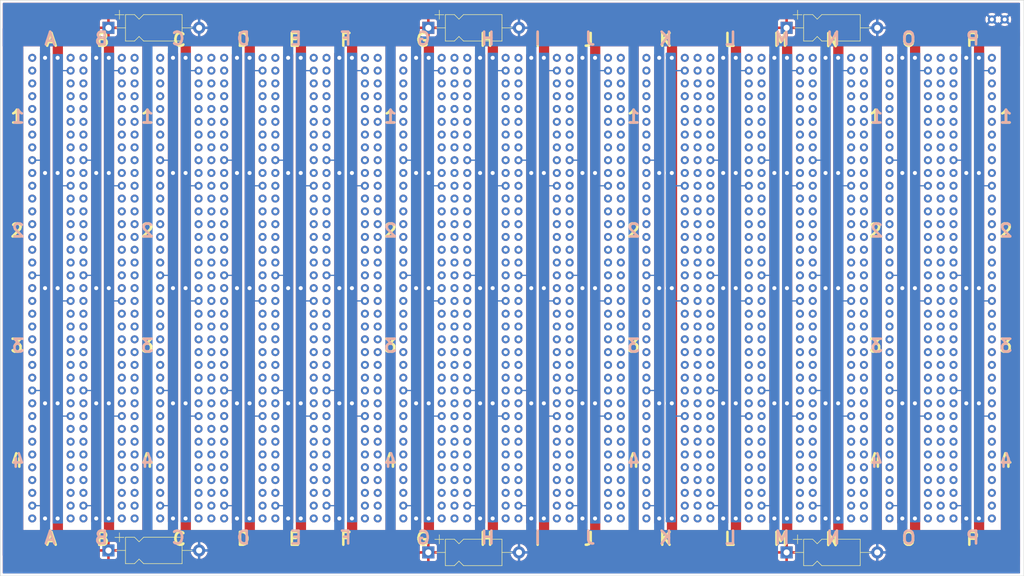
<source format=kicad_pcb>
(kicad_pcb (version 20211014) (generator pcbnew)
  (layers (0 "F.Cu" signal) (31 "B.Cu" signal) (34 "B.Paste" user) (35 "F.Paste" user) (36 "B.SilkS" user "B.Silkscreen") (37 "F.SilkS" user "F.Silkscreen") (38 "B.Mask" user) (39 "F.Mask" user) (44 "Edge.Cuts" user))
  (net 0 "")
  (net 1 "VCC")
  (net 2 "GND")
  (footprint "Capacitor_THT:C_Disc_D3.0mm_W1.6mm_P2.50mm" (layer "F.Cu") (at 140.97 59.69)
    (fp_text reference "REF**" hide)
    (fp_text value " " hide)
  )
  (footprint "" (layer "F.Cu") (at 163.83 69.85)
    (fp_text reference "")
    (fp_text value "")
  )
  (footprint "" (layer "F.Cu") (at 67.31 95.25)
    (fp_text reference "")
    (fp_text value "")
  )
  (footprint "" (layer "F.Cu") (at 163.83 110.49)
    (fp_text reference "")
    (fp_text value "")
  )
  (footprint "" (layer "F.Cu") (at 125.73 128.27)
    (fp_text reference "")
    (fp_text value "")
  )
  (footprint "" (layer "F.Cu") (at 67.31 90.17)
    (fp_text reference "")
    (fp_text value "")
  )
  (footprint "" (layer "F.Cu") (at 52.07 82.55)
    (fp_text reference "")
    (fp_text value "")
  )
  (footprint "" (layer "F.Cu") (at 148.59 82.55)
    (fp_text reference "")
    (fp_text value "")
  )
  (footprint "" (layer "F.Cu") (at 163.83 44.45)
    (fp_text reference "")
    (fp_text value "")
  )
  (footprint "" (layer "F.Cu") (at 115.57 46.99)
    (fp_text reference "")
    (fp_text value "")
  )
  (footprint "" (layer "F.Cu") (at 212.09 95.25)
    (fp_text reference "")
    (fp_text value "")
  )
  (footprint "" (layer "F.Cu") (at 212.09 44.45)
    (fp_text reference "")
    (fp_text value "")
  )
  (footprint "" (layer "F.Cu") (at 163.83 57.15)
    (fp_text reference "")
    (fp_text value "")
  )
  (footprint "" (layer "F.Cu") (at 100.33 92.71)
    (fp_text reference "")
    (fp_text value "")
  )
  (footprint "Capacitor_THT:C_Disc_D3.0mm_W1.6mm_P2.50mm" (layer "F.Cu") (at 44.45 59.69)
    (fp_text reference "REF**" hide)
    (fp_text value " " hide)
  )
  (footprint "Package_DIP:DIP-16_W7.62mm_Socket" (layer "F.Cu") (at 105.41 107.95)
    (fp_text reference "REF**" hide)
    (fp_text value " " hide)
  )
  (footprint "" (layer "F.Cu") (at 201.93 128.27)
    (fp_text reference "")
    (fp_text value "")
  )
  (footprint "" (layer "F.Cu") (at 212.09 123.19)
    (fp_text reference "")
    (fp_text value "")
  )
  (footprint "Capacitor_THT:C_Disc_D3.0mm_W1.6mm_P2.50mm" (layer "F.Cu") (at 120.65 105.41)
    (fp_text reference "REF**" hide)
    (fp_text value " " hide)
  )
  (footprint "" (layer "F.Cu") (at 100.33 118.11)
    (fp_text reference "")
    (fp_text value "")
  )
  (footprint "" (layer "F.Cu") (at 69.85 128.27)
    (fp_text reference "")
    (fp_text value "")
  )
  (footprint "Package_DIP:DIP-16_W7.62mm_Socket" (layer "F.Cu") (at 31.75 107.95)
    (fp_text reference "REF**" hide)
    (fp_text value " " hide)
  )
  (footprint "" (layer "F.Cu") (at 148.59 85.09)
    (fp_text reference "")
    (fp_text value "")
  )
  (footprint "" (layer "F.Cu") (at 148.59 87.63)
    (fp_text reference "")
    (fp_text value "")
  )
  (footprint "" (layer "F.Cu") (at 115.57 123.19)
    (fp_text reference "")
    (fp_text value "")
  )
  (footprint "Package_DIP:DIP-16_W7.62mm_Socket" (layer "F.Cu") (at 201.93 39.37)
    (fp_text reference "REF**" hide)
    (fp_text value " " hide)
  )
  (footprint "" (layer "F.Cu") (at 163.83 102.87)
    (fp_text reference "")
    (fp_text value "")
  )
  (footprint "" (layer "F.Cu") (at 52.07 46.99)
    (fp_text reference "")
    (fp_text value "")
  )
  (footprint "" (layer "F.Cu") (at 163.83 115.57)
    (fp_text reference "")
    (fp_text value "")
  )
  (footprint "" (layer "F.Cu") (at 105.41 128.27)
    (fp_text reference "")
    (fp_text value "")
  )
  (footprint "" (layer "F.Cu") (at 100.33 107.95)
    (fp_text reference "")
    (fp_text value "")
  )
  (footprint "" (layer "F.Cu") (at 163.83 97.79)
    (fp_text reference "")
    (fp_text value "")
  )
  (footprint "Capacitor_THT:C_Disc_D3.0mm_W1.6mm_P2.50mm" (layer "F.Cu") (at 189.23 105.41)
    (fp_text reference "REF**" hide)
    (fp_text value " " hide)
  )
  (footprint "" (layer "F.Cu") (at 115.57 92.71)
    (fp_text reference "")
    (fp_text value "")
  )
  (footprint "" (layer "F.Cu") (at 148.59 44.45)
    (fp_text reference "")
    (fp_text value "")
  )
  (footprint "" (layer "F.Cu") (at 52.07 115.57)
    (fp_text reference "")
    (fp_text value "")
  )
  (footprint "Capacitor_THT:C_Disc_D3.0mm_W1.6mm_P2.50mm" (layer "F.Cu") (at 59.69 82.55)
    (fp_text reference "REF**" hide)
    (fp_text value " " hide)
  )
  (footprint "" (layer "F.Cu") (at 196.85 120.65)
    (fp_text reference "")
    (fp_text value "")
  )
  (footprint "Capacitor_THT:C_Disc_D3.0mm_W1.6mm_P2.50mm" (layer "F.Cu") (at 107.95 82.55)
    (fp_text reference "REF**" hide)
    (fp_text value " " hide)
  )
  (footprint "Capacitor_THT:C_Disc_D3.0mm_W1.6mm_P2.50mm" (layer "F.Cu") (at 140.97 82.55)
    (fp_text reference "REF**" hide)
    (fp_text value " " hide)
  )
  (footprint "" (layer "F.Cu") (at 115.57 49.53)
    (fp_text reference "")
    (fp_text value "")
  )
  (footprint "" (layer "F.Cu") (at 100.33 59.69)
    (fp_text reference "")
    (fp_text value "")
  )
  (footprint "Package_DIP:DIP-16_W7.62mm_Socket" (layer "F.Cu") (at 31.75 62.23)
    (fp_text reference "REF**" hide)
    (fp_text value " " hide)
  )
  (footprint "" (layer "F.Cu") (at 176.53 128.27)
    (fp_text reference "")
    (fp_text value "")
  )
  (footprint "" (layer "F.Cu") (at 196.85 54.61)
    (fp_text reference "")
    (fp_text value "")
  )
  (footprint "" (layer "F.Cu") (at 163.83 80.01)
    (fp_text reference "")
    (fp_text value "")
  )
  (footprint "" (layer "F.Cu") (at 115.57 107.95)
    (fp_text reference "")
    (fp_text value "")
  )
  (footprint "Capacitor_THT:C_Disc_D3.0mm_W1.6mm_P2.50mm" (layer "F.Cu") (at 120.65 128.27)
    (fp_text reference "REF**" hide)
    (fp_text value " " hide)
  )
  (footprint "" (layer "F.Cu") (at 100.33 102.87)
    (fp_text reference "")
    (fp_text value "")
  )
  (footprint "Capacitor_THT:C_Disc_D3.0mm_W1.6mm_P2.50mm" (layer "F.Cu") (at 72.39 128.27)
    (fp_text reference "REF**" hide)
    (fp_text value " " hide)
  )
  (footprint "" (layer "F.Cu") (at 214.63 128.27)
    (fp_text reference "")
    (fp_text value "")
  )
  (footprint "" (layer "F.Cu") (at 64.77 128.27)
    (fp_text reference "")
    (fp_text value "")
  )
  (footprint "" (layer "F.Cu") (at 115.57 118.11)
    (fp_text reference "")
    (fp_text value "")
  )
  (footprint "" (layer "F.Cu") (at 57.15 128.27)
    (fp_text reference "")
    (fp_text value "")
  )
  (footprint "" (layer "F.Cu") (at 196.85 97.79)
    (fp_text reference "")
    (fp_text value "")
  )
  (footprint "Package_DIP:DIP-16_W7.62mm_Socket" (layer "F.Cu") (at 166.37 107.95)
    (fp_text reference "REF**" hide)
    (fp_text value " " hide)
  )
  (footprint "" (layer "F.Cu") (at 52.07 57.15)
    (fp_text reference "")
    (fp_text value "")
  )
  (footprint "" (layer "F.Cu") (at 67.31 41.91)
    (fp_text reference "")
    (fp_text value "")
  )
  (footprint "Package_DIP:DIP-16_W7.62mm_Socket" (layer "F.Cu") (at 69.85 107.95)
    (fp_text reference "REF**" hide)
    (fp_text value " " hide)
  )
  (footprint "" (layer "F.Cu") (at 196.85 118.11)
    (fp_text reference "")
    (fp_text value "")
  )
  (footprint "" (layer "F.Cu") (at 196.85 52.07)
    (fp_text reference "")
    (fp_text value "")
  )
  (footprint "Package_DIP:DIP-16_W7.62mm_Socket" (layer "F.Cu") (at 118.11 39.37)
    (fp_text reference "REF**" hide)
    (fp_text value " " hide)
  )
  (footprint "" (layer "F.Cu") (at 163.83 95.25)
    (fp_text reference "")
    (fp_text value "")
  )
  (footprint "" (layer "F.Cu") (at 163.83 39.37)
    (fp_text reference "")
    (fp_text value "")
  )
  (footprint "" (layer "F.Cu") (at 67.31 80.01)
    (fp_text reference "")
    (fp_text value "")
  )
  (footprint "" (layer "F.Cu") (at 194.31 128.27)
    (fp_text reference "")
    (fp_text value "")
  )
  (footprint "Capacitor_THT:C_Disc_D3.0mm_W1.6mm_P2.50mm" (layer "F.Cu") (at 44.45 105.41)
    (fp_text reference "REF**" hide)
    (fp_text value " " hide)
  )
  (footprint "" (layer "F.Cu") (at 41.91 128.27)
    (fp_text reference "")
    (fp_text value "")
  )
  (footprint "" (layer "F.Cu") (at 52.07 80.01)
    (fp_text reference "")
    (fp_text value "")
  )
  (footprint "Capacitor_THT:C_Disc_D3.0mm_W1.6mm_P2.50mm" (layer "F.Cu") (at 204.47 82.55)
    (fp_text reference "REF**" hide)
    (fp_text value " " hide)
  )
  (footprint "" (layer "F.Cu") (at 163.83 107.95)
    (fp_text reference "")
    (fp_text value "")
  )
  (footprint "Package_DIP:DIP-16_W7.62mm_Socket" (layer "F.Cu") (at 186.69 85.09)
    (fp_text reference "REF**" hide)
    (fp_text value " " hide)
  )
  (footprint "" (layer "F.Cu") (at 115.57 105.41)
    (fp_text reference "")
    (fp_text value "")
  )
  (footprint "" (layer "F.Cu") (at 67.31 57.15)
    (fp_text reference "")
    (fp_text value "")
  )
  (footprint "" (layer "F.Cu") (at 100.33 72.39)
    (fp_text reference "")
    (fp_text value "")
  )
  (footprint "Capacitor_THT:C_Disc_D3.0mm_W1.6mm_P2.50mm" (layer "F.Cu") (at 168.91 105.41)
    (fp_text reference "REF**" hide)
    (fp_text value " " hide)
  )
  (footprint "" (layer "F.Cu") (at 163.83 49.53)
    (fp_text reference "")
    (fp_text value "")
  )
  (footprint "" (layer "F.Cu") (at 67.31 92.71)
    (fp_text reference "")
    (fp_text value "")
  )
  (footprint "Package_DIP:DIP-16_W7.62mm_Socket" (layer "F.Cu") (at 138.43 85.09)
    (fp_text reference "REF**" hide)
    (fp_text value " " hide)
  )
  (footprint "Capacitor_THT:C_Disc_D3.0mm_W1.6mm_P2.50mm" (layer "F.Cu") (at 72.39 36.83)
    (fp_text reference "REF**" hide)
    (fp_text value " " hide)
  )
  (footprint "Package_DIP:DIP-16_W7.62mm_Socket" (layer "F.Cu") (at 138.43 39.37)
    (fp_text reference "REF**" hide)
    (fp_text value " " hide)
  )
  (footprint "Capacitor_THT:C_Disc_D3.0mm_W1.6mm_P2.50mm" (layer "F.Cu") (at 130.81 36.83)
    (fp_text reference "REF**" hide)
    (fp_text value " " hide)
  )
  (footprint "" (layer "F.Cu") (at 209.55 128.27)
    (fp_text reference "")
    (fp_text value "")
  )
  (footprint "" (layer "F.Cu") (at 163.83 105.41)
    (fp_text reference "")
    (fp_text value "")
  )
  (footprint "" (layer "F.Cu") (at 148.59 115.57)
    (fp_text reference "")
    (fp_text value "")
  )
  (footprint "Capacitor_THT:C_Disc_D3.0mm_W1.6mm_P2.50mm" (layer "F.Cu") (at 120.65 82.55)
    (fp_text reference "REF**" hide)
    (fp_text value " " hide)
  )
  (footprint "Package_DIP:DIP-16_W7.62mm_Socket" (layer "F.Cu") (at 69.85 85.09)
    (fp_text reference "REF**" hide)
    (fp_text value " " hide)
  )
  (footprint "Capacitor_THT:C_Disc_D3.0mm_W1.6mm_P2.50mm" (layer "F.Cu") (at 130.81 82.55)
    (fp_text reference "REF**" hide)
    (fp_text value " " hide)
  )
  (footprint "" (layer "F.Cu") (at 52.07 118.11)
    (fp_text reference "")
    (fp_text value "")
  )
  (footprint "" (layer "F.Cu") (at 52.07 39.37)
    (fp_text reference "")
    (fp_text value "")
  )
  (footprint "Package_DIP:DIP-16_W7.62mm_Socket" (layer "F.Cu") (at 166.37 62.23)
    (fp_text reference "REF**" hide)
    (fp_text value " " hide)
  )
  (footprint "" (layer "F.Cu") (at 67.31 74.93)
    (fp_text reference "")
    (fp_text value "")
  )
  (footprint "" (layer "F.Cu") (at 163.83 36.83)
    (fp_text reference "")
    (fp_text value "")
  )
  (footprint "" (layer "F.Cu") (at 196.85 69.85)
    (fp_text reference "")
    (fp_text value "")
  )
  (footprint "" (layer "F.Cu") (at 148.59 69.85)
    (fp_text reference "")
    (fp_text value "")
  )
  (footprint "" (layer "F.Cu") (at 196.85 128.27)
    (fp_text reference "")
    (fp_text value "")
  )
  (footprint "" (layer "F.Cu") (at 67.31 102.87)
    (fp_text reference "")
    (fp_text value "")
  )
  (footprint "Package_DIP:DIP-16_W7.62mm_Socket" (layer "F.Cu") (at 176.53 39.37)
    (fp_text reference "REF**" hide)
    (fp_text value " " hide)
  )
  (footprint "" (layer "F.Cu") (at 148.59 107.95)
    (fp_text reference "")
    (fp_text value "")
  )
  (footprint "" (layer "F.Cu") (at 196.85 74.93)
    (fp_text reference "")
    (fp_text value "")
  )
  (footprint "" (layer "F.Cu") (at 115.57 69.85)
    (fp_text reference "")
    (fp_text value "")
  )
  (footprint "Capacitor_THT:C_Disc_D3.0mm_W1.6mm_P2.50mm" (layer "F.Cu") (at 34.29 105.41)
    (fp_text reference "REF**" hide)
    (fp_text value " " hide)
  )
  (footprint "" (layer "F.Cu") (at 163.83 85.09)
    (fp_text reference "")
    (fp_text value "")
  )
  (footprint "" (layer "F.Cu") (at 67.31 105.41)
    (fp_text reference "")
    (fp_text value "")
  )
  (footprint "" (layer "F.Cu") (at 163.83 54.61)
    (fp_text reference "")
    (fp_text value "")
  )
  (footprint "" (layer "F.Cu") (at 212.09 90.17)
    (fp_text reference "")
    (fp_text value "")
  )
  (footprint "" (layer "F.Cu") (at 100.33 62.23)
    (fp_text reference "")
    (fp_text value "")
  )
  (footprint "" (layer "F.Cu") (at 67.31 125.73)
    (fp_text reference "")
    (fp_text value "")
  )
  (footprint "" (layer "F.Cu") (at 212.09 74.93)
    (fp_text reference "")
    (fp_text value "")
  )
  (footprint "" (layer "F.Cu") (at 52.07 62.23)
    (fp_text reference "")
    (fp_text value "")
  )
  (footprint "Capacitor_THT:C_Disc_D3.0mm_W1.6mm_P2.50mm" (layer "F.Cu") (at 168.91 82.55)
    (fp_text reference "REF**" hide)
    (fp_text value " " hide)
  )
  (footprint "" (layer "F.Cu") (at 212.09 115.57)
    (fp_text reference "")
    (fp_text value "")
  )
  (footprint "" (layer "F.Cu") (at 100.33 64.77)
    (fp_text reference "")
    (fp_text value "")
  )
  (footprint "Package_DIP:DIP-16_W7.62mm_Socket" (layer "F.Cu") (at 41.91 39.37)
    (fp_text reference "REF**" hide)
    (fp_text value " " hide)
  )
  (footprint "" (layer "F.Cu") (at 163.83 59.69)
    (fp_text reference "")
    (fp_text value "")
  )
  (footprint "Capacitor_THT:C_Disc_D3.0mm_W1.6mm_P2.50mm" (layer "F.Cu") (at 107.95 105.41)
    (fp_text reference "REF**" hide)
    (fp_text value " " hide)
  )
  (footprint "" (layer "F.Cu") (at 212.09 87.63)
    (fp_text reference "")
    (fp_text value "")
  )
  (footprint "Capacitor_THT:CP_Axial_L11.0mm_D5.0mm_P18.00mm_Horizontal" (layer "F.Cu") (at 181.5 135.0125)
    (fp_text reference " " hide)
    (fp_text value " " hide)
  )
  (footprint "Capacitor_THT:C_Disc_D3.0mm_W1.6mm_P2.50mm" (layer "F.Cu") (at 92.71 105.41)
    (fp_text reference "REF**" hide)
    (fp_text value " " hide)
  )
  (footprint "" (layer "F.Cu") (at 67.31 97.79)
    (fp_text reference "")
    (fp_text value "")
  )
  (footprint "" (layer "F.Cu") (at 148.59 72.39)
    (fp_text reference "")
    (fp_text value "")
  )
  (footprint "" (layer "F.Cu") (at 196.85 41.91)
    (fp_text reference "")
    (fp_text value "")
  )
  (footprint "" (layer "F.Cu") (at 212.09 82.55)
    (fp_text reference "")
    (fp_text value "")
  )
  (footprint "Capacitor_THT:C_Disc_D3.0mm_W1.6mm_P2.50mm" (layer "F.Cu") (at 72.39 59.69)
    (fp_text reference "REF**" hide)
    (fp_text value " " hide)
  )
  (footprint "" (layer "F.Cu") (at 115.57 41.91)
    (fp_text reference "")
    (fp_text value "")
  )
  (footprint "" (layer "F.Cu") (at 52.07 125.73)
    (fp_text reference "")
    (fp_text value "")
  )
  (footprint "Capacitor_THT:C_Disc_D3.0mm_W1.6mm_P2.50mm" (layer "F.Cu") (at 140.97 105.41)
    (fp_text reference "REF**" hide)
    (fp_text value " " hide)
  )
  (footprint "" (layer "F.Cu") (at 148.59 49.53)
    (fp_text reference "")
    (fp_text value "")
  )
  (footprint "Capacitor_THT:C_Disc_D3.0mm_W1.6mm_P2.50mm" (layer "F.Cu") (at 59.69 59.69)
    (fp_text reference "REF**" hide)
    (fp_text value " " hide)
  )
  (footprint "Package_DIP:DIP-16_W7.62mm_Socket" (layer "F.Cu") (at 31.75 85.09)
    (fp_text reference "REF**" hide)
    (fp_text value " " hide)
  )
  (footprint "" (layer "F.Cu") (at 163.83 52.07)
    (fp_text reference "")
    (fp_text value "")
  )
  (footprint "" (layer "F.Cu") (at 148.59 102.87)
    (fp_text reference "")
    (fp_text value "")
  )
  (footprint "" (layer "F.Cu") (at 163.83 90.17)
    (fp_text reference "")
    (fp_text value "")
  )
  (footprint "" (layer "F.Cu") (at 212.09 46.99)
    (fp_text reference "")
    (fp_text value "")
  )
  (footprint "" (layer "F.Cu") (at 52.07 49.53)
    (fp_text reference "")
    (fp_text value "")
  )
  (footprint "" (layer "F.Cu") (at 148.59 54.61)
    (fp_text reference "")
    (fp_text value "")
  )
  (footprint "" (layer "F.Cu") (at 67.31 77.47)
    (fp_text reference "")
    (fp_text value "")
  )
  (footprint "Capacitor_THT:C_Disc_D3.0mm_W1.6mm_P2.50mm" (layer "F.Cu") (at 92.71 82.55)
    (fp_text reference "REF**" hide)
    (fp_text value " " hide)
  )
  (footprint "" (layer "F.Cu") (at 115.57 85.09)
    (fp_text reference "")
    (fp_text value "")
  )
  (footprint "" (layer "F.Cu") (at 77.47 128.27)
    (fp_text reference "")
    (fp_text value "")
  )
  (footprint "" (layer "F.Cu") (at 100.33 44.45)
    (fp_text reference "")
    (fp_text value "")
  )
  (footprint "" (layer "F.Cu") (at 212.09 128.27)
    (fp_text reference "")
    (fp_text value "")
  )
  (footprint "" (layer "F.Cu") (at 148.59 125.73)
    (fp_text reference "")
    (fp_text value "")
  )
  (footprint "Capacitor_THT:CP_Axial_L11.0mm_D5.0mm_P18.00mm_Horizontal" (layer "F.Cu") (at 110.38 135.0125)
    (fp_text reference " " hide)
    (fp_text value " " hide)
  )
  (footprint "" (layer "F.Cu") (at 212.09 102.87)
    (fp_text reference "")
    (fp_text value "")
  )
  (footprint "" (layer "F.Cu") (at 67.31 115.57)
    (fp_text reference "")
    (fp_text value "")
  )
  (footprint "" (layer "F.Cu") (at 67.31 118.11)
    (fp_text reference "")
    (fp_text value "")
  )
  (footprint "" (layer "F.Cu") (at 115.57 102.87)
    (fp_text reference "")
    (fp_text value "")
  )
  (footprint "" (layer "F.Cu") (at 196.85 44.45)
    (fp_text reference "")
    (fp_text value "")
  )
  (footprint "" (layer "F.Cu") (at 100.33 80.01)
    (fp_text reference "")
    (fp_text value "")
  )
  (footprint "" (layer "F.Cu") (at 212.09 107.95)
    (fp_text reference "")
    (fp_text value "")
  )
  (footprint "" (layer "F.Cu") (at 100.33 36.83)
    (fp_text reference "")
    (fp_text value "")
  )
  (footprint "" (layer "F.Cu") (at 100.33 52.07)
    (fp_text reference "")
    (fp_text value "")
  )
  (footprint "" (layer "F.Cu") (at 100.33 54.61)
    (fp_text reference "")
    (fp_text value "")
  )
  (footprint "Capacitor_THT:C_Disc_D3.0mm_W1.6mm_P2.50mm" (layer "F.Cu") (at 34.29 82.55)
    (fp_text reference "REF**" hide)
    (fp_text value " " hide)
  )
  (footprint "" (layer "F.Cu") (at 52.07 72.39)
    (fp_text reference "")
    (fp_text value "")
  )
  (footprint "Capacitor_THT:C_Disc_D3.0mm_W1.6mm_P2.50mm" (layer "F.Cu") (at 140.97 128.27)
    (fp_text reference "REF**" hide)
    (fp_text value " " hide)
  )
  (footprint "" (layer "F.Cu") (at 115.57 39.37)
    (fp_text reference "")
    (fp_text value "")
  )
  (footprint "Capacitor_THT:CP_Axial_L11.0mm_D5.0mm_P18.00mm_Horizontal" (layer "F.Cu") (at 110.38 30.8725)
    (fp_text reference " " hide)
    (fp_text value " " hide)
  )
  (footprint "" (layer "F.Cu") (at 67.31 36.83)
    (fp_text reference "")
    (fp_text value "")
  )
  (footprint "Package_DIP:DIP-16_W7.62mm_Socket" (layer "F.Cu") (at 153.67 62.23)
    (fp_text reference "REF**" hide)
    (fp_text value " " hide)
  )
  (footprint "" (layer "F.Cu") (at 118.11 128.27)
    (fp_text reference "")
    (fp_text value "")
  )
  (footprint "" (layer "F.Cu") (at 163.83 125.73)
    (fp_text reference "")
    (fp_text value "")
  )
  (footprint "" (layer "F.Cu") (at 100.33 39.37)
    (fp_text reference "")
    (fp_text value "")
  )
  (footprint "" (layer "F.Cu") (at 49.53 128.27)
    (fp_text reference "")
    (fp_text value "")
  )
  (footprint "Package_DIP:DIP-16_W7.62mm_Socket" (layer "F.Cu") (at 118.11 62.23)
    (fp_text reference "REF**" hide)
    (fp_text value " " hide)
  )
  (footprint "Capacitor_THT:C_Disc_D3.0mm_W1.6mm_P2.50mm" (layer "F.Cu") (at 204.47 59.69)
    (fp_text reference "REF**" hide)
    (fp_text value " " hide)
  )
  (footprint "" (layer "F.Cu") (at 196.85 95.25)
    (fp_text reference "")
    (fp_text value "")
  )
  (footprint "Package_DIP:DIP-16_W7.62mm_Socket" (layer "F.Cu") (at 138.43 107.95)
    (fp_text reference "REF**" hide)
    (fp_text value " " hide)
  )
  (footprint "" (layer "F.Cu") (at 212.09 67.31)
    (fp_text reference "")
    (fp_text value "")
  )
  (footprint "" (layer "F.Cu") (at 148.59 67.31)
    (fp_text reference "")
    (fp_text value "")
  )
  (footprint "Package_DIP:DIP-16_W7.62mm_Socket" (layer "F.Cu") (at 57.15 85.09)
    (fp_text reference "REF**" hide)
    (fp_text value " " hide)
  )
  (footprint "" (layer "F.Cu") (at 100.33 46.99)
    (fp_text reference "")
    (fp_text value "")
  )
  (footprint "" (layer "F.Cu") (at 39.37 128.27)
    (fp_text reference "")
    (fp_text value "")
  )
  (footprint "" (layer "F.Cu") (at 196.85 46.99)
    (fp_text reference "")
    (fp_text value "")
  )
  (footprint "" (layer "F.Cu") (at 196.85 85.09)
    (fp_text reference "")
    (fp_text value "")
  )
  (footprint "Capacitor_THT:C_Disc_D3.0mm_W1.6mm_P2.50mm" (layer "F.Cu") (at 179.07 36.83)
    (fp_text reference "REF**" hide)
    (fp_text value " " hide)
  )
  (footprint "" (layer "F.Cu") (at 196.85 100.33)
    (fp_text reference "")
    (fp_text value "")
  )
  (footprint "Capacitor_THT:C_Disc_D3.0mm_W1.6mm_P2.50mm" (layer "F.Cu") (at 34.29 59.69)
    (fp_text reference "REF**" hide)
    (fp_text value " " hide)
  )
  (footprint "" (layer "F.Cu") (at 222.25 29.21)
    (fp_text reference "")
    (fp_text value "")
  )
  (footprint "" (layer "F.Cu") (at 163.83 74.93)
    (fp_text reference "")
    (fp_text value "")
  )
  (footprint "" (layer "F.Cu") (at 52.07 52.07)
    (fp_text reference "")
    (fp_text value "")
  )
  (footprint "Package_DIP:DIP-16_W7.62mm_Socket" (layer "F.Cu") (at 80.01 85.09)
    (fp_text reference "REF**" hide)
    (fp_text value " " hide)
  )
  (footprint "" (layer "F.Cu") (at 67.31 72.39)
    (fp_text reference "")
    (fp_text value "")
  )
  (footprint "" (layer "F.Cu") (at 52.07 123.19)
    (fp_text reference "")
    (fp_text value "")
  )
  (footprint "" (layer "F.Cu") (at 148.59 39.37)
    (fp_text reference "")
    (fp_text value "")
  )
  (footprint "" (layer "F.Cu") (at 148.59 95.25)
    (fp_text reference "")
    (fp_text value "")
  )
  (footprint "" (layer "F.Cu") (at 52.07 107.95)
    (fp_text reference "")
    (fp_text value "")
  )
  (footprint "Capacitor_THT:C_Disc_D3.0mm_W1.6mm_P2.50mm" (layer "F.Cu") (at 107.95 36.83)
    (fp_text reference "REF**" hide)
    (fp_text value " " hide)
  )
  (footprint "" (layer "F.Cu") (at 67.31 64.77)
    (fp_text reference "")
    (fp_text value "")
  )
  (footprint "" (layer "F.Cu") (at 67.31 128.27)
    (fp_text reference "")
    (fp_text value "")
  )
  (footprint "Package_DIP:DIP-16_W7.62mm_Socket" (layer "F.Cu") (at 201.93 107.95)
    (fp_text reference "REF**" hide)
    (fp_text value " " hide)
  )
  (footprint "Package_DIP:DIP-16_W7.62mm_Socket" (layer "F.Cu") (at 57.15 62.23)
    (fp_text reference "REF**" hide)
    (fp_text value " " hide)
  )
  (footprint "Package_DIP:DIP-16_W7.62mm_Socket" (layer "F.Cu") (at 118.11 107.95)
    (fp_text reference "REF**" hide)
    (fp_text value " " hide)
  )
  (footprint "Capacitor_THT:C_Disc_D3.0mm_W1.6mm_P2.50mm" (layer "F.Cu") (at 204.47 128.27)
    (fp_text reference "REF**" hide)
    (fp_text value " " hide)
  )
  (footprint "" (layer "F.Cu") (at 97.79 128.27)
    (fp_text reference "")
    (fp_text value "")
  )
  (footprint "" (layer "F.Cu") (at 196.85 49.53)
    (fp_text reference "")
    (fp_text value "")
  )
  (footprint "" (layer "F.Cu") (at 196.85 62.23)
    (fp_text reference "")
    (fp_text value "")
  )
  (footprint "" (layer "F.Cu") (at 148.59 105.41)
    (fp_text reference "")
    (fp_text value "")
  )
  (footprint "" (layer "F.Cu") (at 163.83 41.91)
    (fp_text reference "")
    (fp_text value "")
  )
  (footprint "" (layer "F.Cu") (at 67.31 110.49)
    (fp_text reference "")
    (fp_text value "")
  )
  (footprint "" (layer "F.Cu") (at 100.33 69.85)
    (fp_text reference "")
    (fp_text value "")
  )
  (footprint "" (layer "F.Cu") (at 115.57 64.77)
    (fp_text reference "")
    (fp_text value "")
  )
  (footprint "" (layer "F.Cu") (at 163.83 92.71)
    (fp_text reference "")
    (fp_text value "")
  )
  (footprint "Capacitor_THT:C_Disc_D3.0mm_W1.6mm_P2.50mm" (layer "F.Cu") (at 59.69 36.83)
    (fp_text reference "REF**" hide)
    (fp_text value " " hide)
  )
  (footprint "" (layer "F.Cu") (at 115.57 74.93)
    (fp_text reference "")
    (fp_text value "")
  )
  (footprint "" (layer "F.Cu") (at 148.59 80.01)
    (fp_text reference "")
    (fp_text value "")
  )
  (footprint "" (layer "F.Cu") (at 196.85 64.77)
    (fp_text reference "")
    (fp_text value "")
  )
  (footprint "" (layer "F.Cu") (at 148.59 52.07)
    (fp_text reference "")
    (fp_text value "")
  )
  (footprint "" (layer "F.Cu") (at 100.33 41.91)
    (fp_text reference "")
    (fp_text value "")
  )
  (footprint "" (layer "F.Cu") (at 67.31 62.23)
    (fp_text reference "")
    (fp_text value "")
  )
  (footprint "Package_DIP:DIP-16_W7.62mm_Socket" (layer "F.Cu") (at 118.11 85.09)
    (fp_text reference "REF**" hide)
    (fp_text value " " hide)
  )
  (footprint "" (layer "F.Cu") (at 52.07 105.41)
    (fp_text reference "")
    (fp_text value "")
  )
  (footprint "Capacitor_THT:C_Disc_D3.0mm_W1.6mm_P2.50mm" (layer "F.Cu") (at 217.17 105.41)
    (fp_text reference "REF**" hide)
    (fp_text value " " hide)
  )
  (footprint "Package_DIP:DIP-16_W7.62mm_Socket" (layer "F.Cu") (at 128.27 107.95)
    (fp_text reference "REF**" hide)
    (fp_text value " " hide)
  )
  (footprint "" (layer "F.Cu") (at 212.09 85.09)
    (fp_text reference "")
    (fp_text value "")
  )
  (footprint "" (layer "F.Cu") (at 212.09 64.77)
    (fp_text reference "")
    (fp_text value "")
  )
  (footprint "Capacitor_THT:C_Disc_D3.0mm_W1.6mm_P2.50mm" (layer "F.Cu") (at 82.55 82.55)
    (fp_text reference "REF**" hide)
    (fp_text value " " hide)
  )
  (footprint "" (layer "F.Cu") (at 100.33 120.65)
    (fp_text reference "")
    (fp_text value "")
  )
  (footprint "Capacitor_THT:C_Disc_D3.0mm_W1.6mm_P2.50mm" (layer "F.Cu") (at 156.21 105.41)
    (fp_text reference "REF**" hide)
    (fp_text value " " hide)
  )
  (footprint "" (layer "F.Cu") (at 196.85 80.01)
    (fp_text reference "")
    (fp_text value "")
  )
  (footprint "" (layer "F.Cu") (at 52.07 87.63)
    (fp_text reference "")
    (fp_text value "")
  )
  (footprint "" (layer "F.Cu") (at 212.09 39.37)
    (fp_text reference "")
    (fp_text value "")
  )
  (footprint "" (layer "F.Cu") (at 67.31 120.65)
    (fp_text reference "")
    (fp_text value "")
  )
  (footprint "" (layer "F.Cu") (at 52.07 102.87)
    (fp_text reference "")
    (fp_text value "")
  )
  (footprint "Package_DIP:DIP-16_W7.62mm_Socket" (layer "F.Cu") (at 176.53 107.95)
    (fp_text reference "REF**" hide)
    (fp_text value " " hide)
  )
  (footprint "Package_DIP:DIP-16_W7.62mm_Socket" (layer "F.Cu") (at 41.91 107.95)
    (fp_text reference "REF**" hide)
    (fp_text value " " hide)
  )
  (footprint "Capacitor_THT:C_Disc_D3.0mm_W1.6mm_P2.50mm" (layer "F.Cu") (at 92.71 59.69)
    (fp_text reference "REF**" hide)
    (fp_text value " " hide)
  )
  (footprint "Capacitor_THT:C_Disc_D3.0mm_W1.6mm_P2.50mm" (layer "F.Cu") (at 44.45 36.83)
    (fp_text reference "REF**" hide)
    (fp_text value " " hide)
  )
  (footprint "" (layer "F.Cu") (at 212.09 125.73)
    (fp_text reference "")
    (fp_text value "")
  )
  (footprint "" (layer "F.Cu") (at 196.85 82.55)
    (fp_text reference "")
    (fp_text value "")
  )
  (footprint "Package_DIP:DIP-16_W7.62mm_Socket" (layer "F.Cu") (at 186.69 107.95)
    (fp_text reference "REF**" hide)
    (fp_text value " " hide)
  )
  (footprint "" (layer "F.Cu") (at 52.07 54.61)
    (fp_text reference "")
    (fp_text value "")
  )
  (footprint "" (layer "F.Cu") (at 212.09 49.53)
    (fp_text reference "")
    (fp_text value "")
  )
  (footprint "" (layer "F.Cu") (at 163.83 87.63)
    (fp_text reference "")
    (fp_text value "")
  )
  (footprint "Capacitor_THT:C_Disc_D3.0mm_W1.6mm_P2.50mm" (layer "F.Cu") (at 179.07 128.27)
    (fp_text reference "REF**" hide)
    (fp_text value " " hide)
  )
  (footprint "" (layer "F.Cu") (at 153.67 128.27)
    (fp_text reference "")
    (fp_text value "")
  )
  (footprint "" (layer "F.Cu") (at 163.83 100.33)
    (fp_text reference "")
    (fp_text value "")
  )
  (footprint "" (layer "F.Cu") (at 52.07 90.17)
    (fp_text reference "")
    (fp_text value "")
  )
  (footprint "Capacitor_THT:CP_Axial_L11.0mm_D5.0mm_P18.00mm_Horizontal" (layer "F.Cu") (at 46.88 30.8725)
    (fp_text reference " " hide)
    (fp_text value " " hide)
  )
  (footprint "" (layer "F.Cu") (at 166.37 128.27)
    (fp_text reference "")
    (fp_text value "")
  )
  (footprint "" (layer "F.Cu") (at 212.09 52.07)
    (fp_text reference "")
    (fp_text value "")
  )
  (footprint "" (layer "F.Cu") (at 100.33 49.53)
    (fp_text reference "")
    (fp_text value "")
  )
  (footprint "" (layer "F.Cu") (at 222.25 128.27)
    (fp_text reference "")
    (fp_text value "")
  )
  (footprint "" (layer "F.Cu") (at 100.33 82.55)
    (fp_text reference "")
    (fp_text value "")
  )
  (footprint "" (layer "F.Cu") (at 67.31 44.45)
    (fp_text reference "")
    (fp_text value "")
  )
  (footprint "Capacitor_THT:C_Disc_D3.0mm_W1.6mm_P2.50mm" (layer "F.Cu") (at 168.91 36.83)
    (fp_text reference "REF**" hide)
    (fp_text value " " hide)
  )
  (footprint "Capacitor_THT:C_Disc_D3.0mm_W1.6mm_P2.50mm" (layer "F.Cu") (at 156.21 82.55)
    (fp_text reference "REF**" hide)
    (fp_text value " " hide)
  )
  (footprint "" (layer "F.Cu") (at 196.85 123.19)
    (fp_text reference "")
    (fp_text value "")
  )
  (footprint "Package_DIP:DIP-16_W7.62mm_Socket" (layer "F.Cu") (at 57.15 39.37)
    (fp_text reference "REF**" hide)
    (fp_text value " " hide)
  )
  (footprint "Capacitor_THT:C_Disc_D3.0mm_W1.6mm_P2.50mm" (layer "F.Cu") (at 156.21 128.27)
    (fp_text reference "REF**" hide)
    (fp_text value " " hide)
  )
  (footprint "" (layer "F.Cu") (at 100.33 85.09)
    (fp_text reference "")
    (fp_text value "")
  )
  (footprint "" (layer "F.Cu") (at 67.31 113.03)
    (fp_text reference "")
    (fp_text value "")
  )
  (footprint "" (layer "F.Cu") (at 67.31 46.99)
    (fp_text reference "")
    (fp_text value "")
  )
  (footprint "" (layer "F.Cu") (at 115.57 57.15)
    (fp_text reference "")
    (fp_text value "")
  )
  (footprint "Package_DIP:DIP-16_W7.62mm_Socket" (layer "F.Cu") (at 69.85 62.23)
    (fp_text reference "REF**" hide)
    (fp_text value " " hide)
  )
  (footprint "Capacitor_THT:C_Disc_D3.0mm_W1.6mm_P2.50mm" (layer "F.Cu") (at 168.91 59.69)
    (fp_text reference "REF**" hide)
    (fp_text value " " hide)
  )
  (footprint "" (layer "F.Cu") (at 115.57 54.61)
    (fp_text reference "")
    (fp_text value "")
  )
  (footprint "" (layer "F.Cu") (at 52.07 85.09)
    (fp_text reference "")
    (fp_text value "")
  )
  (footprint "Package_DIP:DIP-16_W7.62mm_Socket" (layer "F.Cu") (at 176.53 62.23)
    (fp_text reference "REF**" hide)
    (fp_text value " " hide)
  )
  (footprint "Package_DIP:DIP-16_W7.62mm_Socket" (layer "F.Cu") (at 201.93 85.09)
    (fp_text reference "REF**" hide)
    (fp_text value " " hide)
  )
  (footprint "" (layer "F.Cu") (at 100.33 77.47)
    (fp_text reference "")
    (fp_text value "")
  )
  (footprint "Capacitor_THT:C_Disc_D3.0mm_W1.6mm_P2.50mm" (layer "F.Cu") (at 44.45 82.55)
    (fp_text reference "REF**" hide)
    (fp_text value " " hide)
  )
  (footprint "" (layer "F.Cu") (at 67.31 49.53)
    (fp_text reference "")
    (fp_text value "")
  )
  (footprint "" (layer "F.Cu") (at 163.83 113.03)
    (fp_text reference "")
    (fp_text value "")
  )
  (footprint "Package_DIP:DIP-16_W7.62mm_Socket" (layer "F.Cu") (at 201.93 62.23)
    (fp_text reference "REF**" hide)
    (fp_text value " " hide)
  )
  (footprint "" (layer "F.Cu") (at 196.85 36.83)
    (fp_text reference "")
    (fp_text value "")
  )
  (footprint "Package_DIP:DIP-16_W7.62mm_Socket" (layer "F.Cu") (at 90.17 85.09)
    (fp_text reference "REF**" hide)
    (fp_text value " " hide)
  )
  (footprint "" (layer "F.Cu") (at 212.09 100.33)
    (fp_text reference "")
    (fp_text value "")
  )
  (footprint "" (layer "F.Cu") (at 212.09 62.23)
    (fp_text reference "")
    (fp_text value "")
  )
  (footprint "Package_DIP:DIP-16_W7.62mm_Socket" (layer "F.Cu") (at 186.69 39.37)
    (fp_text reference "REF**" hide)
    (fp_text value " " hide)
  )
  (footprint "" (layer "F.Cu") (at 52.07 92.71)
    (fp_text reference "")
    (fp_text value "")
  )
  (footprint "Capacitor_THT:C_Disc_D3.0mm_W1.6mm_P2.50mm" (layer "F.Cu") (at 92.71 36.83)
    (fp_text reference "REF**" hide)
    (fp_text value " " hide)
  )
  (footprint "" (layer "F.Cu") (at 100.33 74.93)
    (fp_text reference "")
    (fp_text value "")
  )
  (footprint "" (layer "F.Cu") (at 52.07 74.93)
    (fp_text reference "")
    (fp_text value "")
  )
  (footprint "Capacitor_THT:C_Disc_D3.0mm_W1.6mm_P2.50mm" (layer "F.Cu") (at 107.95 59.69)
    (fp_text reference "REF**" hide)
    (fp_text value " " hide)
  )
  (footprint "" (layer "F.Cu") (at 212.09 92.71)
    (fp_text reference "")
    (fp_text value "")
  )
  (footprint "Capacitor_THT:C_Disc_D3.0mm_W1.6mm_P2.50mm" (layer "F.Cu") (at 168.91 128.27)
    (fp_text reference "REF**" hide)
    (fp_text value " " hide)
  )
  (footprint "" (layer "F.Cu") (at 212.09 72.39)
    (fp_text reference "")
    (fp_text value "")
  )
  (footprint "" (layer "F.Cu") (at 196.85 72.39)
    (fp_text reference "")
    (fp_text value "")
  )
  (footprint "Package_DIP:DIP-16_W7.62mm_Socket" (layer "F.Cu") (at 166.37 85.09)
    (fp_text reference "REF**" hide)
    (fp_text value " " hide)
  )
  (footprint "Capacitor_THT:C_Disc_D3.0mm_W1.6mm_P2.50mm" (layer "F.Cu") (at 179.07 105.41)
    (fp_text reference "REF**" hide)
    (fp_text value " " hide)
  )
  (footprint "" (layer "F.Cu") (at 52.07 120.65)
    (fp_text reference "")
    (fp_text value "")
  )
  (footprint "Package_DIP:DIP-16_W7.62mm_Socket" (layer "F.Cu") (at 128.27 85.09)
    (fp_text reference "REF**" hide)
    (fp_text value " " hide)
  )
  (footprint "" (layer "F.Cu") (at 100.33 123.19)
    (fp_text reference "")
    (fp_text value "")
  )
  (footprint "" (layer "F.Cu") (at 115.57 87.63)
    (fp_text reference "")
    (fp_text value "")
  )
  (footprint "" (layer "F.Cu") (at 148.59 92.71)
    (fp_text reference "")
    (fp_text value "")
  )
  (footprint "Package_DIP:DIP-16_W7.62mm_Socket" (layer "F.Cu") (at 128.27 62.23)
    (fp_text reference "REF**" hide)
    (fp_text value " " hide)
  )
  (footprint "" (layer "F.Cu") (at 115.57 44.45)
    (fp_text reference "")
    (fp_text value "")
  )
  (footprint "Package_DIP:DIP-16_W7.62mm_Socket" (layer "F.Cu") (at 90.17 39.37)
    (fp_text reference "REF**" hide)
    (fp_text value " " hide)
  )
  (footprint "Capacitor_THT:C_Disc_D3.0mm_W1.6mm_P2.50mm" (layer "F.Cu") (at 217.17 128.27)
    (fp_text reference "REF**" hide)
    (fp_text value " " hide)
  )
  (footprint "" (layer "F.Cu") (at 163.83 64.77)
    (fp_text reference "")
    (fp_text value "")
  )
  (footprint "Capacitor_THT:C_Disc_D3.0mm_W1.6mm_P2.50mm" (layer "F.Cu") (at 82.55 105.41)
    (fp_text reference "REF**" hide)
    (fp_text value " " hide)
  )
  (footprint "" (layer "F.Cu") (at 148.59 118.11)
    (fp_text reference "")
    (fp_text value "")
  )
  (footprint "" (layer "F.Cu") (at 52.07 59.69)
    (fp_text reference "")
    (fp_text value "")
  )
  (footprint "" (layer "F.Cu") (at 67.31 85.09)
    (fp_text reference "")
    (fp_text value "")
  )
  (footprint "" (layer "F.Cu") (at 186.69 128.27)
    (fp_text reference "")
    (fp_text value "")
  )
  (footprint "Capacitor_THT:C_Disc_D3.0mm_W1.6mm_P2.50mm" (layer "F.Cu") (at 204.47 105.41)
    (fp_text reference "REF**" hide)
    (fp_text value " " hide)
  )
  (footprint "Capacitor_THT:C_Disc_D3.0mm_W1.6mm_P2.50mm" (layer "F.Cu") (at 107.95 128.27)
    (fp_text reference "REF**" hide)
    (fp_text value " " hide)
  )
  (footprint "" (layer "F.Cu") (at 115.57 100.33)
    (fp_text reference "")
    (fp_text value "")
  )
  (footprint "" (layer "F.Cu") (at 115.57 113.03)
    (fp_text reference "")
    (fp_text value "")
  )
  (footprint "" (layer "F.Cu") (at 115.57 59.69)
    (fp_text reference "")
    (fp_text value "")
  )
  (footprint "" (layer "F.Cu") (at 196.85 87.63)
    (fp_text reference "")
    (fp_text value "")
  )
  (footprint "Capacitor_THT:C_Disc_D3.0mm_W1.6mm_P2.50mm" (layer "F.Cu") (at 179.07 82.55)
    (fp_text reference "REF**" hide)
    (fp_text value " " hide)
  )
  (footprint "" (layer "F.Cu") (at 224.79 29.21)
    (fp_text reference "")
    (fp_text value "")
  )
  (footprint "Package_DIP:DIP-16_W7.62mm_Socket" (layer "F.Cu") (at 186.69 62.23)
    (fp_text reference "REF**" hide)
    (fp_text value " " hide)
  )
  (footprint "" (layer "F.Cu") (at 115.57 82.55)
    (fp_text reference "")
    (fp_text value "")
  )
  (footprint "" (layer "F.Cu") (at 212.09 69.85)
    (fp_text reference "")
    (fp_text value "")
  )
  (footprint "" (layer "F.Cu") (at 148.59 41.91)
    (fp_text reference "")
    (fp_text value "")
  )
  (footprint "" (layer "F.Cu") (at 184.15 128.27)
    (fp_text reference "")
    (fp_text value "")
  )
  (footprint "" (layer "F.Cu") (at 100.33 100.33)
    (fp_text reference "")
    (fp_text value "")
  )
  (footprint "Capacitor_THT:C_Disc_D3.0mm_W1.6mm_P2.50mm" (layer "F.Cu") (at 82.55 59.69)
    (fp_text reference "REF**" hide)
    (fp_text value " " hide)
  )
  (footprint "Package_DIP:DIP-16_W7.62mm_Socket" (layer "F.Cu") (at 153.67 85.09)
    (fp_text reference "REF**" hide)
    (fp_text value " " hide)
  )
  (footprint "" (layer "F.Cu") (at 115.57 62.23)
    (fp_text reference "")
    (fp_text value "")
  )
  (footprint "Capacitor_THT:C_Disc_D3.0mm_W1.6mm_P2.50mm" (layer "F.Cu") (at 189.23 36.83)
    (fp_text reference "REF**" hide)
    (fp_text value " " hide)
  )
  (footprint "" (layer "F.Cu") (at 115.57 77.47)
    (fp_text reference "")
    (fp_text value "")
  )
  (footprint "Capacitor_THT:C_Disc_D3.0mm_W1.6mm_P2.50mm" (layer "F.Cu") (at 120.65 59.69)
    (fp_text reference "REF**" hide)
    (fp_text value " " hide)
  )
  (footprint "" (layer "F.Cu") (at 163.83 118.11)
    (fp_text reference "")
    (fp_text value "")
  )
  (footprint "" (layer "F.Cu") (at 163.83 62.23)
    (fp_text reference "")
    (fp_text value "")
  )
  (footprint "Capacitor_THT:C_Disc_D3.0mm_W1.6mm_P2.50mm" (layer "F.Cu") (at 204.47 36.83)
    (fp_text reference "REF**" hide)
    (fp_text value " " hide)
  )
  (footprint "" (layer "F.Cu") (at 148.59 110.49)
    (fp_text reference "")
    (fp_text value "")
  )
  (footprint "" (layer "F.Cu") (at 67.31 87.63)
    (fp_text reference "")
    (fp_text value "")
  )
  (footprint "" (layer "F.Cu") (at 52.07 69.85)
    (fp_text reference "")
    (fp_text value "")
  )
  (footprint "" (layer "F.Cu") (at 67.31 82.55)
    (fp_text reference "")
    (fp_text value "")
  )
  (footprint "" (layer "F.Cu") (at 212.09 57.15)
    (fp_text reference "")
    (fp_text value "")
  )
  (footprint "" (layer "F.Cu") (at 52.07 97.79)
    (fp_text reference "")
    (fp_text value "")
  )
  (footprint "" (layer "F.Cu") (at 113.03 128.27)
    (fp_text reference "")
    (fp_text value "")
  )
  (footprint "" (layer "F.Cu") (at 196.85 125.73)
    (fp_text reference "")
    (fp_text value "")
  )
  (footprint "Package_DIP:DIP-16_W7.62mm_Socket" (layer "F.Cu") (at 138.43 62.23)
    (fp_text reference "REF**" hide)
    (fp_text value " " hide)
  )
  (footprint "Capacitor_THT:C_Disc_D3.0mm_W1.6mm_P2.50mm" (layer "F.Cu") (at 44.45 128.27)
    (fp_text reference "REF**" hide)
    (fp_text value " " hide)
  )
  (footprint "Package_DIP:DIP-16_W7.62mm_Socket" (layer "F.Cu") (at 153.67 107.95)
    (fp_text reference "REF**" hide)
    (fp_text value " " hide)
  )
  (footprint "Package_DIP:DIP-16_W7.62mm_Socket" (layer "F.Cu") (at 176.53 85.09)
    (fp_text reference "REF**" hide)
    (fp_text value " " hide)
  )
  (footprint "Capacitor_THT:C_Disc_D3.0mm_W1.6mm_P2.50mm" (layer "F.Cu") (at 59.69 128.27)
    (fp_text reference "REF**" hide)
    (fp_text value " " hide)
  )
  (footprint "Capacitor_THT:CP_Axial_L11.0mm_D5.0mm_P18.00mm_Horizontal" (layer "F.Cu") (at 46.88 134.62)
    (fp_text reference "REF**" hide)
    (fp_text value " " hide)
  )
  (footprint "" (layer "F.Cu") (at 52.07 110.49)
    (fp_text reference "")
    (fp_text value "")
  )
  (footprint "" (layer "F.Cu") (at 212.09 41.91)
    (fp_text reference "")
    (fp_text value "")
  )
  (footprint "" (layer "F.Cu") (at 196.85 102.87)
    (fp_text reference "")
    (fp_text value "")
  )
  (footprint "" (layer "F.Cu") (at 212.09 59.69)
    (fp_text reference "")
    (fp_text value "")
  )
  (footprint "" (layer "F.Cu") (at 115.57 125.73)
    (fp_text reference "")
    (fp_text value "")
  )
  (footprint "" (layer "F.Cu") (at 100.33 125.73)
    (fp_text reference "")
    (fp_text value "")
  )
  (footprint "" (layer "F.Cu") (at 148.59 113.03)
    (fp_text reference "")
    (fp_text value "")
  )
  (footprint "" (layer "F.Cu") (at 148.59 46.99)
    (fp_text reference "")
    (fp_text value "")
  )
  (footprint "" (layer "F.Cu") (at 148.59 77.47)
    (fp_text reference "")
    (fp_text value "")
  )
  (footprint "" (layer "F.Cu") (at 52.07 67.31)
    (fp_text reference "")
    (fp_text value "")
  )
  (footprint "Capacitor_THT:C_Disc_D3.0mm_W1.6mm_P2.50mm" (layer "F.Cu") (at 72.39 82.55)
    (fp_text reference "REF**" hide)
    (fp_text value " " hide)
  )
  (footprint "" (layer "F.Cu") (at 196.85 90.17)
    (fp_text reference "")
    (fp_text value "")
  )
  (footprint "" (layer "F.Cu") (at 90.17 128.27)
    (fp_text reference "")
    (fp_text value "")
  )
  (footprint "" (layer "F.Cu") (at 196.85 59.69)
    (fp_text reference "")
    (fp_text value "")
  )
  (footprint "" (layer "F.Cu") (at 148.59 123.19)
    (fp_text reference "")
    (fp_text value "")
  )
  (footprint "" (layer "F.Cu") (at 52.07 95.25)
    (fp_text reference "")
    (fp_text value "")
  )
  (footprint "" (layer "F.Cu") (at 67.31 54.61)
    (fp_text reference "")
    (fp_text value "")
  )
  (footprint "" (layer "F.Cu") (at 52.07 41.91)
    (fp_text reference "")
    (fp_text value "")
  )
  (footprint "" (layer "F.Cu") (at 115.57 90.17)
    (fp_text reference "")
    (fp_text value "")
  )
  (footprint "Package_DIP:DIP-16_W7.62mm_Socket" (layer "F.Cu") (at 90.17 107.95)
    (fp_text reference "REF**" hide)
    (fp_text value " " hide)
  )
  (footprint "" (layer "F.Cu") (at 67.31 59.69)
    (fp_text reference "")
    (fp_text value "")
  )
  (footprint "" (layer "F.Cu") (at 100.33 97.79)
    (fp_text reference "")
    (fp_text value "")
  )
  (footprint "" (layer "F.Cu") (at 115.57 95.25)
    (fp_text reference "")
    (fp_text value "")
  )
  (footprint "" (layer "F.Cu") (at 163.83 72.39)
    (fp_text reference "")
    (fp_text value "")
  )
  (footprint "Capacitor_THT:C_Disc_D3.0mm_W1.6mm_P2.50mm" (layer "F.Cu") (at 179.07 59.69)
    (fp_text reference "REF**" hide)
    (fp_text value " " hide)
  )
  (footprint "Capacitor_THT:C_Disc_D3.0mm_W1.6mm_P2.50mm" (layer "F.Cu") (at 140.97 36.83)
    (fp_text reference "REF**" hide)
    (fp_text value " " hide)
  )
  (footprint "Capacitor_THT:C_Disc_D3.0mm_W1.6mm_P2.50mm" (layer "F.Cu") (at 189.23 59.69)
    (fp_text reference "REF**" hide)
    (fp_text value " " hide)
  )
  (footprint "" (layer "F.Cu") (at 148.59 90.17)
    (fp_text reference "")
    (fp_text value "")
  )
  (footprint "Package_DIP:DIP-16_W7.62mm_Socket" (layer "F.Cu") (at 69.85 39.37)
    (fp_text reference "REF**" hide)
    (fp_text value " " hide)
  )
  (footprint "" (layer "F.Cu") (at 163.83 77.47)
    (fp_text reference "")
    (fp_text value "")
  )
  (footprint "" (layer "F.Cu") (at 196.85 105.41)
    (fp_text reference "")
    (fp_text value "")
  )
  (footprint "" (layer "F.Cu") (at 100.33 87.63)
    (fp_text reference "")
    (fp_text value "")
  )
  (footprint "" (layer "F.Cu") (at 52.07 64.77)
    (fp_text reference "")
    (fp_text value "")
  )
  (footprint "Capacitor_THT:C_Disc_D3.0mm_W1.6mm_P2.50mm" (layer "F.Cu") (at 72.39 105.41)
    (fp_text reference "REF**" hide)
    (fp_text value " " hide)
  )
  (footprint "Capacitor_THT:C_Disc_D3.0mm_W1.6mm_P2.50mm" (layer "F.Cu") (at 130.81 128.27)
    (fp_text reference "REF**" hide)
    (fp_text value " " hide)
  )
  (footprint "" (layer "F.Cu") (at 212.09 118.11)
    (fp_text reference "")
    (fp_text value "")
  )
  (footprint "" (layer "F.Cu") (at 115.57 128.27)
    (fp_text reference "")
    (fp_text value "")
  )
  (footprint "" (layer "F.Cu") (at 31.75 128.27)
    (fp_text reference "")
    (fp_text value "")
  )
  (footprint "" (layer "F.Cu") (at 67.31 67.31)
    (fp_text reference "")
    (fp_text value "")
  )
  (footprint "" (layer "F.Cu") (at 67.31 107.95)
    (fp_text reference "")
    (fp_text value "")
  )
  (footprint "" (layer "F.Cu") (at 212.09 36.83)
    (fp_text reference "")
    (fp_text value "")
  )
  (footprint "" (layer "F.Cu") (at 100.33 67.31)
    (fp_text reference "")
    (fp_text value "")
  )
  (footprint "" (layer "F.Cu") (at 163.83 123.19)
    (fp_text reference "")
    (fp_text value "")
  )
  (footprint "" (layer "F.Cu") (at 196.85 115.57)
    (fp_text reference "")
    (fp_text value "")
  )
  (footprint "Package_DIP:DIP-16_W7.62mm_Socket" (layer "F.Cu") (at 214.63 107.95)
    (fp_text reference "REF**" hide)
    (fp_text value " " hide)
  )
  (footprint "Package_DIP:DIP-16_W7.62mm_Socket" (layer "F.Cu") (at 214.63 62.23)
    (fp_text reference "REF**" hide)
    (fp_text value " " hide)
  )
  (footprint "" (layer "F.Cu") (at 148.59 128.27)
    (fp_text reference "")
    (fp_text value "")
  )
  (footprint "" (layer "F.Cu") (at 115.57 97.79)
    (fp_text reference "")
    (fp_text value "")
  )
  (footprint "" (layer "F.Cu") (at 67.31 69.85)
    (fp_text reference "")
    (fp_text value "")
  )
  (footprint "" (layer "F.Cu") (at 163.83 120.65)
    (fp_text reference "")
    (fp_text value "")
  )
  (footprint "Capacitor_THT:C_Disc_D3.0mm_W1.6mm_P2.50mm" (layer "F.Cu") (at 217.17 36.83)
    (fp_text reference "REF**" hide)
    (fp_text value " " hide)
  )
  (footprint "" (layer "F.Cu") (at 196.85 67.31)
    (fp_text reference "")
    (fp_text value "")
  )
  (footprint "" (layer "F.Cu") (at 148.59 100.33)
    (fp_text reference "")
    (fp_text value "")
  )
  (footprint "Package_DIP:DIP-16_W7.62mm_Socket" (layer "F.Cu") (at 80.01 39.37)
    (fp_text reference "REF**" hide)
    (fp_text value " " hide)
  )
  (footprint "" (layer "F.Cu") (at 67.31 123.19)
    (fp_text reference "")
    (fp_text value "")
  )
  (footprint "" (layer "F.Cu") (at 212.09 77.47)
    (fp_text reference "")
    (fp_text value "")
  )
  (footprint "" (layer "F.Cu") (at 146.05 128.27)
    (fp_text reference "")
    (fp_text value "")
  )
  (footprint "" (layer "F.Cu") (at 148.59 62.23)
    (fp_text reference "")
    (fp_text value "")
  )
  (footprint "Package_DIP:DIP-16_W7.62mm_Socket" (layer "F.Cu") (at 105.41 62.23)
    (fp_text reference "REF**" hide)
    (fp_text value " " hide)
  )
  (footprint "" (layer "F.Cu") (at 52.07 36.83)
    (fp_text reference "")
    (fp_text value "")
  )
  (footprint "" (layer "F.Cu") (at 163.83 46.99)
    (fp_text reference "")
    (fp_text value "")
  )
  (footprint "" (layer "F.Cu") (at 128.27 128.27)
    (fp_text reference "")
    (fp_text value "")
  )
  (footprint "" (layer "F.Cu") (at 115.57 115.57)
    (fp_text reference "")
    (fp_text value "")
  )
  (footprint "" (layer "F.Cu") (at 67.31 100.33)
    (fp_text reference "")
    (fp_text value "")
  )
  (footprint "" (layer "F.Cu") (at 67.31 39.37)
    (fp_text reference "")
    (fp_text value "")
  )
  (footprint "" (layer "F.Cu") (at 138.43 128.27)
    (fp_text reference "")
    (fp_text value "")
  )
  (footprint "" (layer "F.Cu") (at 52.07 100.33)
    (fp_text reference "")
    (fp_text value "")
  )
  (footprint "" (layer "F.Cu") (at 100.33 105.41)
    (fp_text reference "")
    (fp_text value "")
  )
  (footprint "Capacitor_THT:C_Disc_D3.0mm_W1.6mm_P2.50mm" (layer "F.Cu") (at 82.55 128.27)
    (fp_text reference "REF**" hide)
    (fp_text value " " hide)
  )
  (footprint "" (layer "F.Cu") (at 100.33 95.25)
    (fp_text reference "")
    (fp_text value "")
  )
  (footprint "Package_DIP:DIP-16_W7.62mm_Socket" (layer "F.Cu") (at 80.01 62.23)
    (fp_text reference "REF**" hide)
    (fp_text value " " hide)
  )
  (footprint "Capacitor_THT:C_Disc_D3.0mm_W1.6mm_P2.50mm" (layer "F.Cu") (at 156.21 59.69)
    (fp_text reference "REF**" hide)
    (fp_text value " " hide)
  )
  (footprint "" (layer "F.Cu") (at 148.59 36.83)
    (fp_text reference "")
    (fp_text value "")
  )
  (footprint "Package_DIP:DIP-16_W7.62mm_Socket" (layer "F.Cu") (at 214.63 85.09)
    (fp_text reference "REF**" hide)
    (fp_text value " " hide)
  )
  (footprint "" (layer "F.Cu") (at 196.85 92.71)
    (fp_text reference "")
    (fp_text value "")
  )
  (footprint "Package_DIP:DIP-16_W7.62mm_Socket" (layer "F.Cu") (at 41.91 62.23)
    (fp_text reference "REF**" hide)
    (fp_text value " " hide)
  )
  (footprint "Package_DIP:DIP-16_W7.62mm_Socket" (layer "F.Cu") (at 128.27 39.37)
    (fp_text reference "REF**" hide)
    (fp_text value " " hide)
  )
  (footprint "" (layer "F.Cu") (at 115.57 72.39)
    (fp_text reference "")
    (fp_text value "")
  )
  (footprint "" (layer "F.Cu") (at 148.59 59.69)
    (fp_text reference "")
    (fp_text value "")
  )
  (footprint "" (layer "F.Cu") (at 148.59 57.15)
    (fp_text reference "")
    (fp_text value "")
  )
  (footprint "" (layer "F.Cu") (at 161.29 128.27)
    (fp_text reference "")
    (fp_text value "")
  )
  (footprint "" (layer "F.Cu") (at 148.59 74.93)
    (fp_text reference "")
    (fp_text value "")
  )
  (footprint "" (layer "F.Cu") (at 115.57 110.49)
    (fp_text reference "")
    (fp_text value "")
  )
  (footprint "" (layer "F.Cu") (at 100.33 90.17)
    (fp_text reference "")
    (fp_text value "")
  )
  (footprint "" (layer "F.Cu") (at 115.57 67.31)
    (fp_text reference "")
    (fp_text value "")
  )
  (footprint "" (layer "F.Cu") (at 163.83 67.31)
    (fp_text reference "")
    (fp_text value "")
  )
  (footprint "" (layer "F.Cu") (at 87.63 128.27)
    (fp_text reference "")
    (fp_text value "")
  )
  (footprint "" (layer "F.Cu") (at 52.07 77.47)
    (fp_text reference "")
    (fp_text value "")
  )
  (footprint "Capacitor_THT:C_Disc_D3.0mm_W1.6mm_P2.50mm" (layer "F.Cu") (at 59.69 105.41)
    (fp_text reference "REF**" hide)
    (fp_text value " " hide)
  )
  (footprint "" (layer "F.Cu") (at 212.09 113.03)
    (fp_text reference "")
    (fp_text value "")
  )
  (footprint "" (layer "F.Cu") (at 212.09 110.49)
    (fp_text reference "")
    (fp_text value "")
  )
  (footprint "" (layer "F.Cu") (at 52.07 113.03)
    (fp_text reference "")
    (fp_text value "")
  )
  (footprint "Capacitor_THT:C_Disc_D3.0mm_W1.6mm_P2.50mm" (layer "F.Cu") (at 130.81 105.41)
    (fp_text reference "REF**" hide)
    (fp_text value " " hide)
  )
  (footprint "Package_DIP:DIP-16_W7.62mm_Socket" (layer "F.Cu") (at 31.75 39.37)
    (fp_text reference "REF**" hide)
    (fp_text value " " hide)
  )
  (footprint "" (layer "F.Cu") (at 115.57 120.65)
    (fp_text reference "")
    (fp_text value "")
  )
  (footprint "Package_DIP:DIP-16_W7.62mm_Socket" (layer "F.Cu") (at 41.91 85.09)
    (fp_text reference "REF**" hide)
    (fp_text value " " hide)
  )
  (footprint "" (layer "F.Cu") (at 67.31 52.07)
    (fp_text reference "")
    (fp_text value "")
  )
  (footprint "" (layer "F.Cu") (at 212.09 97.79)
    (fp_text reference "")
    (fp_text value "")
  )
  (footprint "" (layer "F.Cu") (at 148.59 97.79)
    (fp_text reference "")
    (fp_text value "")
  )
  (footprint "" (layer "F.Cu") (at 163.83 128.27)
    (fp_text reference "")
    (fp_text value "")
  )
  (footprint "" (layer "F.Cu") (at 148.59 120.65)
    (fp_text reference "")
    (fp_text value "")
  )
  (footprint "" (layer "F.Cu") (at 115.57 36.83)
    (fp_text reference "")
    (fp_text value "")
  )
  (footprint "" (layer "F.Cu") (at 135.89 128.27)
    (fp_text reference "")
    (fp_text value "")
  )
  (footprint "Capacitor_THT:C_Disc_D3.0mm_W1.6mm_P2.50mm" (layer "F.Cu") (at 120.65 36.83)
    (fp_text reference "REF**" hide)
    (fp_text value " " hide)
  )
  (footprint "Capacitor_THT:C_Disc_D3.0mm_W1.6mm_P2.50mm" (layer "F.Cu") (at 34.29 36.83)
    (fp_text reference "REF**" hide)
    (fp_text value " " hide)
  )
  (footprint "Capacitor_THT:CP_Axial_L11.0mm_D5.0mm_P18.00mm_Horizontal" (layer "F.Cu") (at 181.5 30.8725)
    (fp_text reference " " hide)
    (fp_text value " " hide)
  )
  (footprint "Package_DIP:DIP-16_W7.62mm_Socket" (layer "F.Cu") (at 214.63 39.37)
    (fp_text reference "REF**" hide)
    (fp_text value " " hide)
  )
  (footprint "" (layer "F.Cu") (at 80.01 128.27)
    (fp_text reference "")
    (fp_text value "")
  )
  (footprint "Capacitor_THT:C_Disc_D3.0mm_W1.6mm_P2.50mm" (layer "F.Cu") (at 189.23 128.27)
    (fp_text reference "REF**" hide)
    (fp_text value " " hide)
  )
  (footprint "Capacitor_THT:C_Disc_D3.0mm_W1.6mm_P2.50mm" (layer "F.Cu") (at 217.17 82.55)
    (fp_text reference "REF**" hide)
    (fp_text value " " hide)
  )
  (footprint "Capacitor_THT:C_Disc_D3.0mm_W1.6mm_P2.50mm" (layer "F.Cu") (at 82.55 36.83)
    (fp_text reference "REF**" hide)
    (fp_text value " " hide)
  )
  (footprint "" (layer "F.Cu") (at 100.33 113.03)
    (fp_text reference "")
    (fp_text value "")
  )
  (footprint "" (layer "F.Cu") (at 196.85 107.95)
    (fp_text reference "")
    (fp_text value "")
  )
  (footprint "" (layer "F.Cu") (at 100.33 128.27)
    (fp_text reference "")
    (fp_text value "")
  )
  (footprint "" (layer "F.Cu") (at 196.85 57.15)
    (fp_text reference "")
    (fp_text value "")
  )
  (footprint "" (layer "F.Cu") (at 196.85 39.37)
    (fp_text reference "")
    (fp_text value "")
  )
  (footprint "Package_DIP:DIP-16_W7.62mm_Socket" (layer "F.Cu") (at 105.41 39.37)
    (fp_text reference "REF**" hide)
    (fp_text value " " hide)
  )
  (footprint "Capacitor_THT:C_Disc_D3.0mm_W1.6mm_P2.50mm" (layer "F.Cu") (at 92.71 128.27)
    (fp_text reference "REF**" hide)
    (fp_text value " " hide)
  )
  (footprint "" (layer "F.Cu") (at 100.33 57.15)
    (fp_text reference "")
    (fp_text value "")
  )
  (footprint "" (layer "F.Cu") (at 212.09 80.01)
    (fp_text reference "")
    (fp_text value "")
  )
  (footprint "" (layer "F.Cu") (at 115.57 80.01)
    (fp_text reference "")
    (fp_text value "")
  )
  (footprint "Package_DIP:DIP-16_W7.62mm_Socket" (layer "F.Cu") (at 80.01 107.95)
    (fp_text reference "REF**" hide)
    (fp_text value " " hide)
  )
  (footprint "Package_DIP:DIP-16_W7.62mm_Socket" (layer "F.Cu") (at 153.67 39.37)
    (fp_text reference "REF**" hide)
    (fp_text value " " hide)
  )
  (footprint "" (layer "F.Cu") (at 163.83 82.55)
    (fp_text reference "")
    (fp_text value "")
  )
  (footprint "Capacitor_THT:C_Disc_D3.0mm_W1.6mm_P2.50mm" (layer "F.Cu") (at 189.23 82.55)
    (fp_text reference "REF**" hide)
    (fp_text value " " hide)
  )
  (footprint "Package_DIP:DIP-16_W7.62mm_Socket" (layer "F.Cu") (at 57.15 107.95)
    (fp_text reference "REF**" hide)
    (fp_text value " " hide)
  )
  (footprint "Capacitor_THT:C_Disc_D3.0mm_W1.6mm_P2.50mm" (layer "F.Cu") (at 130.81 59.69)
    (fp_text reference "REF**" hide)
    (fp_text value " " hide)
  )
  (footprint "Package_DIP:DIP-16_W7.62mm_Socket" (layer "F.Cu") (at 90.17 62.23)
    (fp_text reference "REF**" hide)
    (fp_text value " " hide)
  )
  (footprint "Capacitor_THT:C_Disc_D3.0mm_W1.6mm_P2.50mm" (layer "F.Cu") (at 217.17 59.69)
    (fp_text reference "REF**" hide)
    (fp_text value " " hide)
  )
  (footprint "" (layer "F.Cu") (at 196.85 113.03)
    (fp_text reference "")
    (fp_text value "")
  )
  (footprint "Capacitor_THT:C_Disc_D3.0mm_W1.6mm_P2.50mm" (layer "F.Cu") (at 34.29 128.27)
    (fp_text reference "REF**" hide)
    (fp_text value " " hide)
  )
  (footprint "" (layer "F.Cu") (at 212.09 120.65)
    (fp_text reference "")
    (fp_text value "")
  )
  (footprint "" (layer "F.Cu") (at 212.09 54.61)
    (fp_text reference "")
    (fp_text value "")
  )
  (footprint "" (layer "F.Cu") (at 196.85 110.49)
    (fp_text reference "")
    (fp_text value "")
  )
  (footprint "Package_DIP:DIP-16_W7.62mm_Socket" (layer "F.Cu") (at 166.37 39.37)
    (fp_text reference "REF**" hide)
    (fp_text value " " hide)
  )
  (footprint "" (layer "F.Cu") (at 100.33 115.57)
    (fp_text reference "")
    (fp_text value "")
  )
  (footprint "" (layer "F.Cu") (at 52.07 128.27)
    (fp_text reference "")
    (fp_text value "")
  )
  (footprint "" (layer "F.Cu") (at 148.59 64.77)
    (fp_text reference "")
    (fp_text value "")
  )
  (footprint "" (layer "F.Cu") (at 196.85 77.47)
    (fp_text reference "")
    (fp_text value "")
  )
  (footprint "Capacitor_THT:C_Disc_D3.0mm_W1.6mm_P2.50mm" (layer "F.Cu") (at 156.21 36.83)
    (fp_text reference "REF**" hide)
    (fp_text value " " hide)
  )
  (footprint "Package_DIP:DIP-16_W7.62mm_Socket" (layer "F.Cu") (at 105.41 85.09)
    (fp_text reference "REF**" hide)
    (fp_text value " " hide)
  )
  (footprint "" (layer "F.Cu") (at 212.09 105.41)
    (fp_text reference "")
    (fp_text value "")
  )
  (footprint "" (layer "F.Cu") (at 52.07 44.45)
    (fp_text reference "")
    (fp_text value "")
  )
  (footprint "" (layer "F.Cu") (at 100.33 110.49)
    (fp_text reference "")
    (fp_text value "")
  )
  (footprint "" (layer "F.Cu") (at 115.57 52.07)
    (fp_text reference "")
    (fp_text value "")
  )
  (footprint "" (layer "F.Cu") (at 173.99 128.27)
    (fp_text reference "")
    (fp_text value "")
  )
  (gr_rect (start 25.4 25.4) (end 228.6 139.7) (layer "Edge.Cuts") (width 0.1) (fill none))
  (gr_text "P" (at 218.44 132.08) (layer "B.SilkS") (effects (font (size 2.54 2.54) (thickness 0.508)) (justify mirror)))
  (gr_text "3" (at 199.39 93.98) (layer "B.SilkS") (effects (font (size 2.54 2.54) (thickness 0.508)) (justify mirror)))
  (gr_text "H" (at 122.174 33.02) (layer "B.SilkS") (effects (font (size 2.54 2.54) (thickness 0.508)) (justify mirror)))
  (gr_text "4" (at 54.61 116.84) (layer "B.SilkS") (effects (font (size 2.54 2.54) (thickness 0.508)) (justify mirror)))
  (gr_text "F" (at 93.98 132.08) (layer "B.SilkS") (effects (font (size 2.54 2.54) (thickness 0.508)) (justify mirror)))
  (gr_text "4" (at 199.39 116.84) (layer "B.SilkS") (effects (font (size 2.54 2.54) (thickness 0.508)) (justify mirror)))
  (gr_text "I" (at 132.08 132.08) (layer "B.SilkS") (effects (font (size 2.54 2.54) (thickness 0.508)) (justify mirror)))
  (gr_text "N" (at 190.754 33.02) (layer "B.SilkS") (effects (font (size 2.54 2.54) (thickness 0.508)) (justify mirror)))
  (gr_text "L" (at 170.434 33.02) (layer "B.SilkS") (effects (font (size 2.54 2.54) (thickness 0.508)) (justify mirror)))
  (gr_text "M" (at 180.594 33.02) (layer "B.SilkS") (effects (font (size 2.54 2.54) (thickness 0.508)) (justify mirror)))
  (gr_text "O" (at 205.74 33.02) (layer "B.SilkS") (effects (font (size 2.54 2.54) (thickness 0.508)) (justify mirror)))
  (gr_text "P" (at 218.44 33.02) (layer "B.SilkS") (effects (font (size 2.54 2.54) (thickness 0.508)) (justify mirror)))
  (gr_text "2" (at 28.956 71.12) (layer "B.SilkS") (effects (font (size 2.54 2.54) (thickness 0.508)) (justify mirror)))
  (gr_text "B" (at 45.466 33.02) (layer "B.SilkS") (effects (font (size 2.54 2.54) (thickness 0.508)) (justify mirror)))
  (gr_text "M" (at 180.594 132.08) (layer "B.SilkS") (effects (font (size 2.54 2.54) (thickness 0.508)) (justify mirror)))
  (gr_text "1" (at 102.87 48.514) (layer "B.SilkS") (effects (font (size 2.54 2.54) (thickness 0.508)) (justify mirror)))
  (gr_text "J" (at 142.494 33.02) (layer "B.SilkS") (effects (font (size 2.54 2.54) (thickness 0.508)) (justify mirror)))
  (gr_text "2" (at 151.13 71.12) (layer "B.SilkS") (effects (font (size 2.54 2.54) (thickness 0.508)) (justify mirror)))
  (gr_text "1" (at 151.13 48.514) (layer "B.SilkS") (effects (font (size 2.54 2.54) (thickness 0.508)) (justify mirror)))
  (gr_text "2" (at 225.044 71.12) (layer "B.SilkS") (effects (font (size 2.54 2.54) (thickness 0.508)) (justify mirror)))
  (gr_text "D" (at 73.66 132.08) (layer "B.SilkS") (effects (font (size 2.54 2.54) (thickness 0.508)) (justify mirror)))
  (gr_text "1" (at 199.39 48.514) (layer "B.SilkS") (effects (font (size 2.54 2.54) (thickness 0.508)) (justify mirror)))
  (gr_text "B" (at 45.466 132.08) (layer "B.SilkS") (effects (font (size 2.54 2.54) (thickness 0.508)) (justify mirror)))
  (gr_text "I" (at 132.08 33.02) (layer "B.SilkS") (effects (font (size 2.54 2.54) (thickness 0.508)) (justify mirror)))
  (gr_text "4" (at 225.044 116.84) (layer "B.SilkS") (effects (font (size 2.54 2.54) (thickness 0.508)) (justify mirror)))
  (gr_text "K" (at 157.48 132.08) (layer "B.SilkS") (effects (font (size 2.54 2.54) (thickness 0.508)) (justify mirror)))
  (gr_text "F" (at 93.98 33.02) (layer "B.SilkS") (effects (font (size 2.54 2.54) (thickness 0.508)) (justify mirror)))
  (gr_text "E" (at 84.074 132.08) (layer "B.SilkS") (effects (font (size 2.54 2.54) (thickness 0.508)) (justify mirror)))
  (gr_text "E" (at 84.074 33.02) (layer "B.SilkS") (effects (font (size 2.54 2.54) (thickness 0.508)) (justify mirror)))
  (gr_text "J" (at 142.494 132.08) (layer "B.SilkS") (effects (font (size 2.54 2.54) (thickness 0.508)) (justify mirror)))
  (gr_text "C" (at 60.706 33.02) (layer "B.SilkS") (effects (font (size 2.54 2.54) (thickness 0.508)) (justify mirror)))
  (gr_text "2" (at 102.87 71.12) (layer "B.SilkS") (effects (font (size 2.54 2.54) (thickness 0.508)) (justify mirror)))
  (gr_text "A" (at 35.306 33.02) (layer "B.SilkS") (effects (font (size 2.54 2.54) (thickness 0.508)) (justify mirror)))
  (gr_text "4" (at 151.13 116.84) (layer "B.SilkS") (effects (font (size 2.54 2.54) (thickness 0.508)) (justify mirror)))
  (gr_text "D" (at 73.66 33.02) (layer "B.SilkS") (effects (font (size 2.54 2.54) (thickness 0.508)) (justify mirror)))
  (gr_text "3" (at 151.13 93.98) (layer "B.SilkS") (effects (font (size 2.54 2.54) (thickness 0.508)) (justify mirror)))
  (gr_text "G" (at 109.474 132.08) (layer "B.SilkS") (effects (font (size 2.54 2.54) (thickness 0.508)) (justify mirror)))
  (gr_text "C" (at 60.706 132.08) (layer "B.SilkS") (effects (font (size 2.54 2.54) (thickness 0.508)) (justify mirror)))
  (gr_text "2" (at 54.61 71.12) (layer "B.SilkS") (effects (font (size 2.54 2.54) (thickness 0.508)) (justify mirror)))
  (gr_text "2" (at 199.39 71.12) (layer "B.SilkS") (effects (font (size 2.54 2.54) (thickness 0.508)) (justify mirror)))
  (gr_text "3" (at 102.87 93.98) (layer "B.SilkS") (effects (font (size 2.54 2.54) (thickness 0.508)) (justify mirror)))
  (gr_text "1" (at 225.044 48.514) (layer "B.SilkS") (effects (font (size 2.54 2.54) (thickness 0.508)) (justify mirror)))
  (gr_text "4" (at 102.87 116.84) (layer "B.SilkS") (effects (font (size 2.54 2.54) (thickness 0.508)) (justify mirror)))
  (gr_text "N" (at 190.754 132.08) (layer "B.SilkS") (effects (font (size 2.54 2.54) (thickness 0.508)) (justify mirror)))
  (gr_text "L" (at 170.434 132.08) (layer "B.SilkS") (effects (font (size 2.54 2.54) (thickness 0.508)) (justify mirror)))
  (gr_text "H" (at 122.174 132.08) (layer "B.SilkS") (effects (font (size 2.54 2.54) (thickness 0.508)) (justify mirror)))
  (gr_text "3" (at 54.61 93.98) (layer "B.SilkS") (effects (font (size 2.54 2.54) (thickness 0.508)) (justify mirror)))
  (gr_text "O" (at 205.74 132.08) (layer "B.SilkS") (effects (font (size 2.54 2.54) (thickness 0.508)) (justify mirror)))
  (gr_text "K" (at 157.48 33.02) (layer "B.SilkS") (effects (font (size 2.54 2.54) (thickness 0.508)) (justify mirror)))
  (gr_text "G" (at 109.474 33.02) (layer "B.SilkS") (effects (font (size 2.54 2.54) (thickness 0.508)) (justify mirror)))
  (gr_text "1" (at 54.61 48.514) (layer "B.SilkS") (effects (font (size 2.54 2.54) (thickness 0.508)) (justify mirror)))
  (gr_text "3" (at 225.044 93.98) (layer "B.SilkS") (effects (font (size 2.54 2.54) (thickness 0.508)) (justify mirror)))
  (gr_text "4" (at 28.956 116.84) (layer "B.SilkS") (effects (font (size 2.54 2.54) (thickness 0.508)) (justify mirror)))
  (gr_text "A" (at 35.306 132.08) (layer "B.SilkS") (effects (font (size 2.54 2.54) (thickness 0.508)) (justify mirror)))
  (gr_text "3" (at 28.956 93.98) (layer "B.SilkS") (effects (font (size 2.54 2.54) (thickness 0.508)) (justify mirror)))
  (gr_text "1" (at 28.956 48.514) (layer "B.SilkS") (effects (font (size 2.54 2.54) (thickness 0.508)) (justify mirror)))
  (gr_text "3" (at 28.702 93.98) (layer "F.SilkS") (effects (font (size 2.54 2.54) (thickness 0.508))))
  (gr_text "A" (at 35.56 132.334) (layer "F.SilkS") (effects (font (size 2.54 2.54) (thickness 0.508))))
  (gr_text "B" (at 45.72 33.274) (layer "F.SilkS") (effects (font (size 2.54 2.54) (thickness 0.508))))
  (gr_text "E" (at 83.82 33.274) (layer "F.SilkS") (effects (font (size 2.54 2.54) (thickness 0.508))))
  (gr_text "4" (at 199.136 116.84) (layer "F.SilkS") (effects (font (size 2.54 2.54) (thickness 0.508))))
  (gr_text "H" (at 121.92 33.274) (layer "F.SilkS") (effects (font (size 2.54 2.54) (thickness 0.508))))
  (gr_text "F" (at 93.98 132.334) (layer "F.SilkS") (effects (font (size 2.54 2.54) (thickness 0.508))))
  (gr_text "C" (at 60.96 132.334) (layer "F.SilkS") (effects (font (size 2.54 2.54) (thickness 0.508))))
  (gr_text "3" (at 102.87 93.98) (layer "F.SilkS") (effects (font (size 2.54 2.54) (thickness 0.508))))
  (gr_text "1" (at 28.702 48.514) (layer "F.SilkS") (effects (font (size 2.54 2.54) (thickness 0.508))))
  (gr_text "3" (at 151.13 93.98) (layer "F.SilkS") (effects (font (size 2.54 2.54) (thickness 0.508))))
  (gr_text "4" (at 151.13 116.84) (layer "F.SilkS") (effects (font (size 2.54 2.54) (thickness 0.508))))
  (gr_text "1" (at 54.61 48.514) (layer "F.SilkS") (effects (font (size 2.54 2.54) (thickness 0.508))))
  (gr_text "2" (at 199.136 71.12) (layer "F.SilkS") (effects (font (size 2.54 2.54) (thickness 0.508))))
  (gr_text "H" (at 121.92 132.334) (layer "F.SilkS") (effects (font (size 2.54 2.54) (thickness 0.508))))
  (gr_text "N" (at 190.5 33.3325) (layer "F.SilkS") (effects (font (size 2.54 2.54) (thickness 0.508))))
  (gr_text "4" (at 102.87 116.84) (layer "F.SilkS") (effects (font (size 2.54 2.54) (thickness 0.508))))
  (gr_text "2" (at 54.61 71.12) (layer "F.SilkS") (effects (font (size 2.54 2.54) (thickness 0.508))))
  (gr_text "I" (at 132.08 33.274) (layer "F.SilkS") (effects (font (size 2.54 2.54) (thickness 0.508))))
  (gr_text "N" (at 190.5 132.3925) (layer "F.SilkS") (effects (font (size 2.54 2.54) (thickness 0.508))))
  (gr_text "M" (at 180.34 33.274) (layer "F.SilkS") (effects (font (size 2.54 2.54) (thickness 0.508))))
  (gr_text "4" (at 28.702 116.84) (layer "F.SilkS") (effects (font (size 2.54 2.54) (thickness 0.508))))
  (gr_text "3" (at 54.61 93.98) (layer "F.SilkS") (effects (font (size 2.54 2.54) (thickness 0.508))))
  (gr_text "3" (at 225.044 93.98) (layer "F.SilkS") (effects (font (size 2.54 2.54) (thickness 0.508))))
  (gr_text "L" (at 170.18 132.334) (layer "F.SilkS") (effects (font (size 2.54 2.54) (thickness 0.508))))
  (gr_text "K" (at 157.48 132.334) (layer "F.SilkS") (effects (font (size 2.54 2.54) (thickness 0.508))))
  (gr_text "1" (at 225.044 48.514) (layer "F.SilkS") (effects (font (size 2.54 2.54) (thickness 0.508))))
  (gr_text "L" (at 170.18 33.274) (layer "F.SilkS") (effects (font (size 2.54 2.54) (thickness 0.508))))
  (gr_text "P" (at 218.44 132.334) (layer "F.SilkS") (effects (font (size 2.54 2.54) (thickness 0.508))))
  (gr_text "4" (at 225.044 116.84) (layer "F.SilkS") (effects (font (size 2.54 2.54) (thickness 0.508))))
  (gr_text "D" (at 73.66 132.334) (layer "F.SilkS") (effects (font (size 2.54 2.54) (thickness 0.508))))
  (gr_text "C" (at 60.96 33.274) (layer "F.SilkS") (effects (font (size 2.54 2.54) (thickness 0.508))))
  (gr_text "B" (at 45.72 132.334) (layer "F.SilkS") (effects (font (size 2.54 2.54) (thickness 0.508))))
  (gr_text "2" (at 225.044 71.12) (layer "F.SilkS") (effects (font (size 2.54 2.54) (thickness 0.508))))
  (gr_text "I" (at 132.08 132.334) (layer "F.SilkS") (effects (font (size 2.54 2.54) (thickness 0.508))))
  (gr_text "2" (at 28.702 71.12) (layer "F.SilkS") (effects (font (size 2.54 2.54) (thickness 0.508))))
  (gr_text "1" (at 199.136 48.514) (layer "F.SilkS") (effects (font (size 2.54 2.54) (thickness 0.508))))
  (gr_text "J" (at 142.24 132.334) (layer "F.SilkS") (effects (font (size 2.54 2.54) (thickness 0.508))))
  (gr_text "M" (at 180.34 132.334) (layer "F.SilkS") (effects (font (size 2.54 2.54) (thickness 0.508))))
  (gr_text "F" (at 93.98 33.274) (layer "F.SilkS") (effects (font (size 2.54 2.54) (thickness 0.508))))
  (gr_text "K" (at 157.48 33.274) (layer "F.SilkS") (effects (font (size 2.54 2.54) (thickness 0.508))))
  (gr_text "G" (at 109.22 132.334) (layer "F.SilkS") (effects (font (size 2.54 2.54) (thickness 0.508))))
  (gr_text "G" (at 109.22 33.274) (layer "F.SilkS") (effects (font (size 2.54 2.54) (thickness 0.508))))
  (gr_text "1" (at 151.13 48.514) (layer "F.SilkS") (effects (font (size 2.54 2.54) (thickness 0.508))))
  (gr_text "O" (at 205.74 132.334) (layer "F.SilkS") (effects (font (size 2.54 2.54) (thickness 0.508))))
  (gr_text "1" (at 102.87 48.514) (layer "F.SilkS") (effects (font (size 2.54 2.54) (thickness 0.508))))
  (gr_text "3" (at 199.136 93.98) (layer "F.SilkS") (effects (font (size 2.54 2.54) (thickness 0.508))))
  (gr_text "2" (at 151.13 71.12) (layer "F.SilkS") (effects (font (size 2.54 2.54) (thickness 0.508))))
  (gr_text "D" (at 73.66 33.274) (layer "F.SilkS") (effects (font (size 2.54 2.54) (thickness 0.508))))
  (gr_text "4" (at 54.61 116.84) (layer "F.SilkS") (effects (font (size 2.54 2.54) (thickness 0.508))))
  (gr_text "O" (at 205.74 33.274) (layer "F.SilkS") (effects (font (size 2.54 2.54) (thickness 0.508))))
  (gr_text "J" (at 142.24 33.274) (layer "F.SilkS") (effects (font (size 2.54 2.54) (thickness 0.508))))
  (gr_text "2" (at 102.87 71.12) (layer "F.SilkS") (effects (font (size 2.54 2.54) (thickness 0.508))))
  (gr_text "P" (at 218.44 33.274) (layer "F.SilkS") (effects (font (size 2.54 2.54) (thickness 0.508))))
  (gr_text "E" (at 83.82 132.334) (layer "F.SilkS") (effects (font (size 2.54 2.54) (thickness 0.508))))
  (gr_text "A" (at 35.56 33.274) (layer "F.SilkS") (effects (font (size 2.54 2.54) (thickness 0.508))))
  (segment (start 181.5 136.762) (end 181.5 135.0125) (width 0.25) (layer "F.Cu") (net 1))
  (segment (start 85.05 59.69) (end 85.05 36.83) (width 0.25) (layer "F.Cu") (net 1))
  (segment (start 206.97 105.41) (end 206.97 128.27) (width 0.25) (layer "F.Cu") (net 1))
  (segment (start 27.94 31.75) (end 27.94 134.62) (width 0.25) (layer "F.Cu") (net 1))
  (segment (start 36.79 31.79) (end 37.7075 30.8725) (width 0.25) (layer "F.Cu") (net 1))
  (segment (start 46.95 36.83) (end 46.95 59.69) (width 0.25) (layer "F.Cu") (net 1))
  (segment (start 36.79 128.27) (end 36.79 134.58) (width 0.25) (layer "F.Cu") (net 1))
  (segment (start 171.41 59.69) (end 171.41 82.55) (width 0.25) (layer "F.Cu") (net 1))
  (segment (start 110.38 136.796) (end 110.744 137.16) (width 0.25) (layer "F.Cu") (net 1))
  (segment (start 74.93 27.94) (end 95.25 27.94) (width 0.25) (layer "F.Cu") (net 1))
  (segment (start 207.01 27.94) (end 217.17 27.94) (width 0.25) (layer "F.Cu") (net 1))
  (segment (start 110.49 59.69) (end 110.49 82.55) (width 0.25) (layer "F.Cu") (net 1))
  (segment (start 107.0725 30.8725) (end 110.38 30.8725) (width 0.25) (layer "F.Cu") (net 1))
  (segment (start 191.73 82.55) (end 191.73 105.41) (width 0.25) (layer "F.Cu") (net 1))
  (segment (start 143.47 27.98) (end 143.51 27.94) (width 0.25) (layer "F.Cu") (net 1))
  (segment (start 158.71 59.65) (end 158.75 59.69) (width 0.25) (layer "F.Cu") (net 1))
  (segment (start 46.95 128.27) (end 46.95 134.55) (width 0.25) (layer "F.Cu") (net 1))
  (segment (start 95.25 137.16) (end 102.87 137.16) (width 0.25) (layer "F.Cu") (net 1))
  (segment (start 182.372 27.94) (end 207.01 27.94) (width 0.25) (layer "F.Cu") (net 1))
  (segment (start 74.93 137.16) (end 85.09 137.16) (width 0.25) (layer "F.Cu") (net 1))
  (segment (start 171.41 105.41) (end 171.41 128.27) (width 0.25) (layer "F.Cu") (net 1))
  (segment (start 110.38 30.8725) (end 110.38 29.066) (width 0.25) (layer "F.Cu") (net 1))
  (segment (start 219.67 32.98) (end 219.71 33.02) (width 0.25) (layer "F.Cu") (net 1))
  (segment (start 191.73 59.69) (end 191.73 82.55) (width 0.25) (layer "F.Cu") (net 1))
  (segment (start 85.05 128.27) (end 85.05 137.12) (width 0.25) (layer "F.Cu") (net 1))
  (segment (start 158.71 36.83) (end 158.71 27.98) (width 0.25) (layer "F.Cu") (net 1))
  (segment (start 158.71 36.83) (end 158.71 59.65) (width 0.25) (layer "F.Cu") (net 1))
  (segment (start 62.19 137.12) (end 62.23 137.16) (width 0.25) (layer "F.Cu") (net 1))
  (segment (start 46.95 30.9425) (end 46.88 30.8725) (width 0.25) (layer "F.Cu") (net 1))
  (segment (start 219.67 105.41) (end 219.67 128.27) (width 0.25) (layer "F.Cu") (net 1))
  (segment (start 62.19 82.59) (end 62.19 105.41) (width 0.25) (layer "F.Cu") (net 1))
  (segment (start 62.23 137.16) (end 74.93 137.16) (width 0.25) (layer "F.Cu") (net 1))
  (segment (start 110.45 128.27) (end 110.45 134.9425) (width 0.25) (layer "F.Cu") (net 1))
  (segment (start 95.21 36.83) (end 95.21 27.98) (width 0.25) (layer "F.Cu") (net 1))
  (segment (start 36.83 134.62) (end 46.88 134.62) (width 0.25) (layer "F.Cu") (net 1))
  (segment (start 54.61 27.94) (end 62.23 27.94) (width 0.25) (layer "F.Cu") (net 1))
  (segment (start 123.15 82.55) (end 123.15 105.41) (width 0.25) (layer "F.Cu") (net 1))
  (segment (start 219.67 82.55) (end 219.67 105.41) (width 0.25) (layer "F.Cu") (net 1))
  (segment (start 143.47 137.12) (end 143.51 137.16) (width 0.25) (layer "F.Cu") (net 1))
  (segment (start 191.73 137.12) (end 191.77 137.16) (width 0.25) (layer "F.Cu") (net 1))
  (segment (start 49.53 134.62) (end 52.07 137.16) (width 0.25) (layer "F.Cu") (net 1))
  (segment (start 158.71 27.98) (end 158.75 27.94) (width 0.25) (layer "F.Cu") (net 1))
  (segment (start 36.79 134.58) (end 36.83 134.62) (width 0.25) (layer "F.Cu") (net 1))
  (segment (start 133.35 27.94) (end 133.31 27.98) (width 0.25) (layer "F.Cu") (net 1))
  (segment (start 62.19 27.98) (end 62.23 27.94) (width 0.25) (layer "F.Cu") (net 1))
  (segment (start 49.1375 30.8725) (end 52.07 27.94) (width 0.25) (layer "F.Cu") (net 1))
  (segment (start 62.23 27.94) (end 74.93 27.94) (width 0.25) (layer "F.Cu") (net 1))
  (segment (start 95.21 105.41) (end 95.21 128.27) (width 0.25) (layer "F.Cu") (net 1))
  (segment (start 27.94 134.62) (end 36.83 134.62) (width 0.25) (layer "F.Cu") (net 1))
  (segment (start 62.23 59.69) (end 62.23 82.55) (width 0.25) (layer "F.Cu") (net 1))
  (segment (start 102.87 137.16) (end 106.68 137.16) (width 0.25) (layer "F.Cu") (net 1))
  (segment (start 111.506 27.94) (end 151.13 27.94) (width 0.25) (layer "F.Cu") (net 1))
  (segment (start 219.71 30.48) (end 219.67 30.52) (width 0.25) (layer "F.Cu") (net 1))
  (segment (start 46.95 59.69) (end 46.95 82.55) (width 0.25) (layer "F.Cu") (net 1))
  (segment (start 143.47 82.55) (end 143.47 105.41) (width 0.25) (layer "F.Cu") (net 1))
  (segment (start 158.71 82.59) (end 158.71 105.41) (width 0.25) (layer "F.Cu") (net 1))
  (segment (start 224.79 137.16) (end 219.71 137.16) (width 0.25) (layer "F.Cu") (net 1))
  (segment (start 158.75 27.94) (end 171.45 27.94) (width 0.25) (layer "F.Cu") (net 1))
  (segment (start 206.97 36.83) (end 206.97 59.65) (width 0.25) (layer "F.Cu") (net 1))
  (segment (start 181.57 82.51) (end 181.61 82.55) (width 0.25) (layer "F.Cu") (net 1))
  (segment (start 110.45 30.9425) (end 110.38 30.8725) (width 0.25) (layer "F.Cu") (net 1))
  (segment (start 207.01 59.69) (end 207.01 82.55) (width 0.25) (layer "F.Cu") (net 1))
  (segment (start 85.05 105.41) (end 85.05 128.27) (width 0.25) (layer "F.Cu") (net 1))
  (segment (start 181.57 36.83) (end 181.57 59.69) (width 0.25) (layer "F.Cu") (net 1))
  (segment (start 181.57 128.27) (end 181.57 134.9425) (width 0.25) (layer "F.Cu") (net 1))
  (segment (start 219.67 59.69) (end 219.67 82.55) (width 0.25) (layer "F.Cu") (net 1))
  (segment (start 181.57 134.9425) (end 181.5 135.0125) (width 0.25) (layer "F.Cu") (net 1))
  (segment (start 85.05 137.12) (end 85.09 137.16) (width 0.25) (layer "F.Cu") (net 1))
  (segment (start 74.89 137.12) (end 74.93 137.16) (width 0.25) (layer "F.Cu") (net 1))
  (segment (start 181.5 28.812) (end 182.372 27.94) (width 0.25) (layer "F.Cu") (net 1))
  (segment (start 62.19 128.27) (end 62.19 105.41) (width 0.25) (layer "F.Cu") (net 1))
  (segment (start 158.71 128.27) (end 158.71 137.12) (width 0.25) (layer "F.Cu") (net 1))
  (segment (start 62.19 36.83) (end 62.19 59.65) (width 0.25) (layer "F.Cu") (net 1))
  (segment (start 191.73 128.27) (end 191.73 130.77) (width 0.25) (layer "F.Cu") (net 1))
  (segment (start 123.19 137.16) (end 133.35 137.16) (width 0.25) (layer "F.Cu") (net 1))
  (segment (start 181.57 36.83) (end 181.57 30.9425) (width 0.25) (layer "F.Cu") (net 1))
  (segment (start 181.57 82.59) (end 181.57 105.41) (width 0.25) (layer "F.Cu") (net 1))
  (segment (start 179.4625 30.8725) (end 181.5 30.8725) (width 0.25) (layer "F.Cu") (net 1))
  (segment (start 102.87 27.94) (end 102.87 137.16) (width 0.25) (layer "F.Cu") (net 1))
  (segment (start 74.89 128.27) (end 74.89 137.12) (width 0.25) (layer "F.Cu") (net 1))
  (segment (start 74.89 105.41) (end 74.89 128.27) (width 0.25) (layer "F.Cu") (net 1))
  (segment (start 158.71 137.12) (end 158.75 137.16) (width 0.25) (layer "F.Cu") (net 1))
  (segment (start 46.95 36.83) (end 46.95 30.9425) (width 0.25) (layer "F.Cu") (net 1))
  (segment (start 191.73 105.41) (end 191.73 128.27) (width 0.25) (layer "F.Cu") (net 1))
  (segment (start 85.05 82.55) (end 85.05 105.41) (width 0.25) (layer "F.Cu") (net 1))
  (segment (start 123.15 137.12) (end 123.19 137.16) (width 0.25) (layer "F.Cu") (net 1))
  (segment (start 181.61 82.55) (end 181.57 82.59) (width 0.25) (layer "F.Cu") (net 1))
  (segment (start 171.41 137.12) (end 171.45 137.16) (width 0.25) (layer "F.Cu") (net 1))
  (segment (start 46.95 134.55) (end 46.88 134.62) (width 0.25) (layer "F.Cu") (net 1))
  (segment (start 36.79 82.55) (end 36.79 59.69) (width 0.25) (layer "F.Cu") (net 1))
  (segment (start 206.97 137.12) (end 207.01 137.16) (width 0.25) (layer "F.Cu") (net 1))
  (segment (start 110.49 82.55) (end 110.45 82.59) (width 0.25) (layer "F.Cu") (net 1))
  (segment (start 143.51 137.16) (end 181.102 137.16) (width 0.25) (layer "F.Cu") (net 1))
  (segment (start 46.88 134.62) (end 49.53 134.62) (width 0.25) (layer "F.Cu") (net 1))
  (segment (start 36.79 31.79) (end 36.75 31.75) (width 0.25) (layer "F.Cu") (net 1))
  (segment (start 95.21 36.83) (end 95.21 59.69) (width 0.25) (layer "F.Cu") (net 1))
  (segment (start 191.77 137.16) (end 207.01 137.16) (width 0.25) (layer "F.Cu") (net 1))
  (segment (start 181.5 30.8725) (end 181.5 28.812) (width 0.25) (layer "F.Cu") (net 1))
  (segment (start 95.25 27.94) (end 102.87 27.94) (width 0.25) (layer "F.Cu") (net 1))
  (segment (start 52.07 137.16) (end 54.61 137.16) (width 0.25) (layer "F.Cu") (net 1))
  (segment (start 37.7075 30.8725) (end 46.88 30.8725) (width 0.25) (layer "F.Cu") (net 1))
  (segment (start 62.19 128.27) (end 62.19 137.12) (width 0.25) (layer "F.Cu") (net 1))
  (segment (start 133.31 105.41) (end 133.31 128.27) (width 0.25) (layer "F.Cu") (net 1))
  (segment (start 207.01 137.16) (end 219.71 137.16) (width 0.25) (layer "F.Cu") (net 1))
  (segment (start 191.73 27.98) (end 191.77 27.94) (width 0.25) (layer "F.Cu") (net 1))
  (segment (start 36.79 59.69) (end 36.79 36.83) (width 0.25) (layer "F.Cu") (net 1))
  (segment (start 133.31 137.12) (end 133.35 137.16) (width 0.25) (layer "F.Cu") (net 1))
  (segment (start 219.71 33.02) (end 226.06 33.02) (width 0.25) (layer "F.Cu") (net 1))
  (segment (start 110.45 105.41) (end 110.45 128.27) (width 0.25) (layer "F.Cu") (net 1))
  (segment (start 74.89 36.83) (end 74.89 27.98) (width 0.25) (layer "F.Cu") (net 1))
  (segment (start 191.73 130.77) (end 191.77 130.81) (width 0.25) (layer "F.Cu") (net 1))
  (segment (start 54.61 27.94) (end 54.61 137.16) (width 0.25) (layer "F.Cu") (net 1))
  (segment (start 199.39 130.81) (end 199.39 34.29) (width 0.25) (layer "F.Cu") (net 1))
  (segment (start 110.744 137.16) (end 123.19 137.16) (width 0.25) (layer "F.Cu") (net 1))
  (segment (start 85.09 137.16) (end 95.25 137.16) (width 0.25) (layer "F.Cu") (net 1))
  (segment (start 206.97 128.27) (end 206.97 137.12) (width 0.25) (layer "F.Cu") (net 1))
  (segment (start 110.45 134.9425) (end 110.38 135.0125) (width 0.25) (layer "F.Cu") (net 1))
  (segment (start 143.47 59.69) (end 143.47 82.55) (width 0.25) (layer "F.Cu") (net 1))
  (segment (start 181.57 30.9425) (end 181.5 30.8725) (width 0.25) (layer "F.Cu") (net 1))
  (segment (start 110.45 36.83) (end 110.45 59.65) (width 0.25) (layer "F.Cu") (net 1))
  (segment (start 207.01 82.55) (end 206.97 82.59) (width 0.25) (layer "F.Cu") (net 1))
  (segment (start 123.15 36.83) (end 123.15 27.98) (width 0.25) (layer "F.Cu") (net 1))
  (segment (start 110.38 29.066) (end 111.506 27.94) (width 0.25) (layer "F.Cu") (net 1))
  (segment (start 171.41 128.27) (end 171.41 137.12) (width 0.25) (layer "F.Cu") (net 1))
  (segment (start 199.39 34.29) (end 191.77 34.29) (width 0.25) (layer "F.Cu") (net 1))
  (segment (start 206.97 82.59) (end 206.97 105.41) (width 0.25) (layer "F.Cu") (net 1))
  (segment (start 74.89 82.55) (end 74.89 105.41) (width 0.25) (layer "F.Cu") (net 1))
  (segment (start 74.89 36.83) (end 74.89 59.69) (width 0.25) (layer "F.Cu") (net 1))
  (segment (start 36.79 105.41) (end 36.79 82.55) (width 0.25) (layer "F.Cu") (net 1))
  (segment (start 104.14 27.94) (end 107.0725 30.8725) (width 0.25) (layer "F.Cu") (net 1))
  (segment (start 171.41 36.83) (end 171.41 59.69) (width 0.25) (layer "F.Cu") (net 1))
  (segment (start 158.75 82.55) (end 158.71 82.59) (width 0.25) (layer "F.Cu") (net 1))
  (segment (start 226.06 33.02) (end 226.06 135.89) (width 0.25) (layer "F.Cu") (net 1))
  (segment (start 143.47 128.27) (end 143.47 137.12) (width 0.25) (layer "F.Cu") (net 1))
  (segment (start 74.89 59.69) (end 74.89 82.55) (width 0.25) (layer "F.Cu") (net 1))
  (segment (start 36.75 31.75) (end 27.94 31.75) (width 0.25) (layer "F.Cu") (net 1))
  (segment (start 123.15 105.41) (end 123.15 128.27) (width 0.25) (layer "F.Cu") (net 1))
  (segment (start 181.57 105.41) (end 181.57 128.27) (width 0.25) (layer "F.Cu") (net 1))
  (segment (start 123.15 36.83) (end 123.15 59.69) (width 0.25) (layer "F.Cu") (net 1))
  (segment (start 95.21 82.55) (end 95.21 105.41) (width 0.25) (layer "F.Cu") (net 1))
  (segment (start 217.17 27.94) (end 219.71 30.48) (width 0.25) (layer "F.Cu") (net 1))
  (segment (start 133.31 36.83) (end 133.31 27.98) (width 0.25) (layer "F.Cu") (net 1))
  (segment (start 85.05 36.83) (end 85.05 27.98) (width 0.25) (layer "F.Cu") (net 1))
  (segment (start 133.31 82.55) (end 133.31 105.41) (width 0.25) (layer "F.Cu") (net 1))
  (segment (start 85.05 82.55) (end 85.05 59.69) (width 0.25) (layer "F.Cu") (net 1))
  (segment (start 62.19 59.65) (end 62.23 59.69) (width 0.25) (layer "F.Cu") (net 1))
  (segment (start 219.71 137.16) (end 219.67 137.12) (width 0.25) (layer "F.Cu") (net 1))
  (segment (start 171.41 36.83) (end 171.41 27.98) (width 0.25) (layer "F.Cu") (net 1))
  (segment (start 46.95 105.41) (end 46.95 82.55) (width 0.25) (layer "F.Cu") (net 1))
  (segment (start 133.31 36.83) (end 133.31 59.69) (width 0.25) (layer "F.Cu") (net 1))
  (segment (start 171.41 27.98) (end 171.45 27.94) (width 0.25) (layer "F.Cu") (net 1))
  (segment (start 110.45 36.83) (end 110.45 30.9425) (width 0.25) (layer "F.Cu") (net 1))
  (segment (start 219.67 137.12) (end 219.67 128.27) (width 0.25) (layer "F.Cu") (net 1))
  (segment (start 85.05 27.98) (end 85.09 27.94) (width 0.25) (layer "F.Cu") (net 1))
  (segment (start 219.67 32.98) (end 219.67 36.83) (width 0.25) (layer "F.Cu") (net 1))
  (segment (start 181.5 136.796) (end 181.864 137.16) (width 0.25) (layer "F.Cu") (net 1))
  (segment (start 191.73 36.83) (end 191.73 27.98) (width 0.25) (layer "F.Cu") (net 1))
  (segment (start 36.79 128.27) (end 36.79 105.41) (width 0.25) (layer "F.Cu") (net 1))
  (segment (start 181.864 137.16) (end 191.77 137.16) (width 0.25) (layer "F.Cu") (net 1))
  (segment (start 123.15 128.27) (end 123.15 137.12) (width 0.25) (layer "F.Cu") (net 1))
  (segment (start 191.73 130.77) (end 191.73 137.12) (width 0.25) (layer "F.Cu") (net 1))
  (segment (start 158.75 59.69) (end 158.75 82.55) (width 0.25) (layer "F.Cu") (net 1))
  (segment (start 108.8275 135.0125) (end 110.38 135.0125) (width 0.25) (layer "F.Cu") (net 1))
  (segment (start 181.57 59.69) (end 181.57 82.51) (width 0.25) (layer "F.Cu") (net 1))
  (segment (start 226.06 135.89) (end 224.79 137.16) (width 0.25) (layer "F.Cu") (net 1))
  (segment (start 95.21 128.27) (end 95.21 137.12) (width 0.25) (layer "F.Cu") (net 1))
  (segment (start 143.47 36.83) (end 143.47 59.69) (width 0.25) (layer "F.Cu") (net 1))
  (segment (start 95.21 27.98) (end 95.25 27.94) (width 0.25) (layer "F.Cu") (net 1))
  (segment (start 62.19 36.83) (end 62.19 27.98) (width 0.25) (layer "F.Cu") (net 1))
  (segment (start 171.45 27.94) (end 176.53 27.94) (width 0.25) (layer "F.Cu") (net 1))
  (segment (start 176.53 27.94) (end 179.4625 30.8725) (width 0.25) (layer "F.Cu") (net 1))
  (segment (start 52.07 27.94) (end 54.61 27.94) (width 0.25) (layer "F.Cu") (net 1))
  (segment (start 123.19 27.94) (end 123.15 27.98) (width 0.25) (layer "F.Cu") (net 1))
  (segment (start 102.87 27.94) (end 104.14 27.94) (width 0.25) (layer "F.Cu") (net 1))
  (segment (start 191.73 36.83) (end 191.73 59.69) (width 0.25) (layer "F.Cu") (net 1))
  (segment (start 171.41 82.55) (end 171.41 105.41) (width 0.25) (layer "F.Cu") (net 1))
  (segment (start 95.21 137.12) (end 95.25 137.16) (width 0.25) (layer "F.Cu") (net 1))
  (segment (start 133.35 137.16) (end 143.51 137.16) (width 0.25) (layer "F.Cu") (net 1))
  (segment (start 133.31 59.69) (end 133.31 82.55) (width 0.25) (layer "F.Cu") (net 1))
  (segment (start 206.97 27.98) (end 207.01 27.94) (width 0.25) (layer "F.Cu") (net 1))
  (segment (start 74.89 27.98) (end 74.93 27.94) (width 0.25) (layer "F.Cu") (net 1))
  (segment (start 219.67 30.52) (end 219.67 32.98) (width 0.25) (layer "F.Cu") (net 1))
  (segment (start 143.47 105.41) (end 143.47 128.27) (width 0.25) (layer "F.Cu") (net 1))
  (segment (start 181.5 135.0125) (end 181.5 136.796) (width 0.25) (layer "F.Cu") (net 1))
  (segment (start 143.47 36.83) (end 143.47 27.98) (width 0.25) (layer "F.Cu") (net 1))
  (segment (start 133.31 128.27) (end 133.31 137.12) (width 0.25) (layer "F.Cu") (net 1))
  (segment (start 110.45 82.59) (end 110.45 105.41) (width 0.25) (layer "F.Cu") (net 1))
  (segment (start 181.102 137.16) (end 181.5 136.762) (width 0.25) (layer "F.Cu") (net 1))
  (segment (start 95.21 59.69) (end 95.21 82.55) (width 0.25) (layer "F.Cu") (net 1))
  (segment (start 62.23 82.55) (end 62.19 82.59) (width 0.25) (layer "F.Cu") (net 1))
  (segment (start 110.45 59.65) (end 110.49 59.69) (width 0.25) (layer "F.Cu") (net 1))
  (segment (start 206.97 36.83) (end 206.97 27.98) (width 0.25) (layer "F.Cu") (net 1))
  (segment (start 110.38 135.0125) (end 110.38 136.796) (width 0.25) (layer "F.Cu") (net 1))
  (segment (start 158.71 105.41) (end 158.71 128.27) (width 0.25) (layer "F.Cu") (net 1))
  (segment (start 191.77 130.81) (end 199.39 130.81) (width 0.25) (layer "F.Cu") (net 1))
  (segment (start 151.13 27.94) (end 158.75 27.94) (width 0.25) (layer "F.Cu") (net 1))
  (segment (start 123.15 59.69) (end 123.15 82.55) (width 0.25) (layer "F.Cu") (net 1))
  (segment (start 46.88 30.8725) (end 49.1375 30.8725) (width 0.25) (layer "F.Cu") (net 1))
  (segment (start 151.13 27.94) (end 151.13 137.16) (width 0.25) (layer "F.Cu") (net 1))
  (segment (start 206.97 59.65) (end 207.01 59.69) (width 0.25) (layer "F.Cu") (net 1))
  (segment (start 106.68 137.16) (end 108.8275 135.0125) (width 0.25) (layer "F.Cu") (net 1))
  (segment (start 219.67 36.83) (end 219.67 59.69) (width 0.25) (layer "F.Cu") (net 1))
  (segment (start 46.95 128.27) (end 46.95 105.41) (width 0.25) (layer "F.Cu") (net 1))
  (segment (start 54.61 137.16) (end 62.23 137.16) (width 0.25) (layer "F.Cu") (net 1))
  (segment (start 36.79 36.83) (end 36.79 31.79) (width 0.25) (layer "F.Cu") (net 1))
  (segment (start 46.99 39.37) (end 46.95 39.41) (width 0.25) (layer "B.Cu") (net 1))
  (segment (start 181.57 105.41) (end 181.57 85.13) (width 0.25) (layer "B.Cu") (net 1))
  (segment (start 209.55 107.95) (end 207.01 107.95) (width 0.25) (layer "B.Cu") (net 1))
  (segment (start 206.97 59.69) (end 206.97 39.33) (width 0.25) (layer "B.Cu") (net 1))
  (segment (start 207.01 107.95) (end 206.97 107.91) (width 0.25) (layer "B.Cu") (net 1))
  (segment (start 123.15 128.27) (end 123.15 107.91) (width 0.25) (layer "B.Cu") (net 1))
  (segment (start 74.89 82.55) (end 74.89 62.27) (width 0.25) (layer "B.Cu") (net 1))
  (segment (start 125.73 62.23) (end 123.19 62.23) (width 0.25) (layer "B.Cu") (net 1))
  (segment (start 87.63 85.09) (end 85.09 85.09) (width 0.25) (layer "B.Cu") (net 1))
  (segment (start 143.47 107.99) (end 143.47 105.41) (width 0.25) (layer "B.Cu") (net 1))
  (segment (start 133.31 85.13) (end 133.31 82.55) (width 0.25) (layer "B.Cu") (net 1))
  (segment (start 133.31 82.55) (end 133.31 62.27) (width 0.25) (layer "B.Cu") (net 1))
  (segment (start 191.73 59.69) (end 191.73 39.33) (width 0.25) (layer "B.Cu") (net 1))
  (segment (start 219.67 85.13) (end 219.67 82.55) (width 0.25) (layer "B.Cu") (net 1))
  (segment (start 64.77 85.09) (end 62.23 85.09) (width 0.25) (layer "B.Cu") (net 1))
  (segment (start 46.95 85.05) (end 46.95 82.55) (width 0.25) (layer "B.Cu") (net 1))
  (segment (start 46.95 128.27) (end 46.95 107.99) (width 0.25) (layer "B.Cu") (net 1))
  (segment (start 49.53 39.37) (end 46.99 39.37) (width 0.25) (layer "B.Cu") (net 1))
  (segment (start 87.63 62.23) (end 85.09 62.23) (width 0.25) (layer "B.Cu") (net 1))
  (segment (start 146.05 62.23) (end 143.51 62.23) (width 0.25) (layer "B.Cu") (net 1))
  (segment (start 39.37 39.37) (end 36.83 39.37) (width 0.25) (layer "B.Cu") (net 1))
  (segment (start 181.57 107.91) (end 181.57 105.41) (width 0.25) (layer "B.Cu") (net 1))
  (segment (start 97.79 85.09) (end 95.25 85.09) (width 0.25) (layer "B.Cu") (net 1))
  (segment (start 135.89 107.95) (end 133.35 107.95) (width 0.25) (layer "B.Cu") (net 1))
  (segment (start 171.41 82.55) (end 171.41 62.27) (width 0.25) (layer "B.Cu") (net 1))
  (segment (start 146.05 85.09) (end 143.51 85.09) (width 0.25) (layer "B.Cu") (net 1))
  (segment (start 110.45 105.41) (end 110.45 128.27) (width 0.25) (layer "B.Cu") (net 1))
  (segment (start 85.09 39.37) (end 85.05 39.33) (width 0.25) (layer "B.Cu") (net 1))
  (segment (start 46.95 59.69) (end 46.95 82.55) (width 0.25) (layer "B.Cu") (net 1))
  (segment (start 36.83 107.95) (end 36.79 107.91) (width 0.25) (layer "B.Cu") (net 1))
  (segment (start 171.41 36.362) (end 171.704 36.068) (width 0.25) (layer "B.Cu") (net 1))
  (segment (start 95.21 107.99) (end 95.21 105.41) (width 0.25) (layer "B.Cu") (net 1))
  (segment (start 173.99 39.37) (end 171.45 39.37) (width 0.25) (layer "B.Cu") (net 1))
  (segment (start 181.61 85.09) (end 181.57 85.13) (width 0.25) (layer "B.Cu") (net 1))
  (segment (start 64.77 39.37) (end 62.23 39.37) (width 0.25) (layer "B.Cu") (net 1))
  (segment (start 191.77 85.09) (end 191.73 85.13) (width 0.25) (layer "B.Cu") (net 1))
  (segment (start 74.93 39.37) (end 74.89 39.33) (width 0.25) (layer "B.Cu") (net 1))
  (segment (start 95.25 85.09) (end 95.21 85.05) (width 0.25) (layer "B.Cu") (net 1))
  (segment (start 191.73 107.91) (end 191.73 105.41) (width 0.25) (layer "B.Cu") (net 1))
  (segment (start 161.29 107.95) (end 158.75 107.95) (width 0.25) (layer "B.Cu") (net 1))
  (segment (start 191.73 39.33) (end 191.73 36.83) (width 0.25) (layer "B.Cu") (net 1))
  (segment (start 49.53 85.09) (end 46.99 85.09) (width 0.25) (layer "B.Cu") (net 1))
  (segment (start 95.25 62.23) (end 95.21 62.19) (width 0.25) (layer "B.Cu") (net 1))
  (segment (start 64.77 107.95) (end 62.23 107.95) (width 0.25) (layer "B.Cu") (net 1))
  (segment (start 36.79 107.91) (end 36.79 105.41) (width 0.25) (layer "B.Cu") (net 1))
  (segment (start 143.47 36.83) (end 143.47 59.69) (width 0.25) (layer "B.Cu") (net 1))
  (segment (start 74.89 39.33) (end 74.89 36.83) (width 0.25) (layer "B.Cu") (net 1))
  (segment (start 46.99 85.09) (end 46.95 85.05) (width 0.25) (layer "B.Cu") (net 1))
  (segment (start 85.05 85.13) (end 85.05 82.55) (width 0.25) (layer "B.Cu") (net 1))
  (segment (start 77.47 39.37) (end 74.93 39.37) (width 0.25) (layer "B.Cu") (net 1))
  (segment (start 219.67 62.19) (end 219.67 59.69) (width 0.25) (layer "B.Cu") (net 1))
  (segment (start 181.57 85.13) (end 181.57 82.55) (width 0.25) (layer "B.Cu") (net 1))
  (segment (start 113.03 85.09) (end 110.49 85.09) (width 0.25) (layer "B.Cu") (net 1))
  (segment (start 143.51 62.23) (end 143.47 62.19) (width 0.25) (layer "B.Cu") (net 1))
  (segment (start 171.41 128.27) (end 171.41 107.91) (width 0.25) (layer "B.Cu") (net 1))
  (segment (start 184.15 107.95) (end 181.61 107.95) (width 0.25) (layer "B.Cu") (net 1))
  (segment (start 219.67 59.69) (end 219.67 39.41) (width 0.25) (layer "B.Cu") (net 1))
  (segment (start 146.05 39.37) (end 143.51 39.37) (width 0.25) (layer "B.Cu") (net 1))
  (segment (start 62.19 82.55) (end 62.19 62.19) (width 0.25) (layer "B.Cu") (net 1))
  (segment (start 74.89 128.27) (end 74.89 107.99) (width 0.25) (layer "B.Cu") (net 1))
  (segment (start 36.83 62.23) (end 36.79 62.19) (width 0.25) (layer "B.Cu") (net 1))
  (segment (start 74.89 59.69) (end 74.89 39.33) (width 0.25) (layer "B.Cu") (net 1))
  (segment (start 143.47 62.19) (end 143.47 59.69) (width 0.25) (layer "B.Cu") (net 1))
  (segment (start 194.31 39.37) (end 191.77 39.37) (width 0.25) (layer "B.Cu") (net 1))
  (segment (start 87.63 107.95) (end 85.09 107.95) (width 0.25) (layer "B.Cu") (net 1))
  (segment (start 206.97 105.41) (end 206.97 82.55) (width 0.25) (layer "B.Cu") (net 1))
  (segment (start 95.21 105.41) (end 95.21 85.05) (width 0.25) (layer "B.Cu") (net 1))
  (segment (start 125.73 85.09) (end 123.19 85.09) (width 0.25) (layer "B.Cu") (net 1))
  (segment (start 219.67 39.41) (end 219.67 36.83) (width 0.25) (layer "B.Cu") (net 1))
  (segment (start 39.37 62.23) (end 36.83 62.23) (width 0.25) (layer "B.Cu") (net 1))
  (segment (start 85.09 107.95) (end 85.05 107.91) (width 0.25) (layer "B.Cu") (net 1))
  (segment (start 184.15 39.37) (end 181.61 39.37) (width 0.25) (layer "B.Cu") (net 1))
  (segment (start 194.31 62.23) (end 191.77 62.23) (width 0.25) (layer "B.Cu") (net 1))
  (segment (start 146.05 107.95) (end 143.51 107.95) (width 0.25) (layer "B.Cu") (net 1))
  (segment (start 95.21 128.27) (end 95.21 107.99) (width 0.25) (layer "B.Cu") (net 1))
  (segment (start 173.99 62.23) (end 171.45 62.23) (width 0.25) (layer "B.Cu") (net 1))
  (segment (start 95.25 39.37) (end 95.21 39.33) (width 0.25) (layer "B.Cu") (net 1))
  (segment (start 158.75 62.23) (end 158.71 62.27) (width 0.25) (layer "B.Cu") (net 1))
  (segment (start 95.25 107.95) (end 95.21 107.99) (width 0.25) (layer "B.Cu") (net 1))
  (segment (start 206.97 39.33) (end 206.97 36.83) (width 0.25) (layer "B.Cu") (net 1))
  (segment (start 143.47 105.41) (end 143.47 85.05) (width 0.25) (layer "B.Cu") (net 1))
  (segment (start 123.15 62.19) (end 123.15 59.69) (width 0.25) (layer "B.Cu") (net 1))
  (segment (start 74.89 62.27) (end 74.89 59.69) (width 0.25) (layer "B.Cu") (net 1))
  (segment (start 143.47 128.27) (end 143.47 107.99) (width 0.25) (layer "B.Cu") (net 1))
  (segment (start 123.15 82.55) (end 123.15 62.19) (width 0.25) (layer "B.Cu") (net 1))
  (segment (start 64.77 62.23) (end 62.23 62.23) (width 0.25) (layer "B.Cu") (net 1))
  (segment (start 74.89 85.05) (end 74.89 82.55) (width 0.25) (layer "B.Cu") (net 1))
  (segment (start 77.47 85.09) (end 74.93 85.09) (width 0.25) (layer "B.Cu") (net 1))
  (segment (start 171.45 85.09) (end 171.41 85.13) (width 0.25) (layer "B.Cu") (net 1))
  (segment (start 158.71 82.55) (end 158.71 62.27) (width 0.25) (layer "B.Cu") (net 1))
  (segment (start 36.79 128.27) (end 36.79 107.91) (width 0.25) (layer "B.Cu") (net 1))
  (segment (start 110.45 105.41) (end 110.45 85.13) (width 0.25) (layer "B.Cu") (net 1))
  (segment (start 85.09 85.09) (end 85.05 85.13) (width 0.25) (layer "B.Cu") (net 1))
  (segment (start 133.31 105.41) (end 133.31 85.13) (width 0.25) (layer "B.Cu") (net 1))
  (segment (start 62.23 85.09) (end 62.19 85.05) (width 0.25) (layer "B.Cu") (net 1))
  (segment (start 191.77 62.23) (end 191.73 62.27) (width 0.25) (layer "B.Cu") (net 1))
  (segment (start 184.15 62.23) (end 181.61 62.23) (width 0.25) (layer "B.Cu") (net 1))
  (segment (start 181.57 128.27) (end 181.57 107.91) (width 0.25) (layer "B.Cu") (net 1))
  (segment (start 209.55 85.09) (end 207.01 85.09) (width 0.25) (layer "B.Cu") (net 1))
  (segment (start 62.19 85.05) (end 62.19 82.55) (width 0.25) (layer "B.Cu") (net 1))
  (segment (start 95.21 85.05) (end 95.21 82.55) (width 0.25) (layer "B.Cu") (net 1))
  (segment (start 62.19 105.41) (end 62.19 85.05) (width 0.25) (layer "B.Cu") (net 1))
  (segment (start 191.73 128.27) (end 191.73 107.91) (width 0.25) (layer "B.Cu") (net 1))
  (segment (start 222.25 39.37) (end 219.71 39.37) (width 0.25) (layer "B.Cu") (net 1))
  (segment (start 125.73 39.37) (end 123.19 39.37) (width 0.25) (layer "B.Cu") (net 1))
  (segment (start 97.79 107.95) (end 95.25 107.95) (width 0.25) (layer "B.Cu") (net 1))
  (segment (start 110.45 62.19) (end 110.45 59.69) (width 0.25) (layer "B.Cu") (net 1))
  (segment (start 85.09 62.23) (end 85.05 62.19) (width 0.25) (layer "B.Cu") (net 1))
  (segment (start 161.29 39.37) (end 158.75 39.37) (width 0.25) (layer "B.Cu") (net 1))
  (segment (start 181.61 62.23) (end 181.57 62.19) (width 0.25) (layer "B.Cu") (net 1))
  (segment (start 143.51 107.95) (end 143.47 107.99) (width 0.25) (layer "B.Cu") (net 1))
  (segment (start 219.67 107.99) (end 219.67 105.41) (width 0.25) (layer "B.Cu") (net 1))
  (segment (start 135.89 39.37) (end 133.35 39.37) (width 0.25) (layer "B.Cu") (net 1))
  (segment (start 143.51 85.09) (end 143.47 85.05) (width 0.25) (layer "B.Cu") (net 1))
  (segment (start 77.47 62.23) (end 74.93 62.23) (width 0.25) (layer "B.Cu") (net 1))
  (segment (start 85.05 107.91) (end 85.05 105.41) (width 0.25) (layer "B.Cu") (net 1))
  (segment (start 158.71 59.69) (end 158.71 39.33) (width 0.25) (layer "B.Cu") (net 1))
  (segment (start 110.49 62.23) (end 110.45 62.19) (width 0.25) (layer "B.Cu") (net 1))
  (segment (start 135.89 62.23) (end 133.35 62.23) (width 0.25) (layer "B.Cu") (net 1))
  (segment (start 158.71 128.27) (end 158.71 107.99) (width 0.25) (layer "B.Cu") (net 1))
  (segment (start 85.05 105.41) (end 85.05 85.13) (width 0.25) (layer "B.Cu") (net 1))
  (segment (start 158.75 107.95) (end 158.71 107.99) (width 0.25) (layer "B.Cu") (net 1))
  (segment (start 113.03 107.95) (end 110.49 107.95) (width 0.25) (layer "B.Cu") (net 1))
  (segment (start 36.79 82.55) (end 36.79 62.19) (width 0.25) (layer "B.Cu") (net 1))
  (segment (start 46.95 59.69) (end 46.95 39.41) (width 0.25) (layer "B.Cu") (net 1))
  (segment (start 46.95 107.99) (end 46.95 105.41) (width 0.25) (layer "B.Cu") (net 1))
  (segment (start 85.05 82.55) (end 85.05 62.19) (width 0.25) (layer "B.Cu") (net 1))
  (segment (start 158.71 107.99) (end 158.71 105.41) (width 0.25) (layer "B.Cu") (net 1))
  (segment (start 123.15 85.13) (end 123.15 82.55) (width 0.25) (layer "B.Cu") (net 1))
  (segment (start 95.21 59.73) (end 95.25 59.69) (width 0.25) (layer "B.Cu") (net 1))
  (segment (start 161.29 62.23) (end 158.75 62.23) (width 0.25) (layer "B.Cu") (net 1))
  (segment (start 191.77 107.95) (end 191.73 107.91) (width 0.25) (layer "B.Cu") (net 1))
  (segment (start 219.71 107.95) (end 219.67 107.99) (width 0.25) (layer "B.Cu") (net 1))
  (segment (start 46.99 107.95) (end 46.95 107.99) (width 0.25) (layer "B.Cu") (net 1))
  (segment (start 194.31 107.95) (end 191.77 107.95) (width 0.25) (layer "B.Cu") (net 1))
  (segment (start 74.93 85.09) (end 74.89 85.05) (width 0.25) (layer "B.Cu") (net 1))
  (segment (start 36.83 39.37) (end 36.79 39.41) (width 0.25) (layer "B.Cu") (net 1))
  (segment (start 123.19 107.95) (end 123.15 107.91) (width 0.25) (layer "B.Cu") (net 1))
  (segment (start 194.31 85.09) (end 191.77 85.09) (width 0.25) (layer "B.Cu") (net 1))
  (segment (start 85.05 62.19) (end 85.05 59.69) (width 0.25) (layer "B.Cu") (net 1))
  (segment (start 191.73 105.41) (end 191.73 85.13) (width 0.25) (layer "B.Cu") (net 1))
  (segment (start 95.25 59.69) (end 95.21 59.65) (width 0.25) (layer "B.Cu") (net 1))
  (segment (start 97.79 62.23) (end 95.25 62.23) (width 0.25) (layer "B.Cu") (net 1))
  (segment (start 171.41 59.69) (end 171.41 36.362) (width 0.25) (layer "B.Cu") (net 1))
  (segment (start 171.41 85.13) (end 171.41 82.55) (width 0.25) (layer "B.Cu") (net 1))
  (segment (start 158.71 105.41) (end 158.71 82.55) (width 0.25) (layer "B.Cu") (net 1))
  (segment (start 158.71 62.27) (end 158.71 59.69) (width 0.25) (layer "B.Cu") (net 1))
  (segment (start 171.41 105.41) (end 171.41 85.13) (width 0.25) (layer "B.Cu") (net 1))
  (segment (start 219.67 82.55) (end 219.67 62.19) (width 0.25) (layer "B.Cu") (net 1))
  (segment (start 207.01 39.37) (end 206.97 39.33) (width 0.25) (layer "B.Cu") (net 1))
  (segment (start 219.71 62.23) (end 219.67 62.19) (width 0.25) (layer "B.Cu") (net 1))
  (segment (start 36.79 39.41) (end 36.79 36.83) (width 0.25) (layer "B.Cu") (net 1))
  (segment (start 39.37 85.09) (end 36.83 85.09) (width 0.25) (layer "B.Cu") (net 1))
  (segment (start 219.71 39.37) (end 219.67 39.41) (width 0.25) (layer "B.Cu") (net 1))
  (segment (start 62.19 128.27) (end 62.19 107.99) (width 0.25) (layer "B.Cu") (net 1))
  (segment (start 171.45 107.95) (end 171.41 107.91) (width 0.25) (layer "B.Cu") (net 1))
  (segment (start 209.55 62.23) (end 207.01 62.23) (width 0.25) (layer "B.Cu") (net 1))
  (segment (start 206.97 107.91) (end 206.97 105.41) (width 0.25) (layer "B.Cu") (net 1))
  (segment (start 39.37 107.95) (end 36.83 107.95) (width 0.25) (layer "B.Cu") (net 1))
  (segment (start 46.95 39.41) (end 46.95 36.83) (width 0.25) (layer "B.Cu") (net 1))
  (segment (start 74.89 107.99) (end 74.89 105.41) (width 0.25) (layer "B.Cu") (net 1))
  (segment (start 87.63 39.37) (end 85.09 39.37) (width 0.25) (layer "B.Cu") (net 1))
  (segment (start 171.41 62.27) (end 171.41 59.69) (width 0.25) (layer "B.Cu") (net 1))
  (segment (start 219.71 85.09) (end 219.67 85.13) (width 0.25) (layer "B.Cu") (net 1))
  (segment (start 36.83 85.09) (end 36.79 85.13) (width 0.25) (layer "B.Cu") (net 1))
  (segment (start 222.25 62.23) (end 219.71 62.23) (width 0.25) (layer "B.Cu") (net 1))
  (segment (start 74.93 107.95) (end 74.89 107.99) (width 0.25) (layer "B.Cu") (net 1))
  (segment (start 133.31 62.27) (end 133.31 59.69) (width 0.25) (layer "B.Cu") (net 1))
  (segment (start 222.25 85.09) (end 219.71 85.09) (width 0.25) (layer "B.Cu") (net 1))
  (segment (start 135.89 85.09) (end 133.35 85.09) (width 0.25) (layer "B.Cu") (net 1))
  (segment (start 133.31 128.27) (end 133.31 107.99) (width 0.25) (layer "B.Cu") (net 1))
  (segment (start 110.45 59.69) (end 110.45 36.83) (width 0.25) (layer "B.Cu") (net 1))
  (segment (start 74.89 105.41) (end 74.89 85.05) (width 0.25) (layer "B.Cu") (net 1))
  (segment (start 95.21 59.65) (end 95.21 39.33) (width 0.25) (layer "B.Cu") (net 1))
  (segment (start 171.41 107.91) (end 171.41 105.41) (width 0.25) (layer "B.Cu") (net 1))
  (segment (start 123.15 36.83) (end 123.15 59.69) (width 0.25) (layer "B.Cu") (net 1))
  (segment (start 133.31 36.83) (end 133.31 59.69) (width 0.25) (layer "B.Cu") (net 1))
  (segment (start 95.21 82.55) (end 95.21 62.19) (width 0.25) (layer "B.Cu") (net 1))
  (segment (start 36.79 62.19) (end 36.79 59.69) (width 0.25) (layer "B.Cu") (net 1))
  (segment (start 191.73 82.55) (end 191.73 62.27) (width 0.25) (layer "B.Cu") (net 1))
  (segment (start 85.05 59.69) (end 85.05 39.33) (width 0.25) (layer "B.Cu") (net 1))
  (segment (start 161.29 85.09) (end 158.75 85.09) (width 0.25) (layer "B.Cu") (net 1))
  (segment (start 133.35 107.95) (end 133.31 107.99) (width 0.25) (layer "B.Cu") (net 1))
  (segment (start 49.53 107.95) (end 46.99 107.95) (width 0.25) (layer "B.Cu") (net 1))
  (segment (start 36.79 85.13) (end 36.79 82.55) (width 0.25) (layer "B.Cu") (net 1))
  (segment (start 181.57 36.83) (end 181.57 59.69) (width 0.25) (layer "B.Cu") (net 1))
  (segment (start 110.45 85.13) (end 110.45 82.55) (width 0.25) (layer "B.Cu") (net 1))
  (segment (start 184.15 85.09) (end 181.61 85.09) (width 0.25) (layer "B.Cu") (net 1))
  (segment (start 49.53 62.23) (end 46.99 62.23) (width 0.25) (layer "B.Cu") (net 1))
  (segment (start 222.25 107.95) (end 219.71 107.95) (width 0.25) (layer "B.Cu") (net 1))
  (segment (start 219.67 128.27) (end 219.67 107.99) (width 0.25) (layer "B.Cu") (net 1))
  (segment (start 62.23 107.95) (end 62.19 107.99) (width 0.25) (layer "B.Cu") (net 1))
  (segment (start 97.79 39.37) (end 95.25 39.37) (width 0.25) (layer "B.Cu") (net 1))
  (segment (start 123.15 105.41) (end 123.15 85.13) (width 0.25) (layer "B.Cu") (net 1))
  (segment (start 95.21 62.19) (end 95.21 59.73) (width 0.25) (layer "B.Cu") (net 1))
  (segment (start 125.73 107.95) (end 123.19 107.95) (width 0.25) (layer "B.Cu") (net 1))
  (segment (start 62.19 62.19) (end 62.19 59.69) (width 0.25) (layer "B.Cu") (net 1))
  (segment (start 191.77 39.37) (end 191.73 39.33) (width 0.25) (layer "B.Cu") (net 1))
  (segment (start 110.45 82.55) (end 110.45 62.19) (width 0.25) (layer "B.Cu") (net 1))
  (segment (start 181.57 82.55) (end 181.57 62.19) (width 0.25) (layer "B.Cu") (net 1))
  (segment (start 219.67 105.41) (end 219.67 85.13) (width 0.25) (layer "B.Cu") (net 1))
  (segment (start 36.79 105.41) (end 36.79 85.13) (width 0.25) (layer "B.Cu") (net 1))
  (segment (start 158.71 39.33) (end 158.71 36.83) (width 0.25) (layer "B.Cu") (net 1))
  (segment (start 133.35 85.09) (end 133.31 85.13) (width 0.25) (layer "B.Cu") (net 1))
  (segment (start 113.03 62.23) (end 110.49 62.23) (width 0.25) (layer "B.Cu") (net 1))
  (segment (start 181.57 62.19) (end 181.57 59.69) (width 0.25) (layer "B.Cu") (net 1))
  (segment (start 95.21 39.33) (end 95.21 36.83) (width 0.25) (layer "B.Cu") (net 1))
  (segment (start 77.47 107.95) (end 74.93 107.95) (width 0.25) (layer "B.Cu") (net 1))
  (segment (start 209.55 39.37) (end 207.01 39.37) (width 0.25) (layer "B.Cu") (net 1))
  (segment (start 123.19 62.23) (end 123.15 62.19) (width 0.25) (layer "B.Cu") (net 1))
  (segment (start 62.23 62.23) (end 62.19 62.19) (width 0.25) (layer "B.Cu") (net 1))
  (segment (start 123.19 85.09) (end 123.15 85.13) (width 0.25) (layer "B.Cu") (net 1))
  (segment (start 110.49 85.09) (end 110.45 85.13) (width 0.25) (layer "B.Cu") (net 1))
  (segment (start 173.99 85.09) (end 171.45 85.09) (width 0.25) (layer "B.Cu") (net 1))
  (segment (start 191.73 62.27) (end 191.73 59.69) (width 0.25) (layer "B.Cu") (net 1))
  (segment (start 173.99 107.95) (end 171.45 107.95) (width 0.25) (layer "B.Cu") (net 1))
  (segment (start 171.45 62.23) (end 171.41 62.27) (width 0.25) (layer "B.Cu") (net 1))
  (segment (start 206.97 82.55) (end 206.97 59.69) (width 0.25) (layer "B.Cu") (net 1))
  (segment (start 62.19 107.99) (end 62.19 105.41) (width 0.25) (layer "B.Cu") (net 1))
  (segment (start 143.47 85.05) (end 143.47 82.55) (width 0.25) (layer "B.Cu") (net 1))
  (segment (start 158.75 39.37) (end 158.71 39.33) (width 0.25) (layer "B.Cu") (net 1))
  (segment (start 85.05 39.33) (end 85.05 36.83) (width 0.25) (layer "B.Cu") (net 1))
  (segment (start 36.79 59.69) (end 36.79 39.41) (width 0.25) (layer "B.Cu") (net 1))
  (segment (start 133.35 62.23) (end 133.31 62.27) (width 0.25) (layer "B.Cu") (net 1))
  (segment (start 46.95 105.41) (end 46.95 85.05) (width 0.25) (layer "B.Cu") (net 1))
  (segment (start 191.73 85.13) (end 191.73 82.55) (width 0.25) (layer "B.Cu") (net 1))
  (segment (start 143.47 82.55) (end 143.47 62.19) (width 0.25) (layer "B.Cu") (net 1))
  (segment (start 123.15 107.91) (end 123.15 105.41) (width 0.25) (layer "B.Cu") (net 1))
  (segment (start 133.31 107.99) (end 133.31 105.41) (width 0.25) (layer "B.Cu") (net 1))
  (segment (start 85.05 128.27) (end 85.05 107.91) (width 0.25) (layer "B.Cu") (net 1))
  (segment (start 74.93 62.23) (end 74.89 62.27) (width 0.25) (layer "B.Cu") (net 1))
  (segment (start 206.97 128.27) (end 206.97 107.91) (width 0.25) (layer "B.Cu") (net 1))
  (segment (start 62.19 59.69) (end 62.19 36.83) (width 0.25) (layer "B.Cu") (net 1))
  (segment (start 181.61 107.95) (end 181.57 107.91) (width 0.25) (layer "B.Cu") (net 1))
  (segment (start 113.03 39.37) (end 110.49 39.37) (width 0.25) (layer "B.Cu") (net 1))
  (segment (start 130.81 128.27) (end 130.81 105.41) (width 0.25) (layer "F.Cu") (net 2))
  (segment (start 120.65 82.55) (end 120.65 59.69) (width 0.25) (layer "F.Cu") (net 2))
  (segment (start 34.29 105.41) (end 34.29 128.27) (width 0.25) (layer "F.Cu") (net 2))
  (segment (start 204.47 105.41) (end 204.47 82.55) (width 0.25) (layer "F.Cu") (net 2))
  (segment (start 72.39 36.83) (end 72.39 59.69) (width 0.25) (layer "F.Cu") (net 2))
  (segment (start 82.55 59.69) (end 82.55 82.55) (width 0.25) (layer "F.Cu") (net 2))
  (segment (start 179.07 59.69) (end 179.07 36.83) (width 0.25) (layer "F.Cu") (net 2))
  (segment (start 59.69 59.69) (end 59.69 82.55) (width 0.25) (layer "F.Cu") (net 2))
  (segment (start 120.65 82.55) (end 120.65 105.41) (width 0.25) (layer "F.Cu") (net 2))
  (segment (start 189.23 82.55) (end 189.23 105.41) (width 0.25) (layer "F.Cu") (net 2))
  (segment (start 179.07 105.41) (end 179.07 82.55) (width 0.25) (layer "F.Cu") (net 2))
  (segment (start 140.97 82.55) (end 140.97 59.69) (width 0.25) (layer "F.Cu") (net 2))
  (segment (start 92.71 128.27) (end 92.71 105.41) (width 0.25) (layer "F.Cu") (net 2))
  (segment (start 217.17 59.69) (end 217.17 36.83) (width 0.25) (layer "F.Cu") (net 2))
  (segment (start 34.29 82.55) (end 34.29 105.41) (width 0.25) (layer "F.Cu") (net 2))
  (segment (start 72.39 59.69) (end 72.39 82.55) (width 0.25) (layer "F.Cu") (net 2))
  (segment (start 44.45 59.69) (end 44.45 82.55) (width 0.25) (layer "F.Cu") (net 2))
  (segment (start 189.23 128.27) (end 189.23 105.41) (width 0.25) (layer "F.Cu") (net 2))
  (segment (start 140.97 128.27) (end 140.97 105.41) (width 0.25) (layer "F.Cu") (net 2))
  (segment (start 107.95 128.27) (end 107.95 105.41) (width 0.25) (layer "F.Cu") (net 2))
  (segment (start 92.71 36.83) (end 92.71 59.69) (width 0.25) (layer "F.Cu") (net 2))
  (segment (start 59.69 36.83) (end 59.69 59.69) (width 0.25) (layer "F.Cu") (net 2))
  (segment (start 92.71 82.55) (end 92.71 105.41) (width 0.25) (layer "F.Cu") (net 2))
  (segment (start 72.39 105.41) (end 72.39 128.27) (width 0.25) (layer "F.Cu") (net 2))
  (segment (start 34.29 59.69) (end 34.29 82.55) (width 0.25) (layer "F.Cu") (net 2))
  (segment (start 217.17 105.41) (end 217.17 82.55) (width 0.25) (layer "F.Cu") (net 2))
  (segment (start 107.95 59.69) (end 107.95 82.55) (width 0.25) (layer "F.Cu") (net 2))
  (segment (start 168.91 59.69) (end 168.91 36.83) (width 0.25) (layer "F.Cu") (net 2))
  (segment (start 189.23 82.55) (end 189.23 59.69) (width 0.25) (layer "F.Cu") (net 2))
  (segment (start 156.21 82.55) (end 156.21 59.69) (width 0.25) (layer "F.Cu") (net 2))
  (segment (start 44.45 36.83) (end 44.45 59.69) (width 0.25) (layer "F.Cu") (net 2))
  (segment (start 168.91 59.69) (end 168.91 82.55) (width 0.25) (layer "F.Cu") (net 2))
  (segment (start 140.97 36.83) (end 140.97 59.69) (width 0.25) (layer "F.Cu") (net 2))
  (segment (start 204.47 82.55) (end 204.47 59.69) (width 0.25) (layer "F.Cu") (net 2))
  (segment (start 130.81 82.55) (end 130.81 105.41) (width 0.25) (layer "F.Cu") (net 2))
  (segment (start 217.17 59.69) (end 217.17 82.55) (width 0.25) (layer "F.Cu") (net 2))
  (segment (start 168.91 105.41) (end 168.91 128.27) (width 0.25) (layer "F.Cu") (net 2))
  (segment (start 44.45 82.55) (end 44.45 105.41) (width 0.25) (layer "F.Cu") (net 2))
  (segment (start 59.69 82.55) (end 59.69 105.41) (width 0.25) (layer "F.Cu") (net 2))
  (segment (start 130.81 82.55) (end 130.81 59.69) (width 0.25) (layer "F.Cu") (net 2))
  (segment (start 130.81 36.83) (end 130.81 59.69) (width 0.25) (layer "F.Cu") (net 2))
  (segment (start 204.47 36.83) (end 204.47 59.69) (width 0.25) (layer "F.Cu") (net 2))
  (segment (start 34.29 36.83) (end 34.29 59.69) (width 0.25) (layer "F.Cu") (net 2))
  (segment (start 156.21 36.83) (end 156.21 59.69) (width 0.25) (layer "F.Cu") (net 2))
  (segment (start 179.07 59.69) (end 179.07 82.55) (width 0.25) (layer "F.Cu") (net 2))
  (segment (start 107.95 82.55) (end 107.95 105.41) (width 0.25) (layer "F.Cu") (net 2))
  (segment (start 92.71 59.69) (end 92.71 82.55) (width 0.25) (layer "F.Cu") (net 2))
  (segment (start 82.55 105.41) (end 82.55 128.27) (width 0.25) (layer "F.Cu") (net 2))
  (segment (start 168.91 105.41) (end 168.91 82.55) (width 0.25) (layer "F.Cu") (net 2))
  (segment (start 120.65 36.83) (end 120.65 59.69) (width 0.25) (layer "F.Cu") (net 2))
  (segment (start 82.55 36.83) (end 82.55 59.69) (width 0.25) (layer "F.Cu") (net 2))
  (segment (start 82.55 105.41) (end 82.55 82.55) (width 0.25) (layer "F.Cu") (net 2))
  (segment (start 156.21 128.27) (end 156.21 105.41) (width 0.25) (layer "F.Cu") (net 2))
  (segment (start 189.23 36.83) (end 189.23 59.69) (width 0.25) (layer "F.Cu") (net 2))
  (segment (start 72.39 82.55) (end 72.39 105.41) (width 0.25) (layer "F.Cu") (net 2))
  (segment (start 107.95 36.83) (end 107.95 59.69) (width 0.25) (layer "F.Cu") (net 2))
  (segment (start 179.07 105.41) (end 179.07 128.27) (width 0.25) (layer "F.Cu") (net 2))
  (segment (start 156.21 105.41) (end 156.21 82.55) (width 0.25) (layer "F.Cu") (net 2))
  (segment (start 204.47 128.27) (end 204.47 105.41) (width 0.25) (layer "F.Cu") (net 2))
  (segment (start 120.65 105.41) (end 120.65 128.27) (width 0.25) (layer "F.Cu") (net 2))
  (segment (start 217.17 128.27) (end 217.17 105.41) (width 0.25) (layer "F.Cu") (net 2))
  (segment (start 59.69 105.41) (end 59.69 128.27) (width 0.25) (layer "F.Cu") (net 2))
  (segment (start 140.97 105.41) (end 140.97 82.55) (width 0.25) (layer "F.Cu") (net 2))
  (segment (start 44.45 105.41) (end 44.45 128.27) (width 0.25) (layer "F.Cu") (net 2))
  (segment (start 27.94 132.08) (end 34.29 132.08) (width 0.25) (layer "B.Cu") (net 2))
  (segment (start 217.17 36.83) (end 217.17 57.15) (width 0.25) (layer "B.Cu") (net 2))
  (segment (start 69.85 125.73) (end 72.39 125.73) (width 0.25) (layer "B.Cu") (net 2))
  (segment (start 138.43 57.15) (end 140.97 57.15) (width 0.25) (layer "B.Cu") (net 2))
  (segment (start 168.91 105.41) (end 168.91 128.27) (width 0.25) (layer "B.Cu") (net 2))
  (segment (start 179.07 132.08) (end 156.21 132.08) (width 0.25) (layer "B.Cu") (net 2))
  (segment (start 107.95 36.83) (end 107.95 34.29) (width 0.25) (layer "B.Cu") (net 2))
  (segment (start 118.11 80.01) (end 120.65 80.01) (width 0.25) (layer "B.Cu") (net 2))
  (segment (start 72.39 36.83) (end 72.39 34.29) (width 0.25) (layer "B.Cu") (net 2))
  (segment (start 156.21 105.41) (end 156.21 125.73) (width 0.25) (layer "B.Cu") (net 2))
  (segment (start 120.65 57.15) (end 120.65 59.69) (width 0.25) (layer "B.Cu") (net 2))
  (segment (start 92.71 125.73) (end 92.71 128.27) (width 0.25) (layer "B.Cu") (net 2))
  (segment (start 102.87 34.29) (end 102.87 132.08) (width 0.2) (layer "B.Cu") (net 2))
  (segment (start 128.38 133.206) (end 127.254 132.08) (width 0.25) (layer "B.Cu") (net 2))
  (segment (start 64.88 132.732) (end 64.88 134.62) (width 0.25) (layer "B.Cu") (net 2))
  (segment (start 59.69 36.83) (end 59.69 34.29) (width 0.25) (layer "B.Cu") (net 2))
  (segment (start 128.38 135.0125) (end 128.38 133.206) (width 0.25) (layer "B.Cu") (net 2))
  (segment (start 179.07 105.41) (end 179.07 128.27) (width 0.25) (layer "B.Cu") (net 2))
  (segment (start 176.53 102.87) (end 179.07 102.87) (width 0.25) (layer "B.Cu") (net 2))
  (segment (start 128.38 30.8725) (end 128.38 32.91) (width 0.2) (layer "B.Cu") (net 2))
  (segment (start 201.93 125.73) (end 204.47 125.73) (width 0.25) (layer "B.Cu") (net 2))
  (segment (start 107.95 59.69) (end 107.95 80.01) (width 0.25) (layer "B.Cu") (net 2))
  (segment (start 118.11 102.87) (end 120.65 102.87) (width 0.25) (layer "B.Cu") (net 2))
  (segment (start 151.13 34.29) (end 151.13 132.08) (width 0.2) (layer "B.Cu") (net 2))
  (segment (start 105.41 80.01) (end 107.95 80.01) (width 0.25) (layer "B.Cu") (net 2))
  (segment (start 189.23 82.55) (end 189.23 105.41) (width 0.25) (layer "B.Cu") (net 2))
  (segment (start 130.81 36.83) (end 130.81 57.15) (width 0.25) (layer "B.Cu") (net 2))
  (segment (start 179.07 34.29) (end 168.91 34.29) (width 0.2) (layer "B.Cu") (net 2))
  (segment (start 217.17 57.15) (end 217.17 59.69) (width 0.25) (layer "B.Cu") (net 2))
  (segment (start 199.5 30.8725) (end 199.5 135.0125) (width 0.2) (layer "B.Cu") (net 2))
  (segment (start 128.27 80.01) (end 130.81 80.01) (width 0.25) (layer "B.Cu") (net 2))
  (segment (start 217.17 31.75) (end 223.52 31.75) (width 0.25) (layer "B.Cu") (net 2))
  (segment (start 204.47 134.62) (end 204.8625 135.0125) (width 0.25) (layer "B.Cu") (net 2))
  (segment (start 31.75 80.01) (end 34.29 80.01) (width 0.25) (layer "B.Cu") (net 2))
  (segment (start 168.91 59.69) (end 168.91 82.55) (width 0.25) (layer "B.Cu") (net 2))
  (segment (start 140.97 82.55) (end 140.97 102.87) (width 0.25) (layer "B.Cu") (net 2))
  (segment (start 166.37 125.73) (end 168.91 125.73) (width 0.25) (layer "B.Cu") (net 2))
  (segment (start 120.65 59.69) (end 120.65 80.01) (width 0.25) (layer "B.Cu") (net 2))
  (segment (start 34.29 132.08) (end 34.29 128.27) (width 0.25) (layer "B.Cu") (net 2))
  (segment (start 64.88 134.62) (end 64.88 132.698) (width 0.25) (layer "B.Cu") (net 2))
  (segment (start 130.81 80.01) (end 130.81 82.55) (width 0.25) (layer "B.Cu") (net 2))
  (segment (start 153.67 80.01) (end 156.21 80.01) (width 0.25) (layer "B.Cu") (net 2))
  (segment (start 44.45 59.69) (end 44.45 82.55) (width 0.25) (layer "B.Cu") (net 2))
  (segment (start 168.91 36.83) (end 168.91 34.29) (width 0.25) (layer "B.Cu") (net 2))
  (segment (start 72.39 105.41) (end 72.39 128.27) (width 0.25) (layer "B.Cu") (net 2))
  (segment (start 118.11 57.15) (end 120.65 57.15) (width 0.25) (layer "B.Cu") (net 2))
  (segment (start 59.69 102.87) (end 59.69 105.41) (width 0.25) (layer "B.Cu") (net 2))
  (segment (start 120.65 82.55) (end 120.65 105.41) (width 0.25) (layer "B.Cu") (net 2))
  (segment (start 128.27 57.15) (end 130.81 57.15) (width 0.25) (layer "B.Cu") (net 2))
  (segment (start 156.21 80.01) (end 156.21 82.55) (width 0.25) (layer "B.Cu") (net 2))
  (segment (start 130.81 82.55) (end 130.81 105.41) (width 0.25) (layer "B.Cu") (net 2))
  (segment (start 199.5 135.0125) (end 199.5 132.698) (width 0.25) (layer "B.Cu") (net 2))
  (segment (start 140.97 36.83) (end 140.97 59.69) (width 0.25) (layer "B.Cu") (net 2))
  (segment (start 223.52 30.48) (end 224.79 29.21) (width 0.25) (layer "B.Cu") (net 2))
  (segment (start 204.47 105.41) (end 204.47 125.73) (width 0.25) (layer "B.Cu") (net 2))
  (segment (start 59.69 128.27) (end 59.69 132.08) (width 0.25) (layer "B.Cu") (net 2))
  (segment (start 199.5 30.8725) (end 199.5 32.656) (width 0.2) (layer "B.Cu") (net 2))
  (segment (start 129.54 132.08) (end 128.38 133.24) (width 0.25) (layer "B.Cu") (net 2))
  (segment (start 217.17 59.69) (end 217.17 82.55) (width 0.25) (layer "B.Cu") (net 2))
  (segment (start 217.17 31.265) (end 216.7775 30.8725) (width 0.25) (layer "B.Cu") (net 2))
  (segment (start 216.7775 135.0125) (end 204.8625 135.0125) (width 0.25) (layer "B.Cu") (net 2))
  (segment (start 201.93 57.15) (end 204.47 57.15) (width 0.25) (layer "B.Cu") (net 2))
  (segment (start 82.55 36.83) (end 82.55 34.29) (width 0.25) (layer "B.Cu") (net 2))
  (segment (start 92.71 36.83) (end 92.71 57.15) (width 0.25) (layer "B.Cu") (net 2))
  (segment (start 217.17 105.41) (end 217.17 125.73) (width 0.25) (layer "B.Cu") (net 2))
  (segment (start 107.95 34.29) (end 102.87 34.29) (width 0.2) (layer "B.Cu") (net 2))
  (segment (start 127.254 132.08) (end 107.95 132.08) (width 0.25) (layer "B.Cu") (net 2))
  (segment (start 204.47 36.83) (end 204.47 58.565) (width 0.25) (layer "B.Cu") (net 2))
  (segment (start 41.91 102.87) (end 44.45 102.87) (width 0.25) (layer "B.Cu") (net 2))
  (segment (start 59.69 80.01) (end 59.69 82.55) (width 0.25) (layer "B.Cu") (net 2))
  (segment (start 107.95 125.73) (end 107.95 128.27) (width 0.25) (layer "B.Cu") (net 2))
  (segment (start 44.45 132.08) (end 34.29 132.08) (width 0.25) (layer "B.Cu") (net 2))
  (segment (start 65.532 132.08) (end 64.88 132.732) (width 0.25) (layer "B.Cu") (net 2))
  (segment (start 189.23 105.41) (end 189.23 125.73) (width 0.25) (layer "B.Cu") (net 2))
  (segment (start 44.45 125.73) (end 44.45 128.27) (width 0.25) (layer "B.Cu") (net 2))
  (segment (start 222.25 29.21) (end 223.52 30.48) (width 0.25) (layer "B.Cu") (net 2))
  (segment (start 179.07 59.69) (end 179.07 82.55) (width 0.25) (layer "B.Cu") (net 2))
  (segment (start 66.548 34.29) (end 64.88 32.622) (width 0.2) (layer "B.Cu") (net 2))
  (segment (start 120.65 36.83) (end 120.65 34.29) (width 0.25) (layer "B.Cu") (net 2))
  (segment (start 44.45 82.55) (end 44.45 102.87) (width 0.25) (layer "B.Cu") (net 2))
  (segment (start 131.3125 132.08) (end 129.54 132.08) (width 0.25) (layer "B.Cu") (net 2))
  (segment (start 102.87 34.29) (end 82.55 34.29) (width 0.2) (layer "B.Cu") (net 2))
  (segment (start 120.65 80.01) (end 120.65 82.55) (width 0.25) (layer "B.Cu") (net 2))
  (segment (start 140.97 125.73) (end 140.97 128.27) (width 0.25) (layer "B.Cu") (net 2))
  (segment (start 168.91 82.55) (end 168.91 102.87) (width 0.25) (layer "B.Cu") (net 2))
  (segment (start 128.27 102.87) (end 130.81 102.87) (width 0.25) (layer "B.Cu") (net 2))
  (segment (start 63.246 34.29) (end 64.88 32.656) (width 0.25) (layer "B.Cu") (net 2))
  (segment (start 198.882 132.08) (end 179.07 132.08) (width 0.25) (layer "B.Cu") (net 2))
  (segment (start 130.81 59.69) (end 130.81 80.01) (width 0.25) (layer "B.Cu") (net 2))
  (segment (start 54.61 34.29) (end 54.61 132.08) (width 0.25) (layer "B.Cu") (net 2))
  (segment (start 223.52 31.75) (end 224.79 31.75) (width 0.25) (layer "B.Cu") (net 2))
  (segment (start 199.5 32.656) (end 197.866 34.29) (width 0.2) (layer "B.Cu") (net 2))
  (segment (start 44.45 34.29) (end 54.61 34.29) (width 0.25) (layer "B.Cu") (net 2))
  (segment (start 214.63 80.01) (end 217.17 80.01) (width 0.25) (layer "B.Cu") (net 2))
  (segment (start 90.17 102.87) (end 92.71 102.87) (width 0.25) (layer "B.Cu") (net 2))
  (segment (start 168.91 128.27) (end 168.91 132.08) (width 0.25) (layer "B.Cu") (net 2))
  (segment (start 102.87 132.08) (end 92.71 132.08) (width 0.25) (layer "B.Cu") (net 2))
  (segment (start 92.71 80.01) (end 92.71 82.55) (width 0.25) (layer "B.Cu") (net 2))
  (segment (start 176.53 125.73) (end 179.07 125.73) (width 0.25) (layer "B.Cu") (net 2))
  (segment (start 69.85 80.01) (end 72.39 80.01) (width 0.25) (layer "B.Cu") (net 2))
  (segment (start 31.75 57.15) (end 34.29 57.15) (width 0.25) (layer "B.Cu") (net 2))
  (segment (start 57.15 125.73) (end 59.69 125.73) (width 0.25) (layer "B.Cu") (net 2))
  (segment (start 59.69 125.73) (end 59.69 128.27) (width 0.25) (layer "B.Cu") (net 2))
  (segment (start 166.37 80.01) (end 168.91 80.01) (width 0.25) (layer "B.Cu") (net 2))
  (segment (start 217.17 125.73) (end 217.17 128.27) (width 0.25) (layer "B.Cu") (net 2))
  (segment (start 156.21 36.83) (end 156.21 34.29) (width 0.25) (layer "B.Cu") (net 2))
  (segment (start 64.88 32.656) (end 64.88 30.8725) (width 0.25) (layer "B.Cu") (net 2))
  (segment (start 204.47 125.73) (end 204.47 128.27) (width 0.25) (layer "B.Cu") (net 2))
  (segment (start 214.63 102.87) (end 217.17 102.87) (width 0.25) (layer "B.Cu") (net 2))
  (segment (start 197.866 34.29) (end 179.07 34.29) (width 0.2) (layer "B.Cu") (net 2))
  (segment (start 34.29 125.73) (end 34.29 128.27) (width 0.25) (layer "B.Cu") (net 2))
  (segment (start 118.11 125.73) (end 120.65 125.73) (width 0.25) (layer "B.Cu") (net 2))
  (segment (start 130.81 128.27) (end 130.81 131.5775) (width 0.25) (layer "B.Cu") (net 2))
  (segment (start 128.38 32.91) (end 127 34.29) (width 0.2) (layer "B.Cu") (net 2))
  (segment (start 204.47 80.01) (end 204.47 82.55) (width 0.25) (layer "B.Cu") (net 2))
  (segment (start 201.93 80.01) (end 204.47 80.01) (width 0.25) (layer "B.Cu") (net 2))
  (segment (start 107.95 105.41) (end 107.95 125.73) (width 0.25) (layer "B.Cu") (net 2))
  (segment (start 189.23 128.27) (end 189.23 132.08) (width 0.25) (layer "B.Cu") (net 2))
  (segment (start 27.94 34.29) (end 27.94 132.08) (width 0.25) (layer "B.Cu") (net 2))
  (segment (start 80.01 125.73) (end 82.55 125.73) (width 0.25) (layer "B.Cu") (net 2))
  (segment (start 82.55 82.55) (end 82.55 102.87) (width 0.25) (layer "B.Cu") (net 2))
  (segment (start 90.17 57.15) (end 92.71 57.15) (width 0.25) (layer "B.Cu") (net 2))
  (segment (start 217.17 102.87) (end 217.17 105.41) (width 0.25) (layer "B.Cu") (net 2))
  (segment (start 64.88 32.622) (end 64.88 30.8725) (width 0.2) (layer "B.Cu") (net 2))
  (segment (start 105.41 57.15) (end 107.95 57.15) (width 0.25) (layer "B.Cu") (net 2))
  (segment (start 44.45 36.83) (end 44.45 59.69) (width 0.25) (layer "B.Cu") (net 2))
  (segment (start 189.23 59.69) (end 189.23 80.01) (width 0.25) (layer "B.Cu") (net 2))
  (segment (start 107.95 132.08) (end 102.87 132.08) (width 0.25) (layer "B.Cu") (net 2))
  (segment (start 82.55 57.15) (end 82.55 59.69) (width 0.25) (layer "B.Cu") (net 2))
  (segment (start 179.07 128.27) (end 179.07 132.08) (width 0.25) (layer "B.Cu") (net 2))
  (segment (start 168.91 59.69) (end 168.91 37.846) (width 0.25) (layer "B.Cu") (net 2))
  (segment (start 186.69 57.15) (end 189.23 57.15) (width 0.25) (layer "B.Cu") (net 2))
  (segment (start 186.69 80.01) (end 189.23 80.01) (width 0.25) (layer "B.Cu") (net 2))
  (segment (start 151.13 34.29) (end 131.7975 34.29) (width 0.2) (layer "B.Cu") (net 2))
  (segment (start 82.55 102.87) (end 82.55 105.41) (width 0.25) (layer "B.Cu") (net 2))
  (segment (start 199.898 33.02) (end 199.5 32.622) (width 0.25) (layer "B.Cu") (net 2))
  (segment (start 130.81 36.83) (end 130.81 35.56) (width 0.25) (layer "B.Cu") (net 2))
  (segment (start 82.55 105.41) (end 82.55 128.27) (width 0.25) (layer "B.Cu") (net 2))
  (segment (start 214.63 57.15) (end 217.17 57.15) (width 0.25) (layer "B.Cu") (net 2))
  (segment (start 34.29 82.55) (end 34.29 105.41) (width 0.25) (layer "B.Cu") (net 2))
  (segment (start 130.81 131.5775) (end 131.3125 132.08) (width 0.25) (layer "B.Cu") (net 2))
  (segment (start 199.5 132.698) (end 198.882 132.08) (width 0.25) (layer "B.Cu") (net 2))
  (segment (start 140.97 132.08) (end 131.3125 132.08) (width 0.25) (layer "B.Cu") (net 2))
  (segment (start 138.43 125.73) (end 140.97 125.73) (width 0.25) (layer "B.Cu") (net 2))
  (segment (start 92.71 128.27) (end 92.71 132.08) (width 0.25) (layer "B.Cu") (net 2))
  (segment (start 90.17 80.01) (end 92.71 80.01) (width 0.25) (layer "B.Cu") (net 2))
  (segment (start 226.06 134.62) (end 217.17 134.62) (width 0.25) (layer "B.Cu") (net 2))
  (segment (start 140.97 59.69) (end 140.97 82.55) (width 0.25) (layer "B.Cu") (net 2))
  (segment (start 92.71 36.83) (end 92.71 34.29) (width 0.25) (layer "B.Cu") (net 2))
  (segment (start 156.21 132.08) (end 140.97 132.08) (width 0.25) (layer "B.Cu") (net 2))
  (segment (start 105.41 102.87) (end 107.95 102.87) (width 0.25) (layer "B.Cu") (net 2))
  (segment (start 72.39 82.55) (end 72.39 105.41) (width 0.25) (layer "B.Cu") (net 2))
  (segment (start 34.29 36.83) (end 34.29 34.29) (width 0.25) (layer "B.Cu") (net 2))
  (segment (start 179.07 36.83) (end 179.07 57.15) (width 0.25) (layer "B.Cu") (net 2))
  (segment (start 176.53 57.15) (end 179.07 57.15) (width 0.25) (layer "B.Cu") (net 2))
  (segment (start 224.79 31.75) (end 226.06 31.75) (width 0.25) (layer "B.Cu") (net 2))
  (segment (start 204.47 82.55) (end 204.47 102.87) (width 0.25) (layer "B.Cu") (net 2))
  (segment (start 44.45 105.41) (end 44.45 125.73) (width 0.25) (layer "B.Cu") (net 2))
  (segment (start 64.262 132.08) (end 44.45 132.08) (width 0.25) (layer "B.Cu") (net 2))
  (segment (start 217.17 36.83) (end 217.17 31.75) (width 0.25) (layer "B.Cu") (net 2))
  (segment (start 153.67 102.87) (end 156.21 102.87) (width 0.25) (layer "B.Cu") (net 2))
  (segment (start 223.52 31.75) (end 223.52 30.48) (width 0.25) (layer "B.Cu") (net 2))
  (segment (start 82.55 36.83) (end 82.55 57.15) (width 0.25) (layer "B.Cu") (net 2))
  (segment (start 127 34.29) (end 120.65 34.29) (width 0.2) (layer "B.Cu") (net 2))
  (segment (start 82.55 128.27) (end 82.55 132.08) (width 0.25) (layer "B.Cu") (net 2))
  (segment (start 31.75 102.87) (end 34.29 102.87) (width 0.25) (layer "B.Cu") (net 2))
  (segment (start 217.17 134.62) (end 216.7775 135.0125) (width 0.25) (layer "B.Cu") (net 2))
  (segment (start 179.07 82.55) (end 179.07 102.87) (width 0.25) (layer "B.Cu") (net 2))
  (segment (start 138.43 80.01) (end 140.97 80.01) (width 0.25) (layer "B.Cu") (net 2))
  (segment (start 59.69 34.29) (end 63.246 34.29) (width 0.25) (layer "B.Cu") (net 2))
  (segment (start 72.39 34.29) (end 66.548 34.29) (width 0.2) (layer "B.Cu") (net 2))
  (segment (start 107.95 102.87) (end 107.95 105.41) (width 0.25) (layer "B.Cu") (net 2))
  (segment (start 216.2925 30.8725) (end 216.7775 30.8725) (width 0.2) (layer "B.Cu") (net 2))
  (segment (start 34.29 34.29) (end 44.45 34.29) (width 0.25) (layer "B.Cu") (net 2))
  (segment (start 128.38 133.24) (end 128.38 135.0125) (width 0.25) (layer "B.Cu") (net 2))
  (segment (start 59.69 36.83) (end 59.69 59.69) (width 0.25) (layer "B.Cu") (net 2))
  (segment (start 140.97 128.27) (end 140.97 132.08) (width 0.25) (layer "B.Cu") (net 2))
  (segment (start 199.5 30.8725) (end 216.2925 30.8725) (width 0.2) (layer "B.Cu") (net 2))
  (segment (start 128.27 125.73) (end 130.81 125.73) (width 0.25) (layer "B.Cu") (net 2))
  (segment (start 80.01 57.15) (end 82.55 57.15) (width 0.25) (layer "B.Cu") (net 2))
  (segment (start 130.81 35.56) (end 132.08 34.29) (width 0.25) (layer "B.Cu") (net 2))
  (segment (start 59.69 59.69) (end 59.69 80.01) (width 0.25) (layer "B.Cu") (net 2))
  (segment (start 54.61 34.29) (end 59.69 34.29) (width 0.25) (layer "B.Cu") (net 2))
  (segment (start 57.15 57.15) (end 59.69 57.15) (width 0.25) (layer "B.Cu") (net 2))
  (segment (start 204.47 128.27) (end 204.47 134.62) (width 0.25) (layer "B.Cu") (net 2))
  (segment (start 156.21 128.27) (end 156.21 132.08) (width 0.25) (layer "B.Cu") (net 2))
  (segment (start 59.69 105.41) (end 59.69 125.73) (width 0.25) (layer "B.Cu") (net 2))
  (segment (start 120.65 105.41) (end 120.65 128.27) (width 0.25) (layer "B.Cu") (net 2))
  (segment (start 59.69 82.55) (end 59.69 102.87) (width 0.25) (layer "B.Cu") (net 2))
  (segment (start 44.45 36.83) (end 44.45 34.29) (width 0.25) (layer "B.Cu") (net 2))
  (segment (start 92.71 59.69) (end 92.71 80.01) (width 0.25) (layer "B.Cu") (net 2))
  (segment (start 34.29 34.29) (end 27.94 34.29) (width 0.25) (layer "B.Cu") (net 2))
  (segment (start 72.39 128.27) (end 72.39 132.08) (width 0.25) (layer "B.Cu") (net 2))
  (segment (start 92.71 105.41) (end 92.71 125.73) (width 0.25) (layer "B.Cu") (net 2))
  (segment (start 138.43 102.87) (end 140.97 102.87) (width 0.25) (layer "B.Cu") (net 2))
  (segment (start 156.21 59.69) (end 156.21 80.01) (width 0.25) (layer "B.Cu") (net 2))
  (segment (start 226.06 31.75) (end 226.06 134.62) (width 0.25) (layer "B.Cu") (net 2))
  (segment (start 132.08 34.29) (end 131.7975 34.29) (width 0.25) (layer "B.Cu") (net 2))
  (segment (start 82.55 34.29) (end 72.39 34.29) (width 0.2) (layer "B.Cu") (net 2))
  (segment (start 72.39 59.69) (end 72.39 82.55) (width 0.25) (layer "B.Cu") (net 2))
  (segment (start 153.67 57.15) (end 156.21 57.15) (width 0.25) (layer "B.Cu") (net 2))
  (segment (start 82.55 80.01) (end 82.55 82.55) (width 0.25) (layer "B.Cu") (net 2))
  (segment (start 57.15 80.01) (end 59.69 80.01) (width 0.25) (layer "B.Cu") (net 2))
  (segment (start 189.23 125.73) (end 189.23 128.27) (width 0.25) (layer "B.Cu") (net 2))
  (segment (start 189.23 36.83) (end 189.23 59.69) (width 0.25) (layer "B.Cu") (net 2))
  (segment (start 90.17 125.73) (end 92.71 125.73) (width 0.25) (layer "B.Cu") (net 2))
  (segment (start 80.01 80.01) (end 82.55 80.01) (width 0.25) (layer "B.Cu") (net 2))
  (segment (start 41.91 125.73) (end 44.45 125.73) (width 0.25) (layer "B.Cu") (net 2))
  (segment (start 69.85 57.15) (end 72.39 57.15) (width 0.25) (layer "B.Cu") (net 2))
  (segment (start 130.81 57.15) (end 130.81 59.69) (width 0.25) (layer "B.Cu") (net 2))
  (segment (start 130.81 105.41) (end 130.81 125.73) (width 0.25) (layer "B.Cu") (net 2))
  (segment (start 153.67 125.73) (end 156.21 125.73) (width 0.25) (layer "B.Cu") (net 2))
  (segment (start 217.17 31.75) (end 217.17 31.265) (width 0.25) (layer "B.Cu") (net 2))
  (segment (start 129.794 34.29) (end 128.38 32.876) (width 0.2) (layer "B.Cu") (net 2))
  (segment (start 34.29 105.41) (end 34.29 125.73) (width 0.25) (layer "B.Cu") (net 2))
  (segment (start 107.95 128.27) (end 107.95 132.08) (width 0.25) (layer "B.Cu") (net 2))
  (segment (start 204.47 36.83) (end 204.47 33.02) (width 0.25) (layer "B.Cu") (net 2))
  (segment (start 179.07 57.15) (end 179.07 59.69) (width 0.25) (layer "B.Cu") (net 2))
  (segment (start 156.21 82.55) (end 156.21 102.87) (width 0.25) (layer "B.Cu") (net 2))
  (segment (start 166.37 102.87) (end 168.91 102.87) (width 0.25) (layer "B.Cu") (net 2))
  (segment (start 189.23 80.01) (end 189.23 82.55) (width 0.25) (layer "B.Cu") (net 2))
  (segment (start 31.75 125.73) (end 34.29 125.73) (width 0.25) (layer "B.Cu") (net 2))
  (segment (start 201.93 102.87) (end 204.47 102.87) (width 0.25) (layer "B.Cu") (net 2))
  (segment (start 82.55 59.69) (end 82.55 80.01) (width 0.25) (layer "B.Cu") (net 2))
  (segment (start 168.91 34.29) (end 151.13 34.29) (width 0.2) (layer "B.Cu") (net 2))
  (segment (start 204.47 102.87) (end 204.47 105.41) (width 0.25) (layer "B.Cu") (net 2))
  (segment (start 140.97 34.29) (end 142.24 34.29) (width 0.25) (layer "B.Cu") (net 2))
  (segment (start 107.95 80.01) (end 107.95 102.87) (width 0.25) (layer "B.Cu") (net 2))
  (segment (start 120.65 36.83) (end 120.65 57.15) (width 0.25) (layer "B.Cu") (net 2))
  (segment (start 166.37 57.15) (end 168.91 57.15) (width 0.25) (layer "B.Cu") (net 2))
  (segment (start 199.5 32.622) (end 199.5 30.8725) (width 0.25) (layer "B.Cu") (net 2))
  (segment (start 189.23 36.83) (end 189.23 34.29) (width 0.25) (layer "B.Cu") (net 2))
  (segment (start 156.21 102.87) (end 156.21 105.41) (width 0.25) (layer "B.Cu") (net 2))
  (segment (start 214.63 125.73) (end 217.17 125.73) (width 0.25) (layer "B.Cu") (net 2))
  (segment (start 92.71 57.15) (end 92.71 59.69) (width 0.25) (layer "B.Cu") (net 2))
  (segment (start 140.97 102.87) (end 140.97 105.41) (width 0.25) (layer "B.Cu") (net 2))
  (segment (start 179.07 102.87) (end 179.07 105.41) (width 0.25) (layer "B.Cu") (net 2))
  (segment (start 217.17 82.55) (end 217.17 102.87) (width 0.25) (layer "B.Cu") (net 2))
  (segment (start 168.91 102.87) (end 168.91 105.41) (width 0.25) (layer "B.Cu") (net 2))
  (segment (start 105.41 125.73) (end 107.95 125.73) (width 0.25) (layer "B.Cu") (net 2))
  (segment (start 217.17 128.27) (end 217.17 134.62) (width 0.25) (layer "B.Cu") (net 2))
  (segment (start 92.71 132.08) (end 65.532 132.08) (width 0.25) (layer "B.Cu") (net 2))
  (segment (start 120.65 34.29) (end 107.95 34.29) (width 0.2) (layer "B.Cu") (net 2))
  (segment (start 57.15 102.87) (end 59.69 102.87) (width 0.25) (layer "B.Cu") (net 2))
  (segment (start 140.97 36.83) (end 140.97 34.29) (width 0.25) (layer "B.Cu") (net 2))
  (segment (start 72.39 36.83) (end 72.39 59.69) (width 0.25) (layer "B.Cu") (net 2))
  (segment (start 156.21 36.83) (end 156.21 59.69) (width 0.25) (layer "B.Cu") (net 2))
  (segment (start 204.47 33.02) (end 199.898 33.02) (width 0.25) (layer "B.Cu") (net 2))
  (segment (start 176.53 80.01) (end 179.07 80.01) (width 0.25) (layer "B.Cu") (net 2))
  (segment (start 131.7975 34.29) (end 129.794 34.29) (width 0.2) (layer "B.Cu") (net 2))
  (segment (start 34.29 59.69) (end 34.29 82.55) (width 0.25) (layer "B.Cu") (net 2))
  (segment (start 34.29 36.83) (end 34.29 59.69) (width 0.25) (layer "B.Cu") (net 2))
  (segment (start 92.71 82.55) (end 92.71 105.41) (width 0.25) (layer "B.Cu") (net 2))
  (segment (start 140.97 105.41) (end 140.97 125.73) (width 0.25) (layer "B.Cu") (net 2))
  (segment (start 186.69 102.87) (end 189.23 102.87) (width 0.25) (layer "B.Cu") (net 2))
  (segment (start 69.85 102.87) (end 72.39 102.87) (width 0.25) (layer "B.Cu") (net 2))
  (segment (start 64.88 132.698) (end 64.262 132.08) (width 0.25) (layer "B.Cu") (net 2))
  (segment (start 80.01 102.87) (end 82.55 102.87) (width 0.25) (layer "B.Cu") (net 2))
  (segment (start 156.21 125.73) (end 156.21 128.27) (width 0.25) (layer "B.Cu") (net 2))
  (segment (start 44.45 102.87) (end 44.45 105.41) (width 0.25) (layer "B.Cu") (net 2))
  (segment (start 41.91 80.01) (end 44.45 80.01) (width 0.25) (layer "B.Cu") (net 2))
  (segment (start 204.47 59.69) (end 204.47 80.01) (width 0.25) (layer "B.Cu") (net 2))
  (segment (start 41.91 57.15) (end 44.45 57.15) (width 0.25) (layer "B.Cu") (net 2))
  (segment (start 186.69 125.73) (end 189.23 125.73) (width 0.25) (layer "B.Cu") (net 2))
  (segment (start 179.07 36.83) (end 179.07 34.29) (width 0.25) (layer "B.Cu") (net 2))
  (segment (start 107.95 36.83) (end 107.95 59.69) (width 0.25) (layer "B.Cu") (net 2))
  (segment (start 130.81 125.73) (end 130.81 128.27) (width 0.25) (layer "B.Cu") (net 2))
  (segment (start 128.38 32.876) (end 128.38 30.8725) (width 0.2) (layer "B.Cu") (net 2))
  (segment (start 204.8625 135.0125) (end 199.5 135.0125) (width 0.25) (layer "B.Cu") (net 2))
  (segment (start 44.45 128.27) (end 44.45 132.08) (width 0.25) (layer "B.Cu") (net 2))
  (zone (net 1) (net_name "VCC") (layer "F.Cu") (connect_pads yes (clearance 0.508)) (min_thickness 0.254) (fill yes (thermal_gap 0.508) (thermal_bridge_width 0.508))
    (polygon (pts (xy 86.106 135.128) (xy 84.074 135.128) (xy 84.074 30.48) (xy 86.106 30.48)))
  )
  (zone (net 1) (net_name "VCC") (layer "F.Cu") (connect_pads yes (clearance 0.508)) (min_thickness 0.254) (fill yes (thermal_gap 0.508) (thermal_bridge_width 0.508))
    (polygon (pts (xy 63.246 131.826) (xy 61.214 131.826) (xy 61.214 33.528) (xy 63.246 33.528)))
  )
  (zone (net 1) (net_name "VCC") (layer "F.Cu") (connect_pads yes (clearance 0.508)) (min_thickness 0.254) (fill yes (thermal_gap 0.508) (thermal_bridge_width 0.508))
    (polygon (pts (xy 159.766 134.874) (xy 157.734 134.874) (xy 157.734 30.226) (xy 159.766 30.226)))
  )
  (zone (net 1) (net_name "VCC") (layer "F.Cu") (connect_pads yes (clearance 0.508)) (min_thickness 0.254) (fill yes (thermal_gap 0.508) (thermal_bridge_width 0.508))
    (polygon (pts (xy 111.506 133.096) (xy 109.474 133.096) (xy 109.474 32.766) (xy 111.506 32.766)))
  )
  (zone (net 1) (net_name "VCC") (layer "F.Cu") (connect_pads yes (clearance 0.508)) (min_thickness 0.254) (fill yes (thermal_gap 0.508) (thermal_bridge_width 0.508))
    (polygon (pts (xy 29.972 135.636) (xy 25.908 135.636) (xy 25.908 30.988) (xy 29.972 30.988)))
  )
  (zone (net 2) (net_name "GND") (layer "F.Cu") (connect_pads yes (clearance 0.508)) (min_thickness 0.254) (fill yes (thermal_gap 0.508) (thermal_bridge_width 0.508))
    (polygon (pts (xy 121.666 129.286) (xy 119.634 129.286) (xy 119.634 36.068) (xy 121.666 36.068)))
  )
  (zone (net 2) (net_name "GND") (layer "F.Cu") (connect_pads yes (clearance 0.508)) (min_thickness 0.254) (fill yes (thermal_gap 0.508) (thermal_bridge_width 0.508))
    (polygon (pts (xy 190.246 129.54) (xy 188.214 129.54) (xy 188.214 36.322) (xy 190.246 36.322)))
  )
  (zone (net 1) (net_name "VCC") (layer "F.Cu") (connect_pads yes (clearance 0.508)) (min_thickness 0.254) (fill yes (thermal_gap 0.508) (thermal_bridge_width 0.508))
    (polygon (pts (xy 37.846 135.89) (xy 35.814 135.89) (xy 35.814 31.242) (xy 37.846 31.242)))
  )
  (zone (net 1) (net_name "VCC") (layer "F.Cu") (connect_pads (clearance 0.508)) (min_thickness 0.254) (fill yes (thermal_gap 0.508) (thermal_bridge_width 0.508))
    (polygon (pts (xy 227.838 34.544) (xy 25.908 34.544) (xy 25.908 25.908) (xy 227.838 25.908)))
  )
  (zone (net 2) (net_name "GND") (layer "F.Cu") (connect_pads yes (clearance 0.508)) (min_thickness 0.254) (fill yes (thermal_gap 0.508) (thermal_bridge_width 0.508))
    (polygon (pts (xy 60.706 129.032) (xy 58.674 129.032) (xy 58.674 35.814) (xy 60.706 35.814)))
  )
  (zone (net 1) (net_name "VCC") (layer "F.Cu") (connect_pads (clearance 0.508)) (min_thickness 0.254) (fill yes (thermal_gap 0.508) (thermal_bridge_width 0.508))
    (polygon (pts (xy 227.838 139.192) (xy 25.908 139.192) (xy 25.908 130.556) (xy 227.838 130.556)))
  )
  (zone (net 1) (net_name "VCC") (layer "F.Cu") (connect_pads yes (clearance 0.508)) (min_thickness 0.254) (fill yes (thermal_gap 0.508) (thermal_bridge_width 0.508))
    (polygon (pts (xy 96.266 135.128) (xy 94.234 135.128) (xy 94.234 30.48) (xy 96.266 30.48)))
  )
  (zone (net 2) (net_name "GND") (layer "F.Cu") (connect_pads yes (clearance 0.508)) (min_thickness 0.254) (fill yes (thermal_gap 0.508) (thermal_bridge_width 0.508))
    (polygon (pts (xy 108.966 129.286) (xy 106.934 129.286) (xy 106.934 36.068) (xy 108.966 36.068)))
  )
  (zone (net 1) (net_name "VCC") (layer "F.Cu") (connect_pads yes (clearance 0.508)) (min_thickness 0.254) (fill yes (thermal_gap 0.508) (thermal_bridge_width 0.508))
    (polygon (pts (xy 152.146 137.414) (xy 150.114 137.414) (xy 150.114 27.686) (xy 152.146 27.686)))
  )
  (zone (net 2) (net_name "GND") (layer "F.Cu") (connect_pads yes (clearance 0.508)) (min_thickness 0.254) (fill yes (thermal_gap 0.508) (thermal_bridge_width 0.508))
    (polygon (pts (xy 93.726 129.032) (xy 91.694 129.032) (xy 91.694 35.814) (xy 93.726 35.814)))
  )
  (zone (net 1) (net_name "VCC") (layer "F.Cu") (connect_pads yes (clearance 0.508)) (min_thickness 0.254) (fill yes (thermal_gap 0.508) (thermal_bridge_width 0.508))
    (polygon (pts (xy 134.366 134.874) (xy 132.334 134.874) (xy 132.334 30.226) (xy 134.366 30.226)))
  )
  (zone (net 1) (net_name "VCC") (layer "F.Cu") (connect_pads yes (clearance 0.508)) (min_thickness 0.254) (fill yes (thermal_gap 0.508) (thermal_bridge_width 0.508))
    (polygon (pts (xy 55.626 137.414) (xy 53.594 137.414) (xy 53.594 27.432) (xy 55.626 27.432)))
  )
  (zone (net 1) (net_name "VCC") (layer "F.Cu") (connect_pads yes (clearance 0.508)) (min_thickness 0.254) (fill yes (thermal_gap 0.508) (thermal_bridge_width 0.508))
    (polygon (pts (xy 208.026 135.128) (xy 205.994 135.128) (xy 205.994 30.48) (xy 208.026 30.48)))
  )
  (zone (net 2) (net_name "GND") (layer "F.Cu") (connect_pads yes (clearance 0.508)) (min_thickness 0.254) (fill yes (thermal_gap 0.508) (thermal_bridge_width 0.508))
    (polygon (pts (xy 35.306 129.032) (xy 33.274 129.032) (xy 33.274 35.814) (xy 35.306 35.814)))
  )
  (zone (net 1) (net_name "VCC") (layer "F.Cu") (connect_pads yes (clearance 0.508)) (min_thickness 0.254) (fill yes (thermal_gap 0.508) (thermal_bridge_width 0.508))
    (polygon (pts (xy 172.466 135.128) (xy 170.434 135.128) (xy 170.434 30.48) (xy 172.466 30.48)))
  )
  (zone (net 2) (net_name "GND") (layer "F.Cu") (connect_pads yes (clearance 0.508)) (min_thickness 0.254) (fill yes (thermal_gap 0.508) (thermal_bridge_width 0.508))
    (polygon (pts (xy 73.406 129.286) (xy 71.374 129.286) (xy 71.374 36.068) (xy 73.406 36.068)))
  )
  (zone (net 2) (net_name "GND") (layer "F.Cu") (connect_pads yes (clearance 0.508)) (min_thickness 0.254) (fill yes (thermal_gap 0.508) (thermal_bridge_width 0.508))
    (polygon (pts (xy 45.466 129.032) (xy 43.434 129.032) (xy 43.434 35.814) (xy 45.466 35.814)))
  )
  (zone (net 2) (net_name "GND") (layer "F.Cu") (connect_pads yes (clearance 0.508)) (min_thickness 0.254) (fill yes (thermal_gap 0.508) (thermal_bridge_width 0.508))
    (polygon (pts (xy 205.486 129.286) (xy 203.454 129.286) (xy 203.454 36.068) (xy 205.486 36.068)))
  )
  (zone (net 2) (net_name "GND") (layer "F.Cu") (connect_pads yes (clearance 0.508)) (min_thickness 0.254) (fill yes (thermal_gap 0.508) (thermal_bridge_width 0.508))
    (polygon (pts (xy 218.186 129.286) (xy 216.154 129.286) (xy 216.154 36.068) (xy 218.186 36.068)))
  )
  (zone (net 2) (net_name "GND") (layer "F.Cu") (connect_pads yes (clearance 0.508)) (min_thickness 0.254) (fill yes (thermal_gap 0.508) (thermal_bridge_width 0.508))
    (polygon (pts (xy 169.926 129.286) (xy 167.894 129.286) (xy 167.894 36.068) (xy 169.926 36.068)))
  )
  (zone (net 1) (net_name "VCC") (layer "F.Cu") (connect_pads yes (clearance 0.508)) (min_thickness 0.254) (fill yes (thermal_gap 0.508) (thermal_bridge_width 0.508))
    (polygon (pts (xy 192.786 135.382) (xy 190.754 135.382) (xy 190.754 30.734) (xy 192.786 30.734)))
  )
  (zone (net 1) (net_name "VCC") (layer "F.Cu") (connect_pads yes (clearance 0.508)) (min_thickness 0.254) (fill yes (thermal_gap 0.508) (thermal_bridge_width 0.508))
    (polygon (pts (xy 103.886 137.414) (xy 101.854 137.414) (xy 101.854 27.686) (xy 103.886 27.686)))
  )
  (zone (net 1) (net_name "VCC") (layer "F.Cu") (connect_pads yes (clearance 0.508)) (min_thickness 0.254) (fill yes (thermal_gap 0.508) (thermal_bridge_width 0.508))
    (polygon (pts (xy 144.526 135.128) (xy 142.494 135.128) (xy 142.494 30.48) (xy 144.526 30.48)))
  )
  (zone (net 1) (net_name "VCC") (layer "F.Cu") (connect_pads yes (clearance 0.508)) (min_thickness 0.254) (fill yes (thermal_gap 0.508) (thermal_bridge_width 0.508))
    (polygon (pts (xy 182.626 133.096) (xy 180.594 133.096) (xy 180.594 32.766) (xy 182.626 32.766)))
  )
  (zone (net 2) (net_name "GND") (layer "F.Cu") (connect_pads yes (clearance 0.508)) (min_thickness 0.254) (fill yes (thermal_gap 0.508) (thermal_bridge_width 0.508))
    (polygon (pts (xy 141.986 129.286) (xy 139.954 129.286) (xy 139.954 36.068) (xy 141.986 36.068)))
  )
  (zone (net 2) (net_name "GND") (layer "F.Cu") (connect_pads yes (clearance 0.508)) (min_thickness 0.254) (fill yes (thermal_gap 0.508) (thermal_bridge_width 0.508))
    (polygon (pts (xy 157.226 129.286) (xy 155.194 129.286) (xy 155.194 36.068) (xy 157.226 36.068)))
  )
  (zone (net 1) (net_name "VCC") (layer "F.Cu") (connect_pads yes (clearance 0.508)) (min_thickness 0.254) (fill yes (thermal_gap 0.508) (thermal_bridge_width 0.508))
    (polygon (pts (xy 220.726 135.128) (xy 218.694 135.128) (xy 218.694 30.48) (xy 220.726 30.48)))
  )
  (zone (net 1) (net_name "VCC") (layer "F.Cu") (connect_pads yes (clearance 0.508)) (min_thickness 0.254) (fill yes (thermal_gap 0.508) (thermal_bridge_width 0.508))
    (polygon (pts (xy 48.006 132.842) (xy 45.974 132.842) (xy 45.974 32.766) (xy 48.006 32.766)))
  )
  (zone (net 2) (net_name "GND") (layer "F.Cu") (connect_pads yes (clearance 0.508)) (min_thickness 0.254) (fill yes (thermal_gap 0.508) (thermal_bridge_width 0.508))
    (polygon (pts (xy 83.566 129.286) (xy 81.534 129.286) (xy 81.534 36.068) (xy 83.566 36.068)))
  )
  (zone (net 2) (net_name "GND") (layer "F.Cu") (connect_pads yes (clearance 0.508)) (min_thickness 0.254) (fill yes (thermal_gap 0.508) (thermal_bridge_width 0.508))
    (polygon (pts (xy 180.086 129.286) (xy 178.054 129.286) (xy 178.054 36.068) (xy 180.086 36.068)))
  )
  (zone (net 2) (net_name "GND") (layer "F.Cu") (connect_pads yes (clearance 0.508)) (min_thickness 0.254) (fill yes (thermal_gap 0.508) (thermal_bridge_width 0.508))
    (polygon (pts (xy 131.826 129.286) (xy 129.794 129.286) (xy 129.794 36.068) (xy 131.826 36.068)))
  )
  (zone (net 1) (net_name "VCC") (layer "F.Cu") (connect_pads yes (clearance 0.508)) (min_thickness 0.254) (fill yes (thermal_gap 0.508) (thermal_bridge_width 0.508))
    (polygon (pts (xy 124.206 135.128) (xy 122.174 135.128) (xy 122.174 30.48) (xy 124.206 30.48)))
  )
  (zone (net 1) (net_name "VCC") (layer "F.Cu") (connect_pads yes (clearance 0.508)) (min_thickness 0.254) (fill yes (thermal_gap 0.508) (thermal_bridge_width 0.508))
    (polygon (pts (xy 200.406 131.318) (xy 198.374 131.318) (xy 198.374 33.528) (xy 200.406 33.528)))
  )
  (zone (net 1) (net_name "VCC") (layer "F.Cu") (connect_pads yes (clearance 0.508)) (min_thickness 0.254) (fill yes (thermal_gap 0.508) (thermal_bridge_width 0.508))
    (polygon (pts (xy 227.838 137.414) (xy 224.028 137.414) (xy 224.028 31.75) (xy 227.838 31.75)))
  )
  (zone (net 1) (net_name "VCC") (layer "F.Cu") (connect_pads yes (clearance 0.508)) (min_thickness 0.254) (fill yes (thermal_gap 0.508) (thermal_bridge_width 0.508))
    (polygon (pts (xy 75.946 134.874) (xy 73.914 134.874) (xy 73.914 30.226) (xy 75.946 30.226)))
  )
  (zone (net 1) (net_name "VCC") (layer "B.Cu") (connect_pads yes (clearance 0.508)) (min_thickness 0.254) (fill yes (thermal_gap 0.508) (thermal_bridge_width 0.508))
    (polygon (pts (xy 208.026 129.032) (xy 205.994 129.032) (xy 205.994 35.814) (xy 208.026 35.814)))
  )
  (zone (net 2) (net_name "GND") (layer "B.Cu") (connect_pads yes (clearance 0.508)) (min_thickness 0.254) (fill yes (thermal_gap 0.508) (thermal_bridge_width 0.508))
    (polygon (pts (xy 73.406 135.636) (xy 71.374 135.636) (xy 71.374 30.988) (xy 73.406 30.988)))
  )
  (zone (net 1) (net_name "VCC") (layer "B.Cu") (connect_pads yes (clearance 0.508)) (min_thickness 0.254) (fill yes (thermal_gap 0.508) (thermal_bridge_width 0.508))
    (polygon (pts (xy 111.506 129.032) (xy 109.474 129.032) (xy 109.474 35.814) (xy 111.506 35.814)))
  )
  (zone (net 2) (net_name "GND") (layer "B.Cu") (connect_pads (clearance 0.508)) (min_thickness 0.254) (fill yes (thermal_gap 0.508) (thermal_bridge_width 0.508))
    (polygon (pts (xy 227.838 34.544) (xy 25.908 34.544) (xy 25.908 25.908) (xy 227.838 25.908)))
  )
  (zone (net 1) (net_name "VCC") (layer "B.Cu") (connect_pads yes (clearance 0.508)) (min_thickness 0.254) (fill yes (thermal_gap 0.508) (thermal_bridge_width 0.508))
    (polygon (pts (xy 86.106 129.032) (xy 84.074 129.032) (xy 84.074 35.814) (xy 86.106 35.814)))
  )
  (zone (net 1) (net_name "VCC") (layer "B.Cu") (connect_pads yes (clearance 0.508)) (min_thickness 0.254) (fill yes (thermal_gap 0.508) (thermal_bridge_width 0.508))
    (polygon (pts (xy 159.512 129.032) (xy 157.48 129.032) (xy 157.48 35.814) (xy 159.512 35.814)))
  )
  (zone (net 2) (net_name "GND") (layer "B.Cu") (connect_pads yes (clearance 0.508)) (min_thickness 0.254) (fill yes (thermal_gap 0.508) (thermal_bridge_width 0.508))
    (polygon (pts (xy 121.666 134.874) (xy 119.634 134.874) (xy 119.634 30.226) (xy 121.666 30.226)))
  )
  (zone (net 1) (net_name "VCC") (layer "B.Cu") (connect_pads yes (clearance 0.508)) (min_thickness 0.254) (fill yes (thermal_gap 0.508) (thermal_bridge_width 0.508))
    (polygon (pts (xy 182.626 129.286) (xy 180.594 129.286) (xy 180.594 36.068) (xy 182.626 36.068)))
  )
  (zone (net 2) (net_name "GND") (layer "B.Cu") (connect_pads yes (clearance 0.508)) (min_thickness 0.254) (fill yes (thermal_gap 0.508) (thermal_bridge_width 0.508))
    (polygon (pts (xy 227.838 135.89) (xy 224.028 135.89) (xy 224.028 31.242) (xy 227.838 31.242)))
  )
  (zone (net 2) (net_name "GND") (layer "B.Cu") (connect_pads yes (clearance 0.508)) (min_thickness 0.254) (fill yes (thermal_gap 0.508) (thermal_bridge_width 0.508))
    (polygon (pts (xy 190.246 135.636) (xy 188.214 135.636) (xy 188.214 30.988) (xy 190.246 30.988)))
  )
  (zone (net 1) (net_name "VCC") (layer "B.Cu") (connect_pads yes (clearance 0.508)) (min_thickness 0.254) (fill yes (thermal_gap 0.508) (thermal_bridge_width 0.508))
    (polygon (pts (xy 124.206 129.032) (xy 122.174 129.032) (xy 122.174 35.814) (xy 124.206 35.814)))
  )
  (zone (net 2) (net_name "GND") (layer "B.Cu") (connect_pads yes (clearance 0.508)) (min_thickness 0.254) (fill yes (thermal_gap 0.508) (thermal_bridge_width 0.508))
    (polygon (pts (xy 169.926 135.128) (xy 167.894 135.128) (xy 167.894 30.48) (xy 169.926 30.48)))
  )
  (zone (net 2) (net_name "GND") (layer "B.Cu") (connect_pads yes (clearance 0.508)) (min_thickness 0.254) (fill yes (thermal_gap 0.508) (thermal_bridge_width 0.508))
    (polygon (pts (xy 200.406 131.826) (xy 198.374 131.826) (xy 198.374 33.02) (xy 200.406 33.02)))
  )
  (zone (net 1) (net_name "VCC") (layer "B.Cu") (connect_pads yes (clearance 0.508)) (min_thickness 0.254) (fill yes (thermal_gap 0.508) (thermal_bridge_width 0.508))
    (polygon (pts (xy 192.786 129.286) (xy 190.754 129.286) (xy 190.754 36.068) (xy 192.786 36.068)))
  )
  (zone (net 2) (net_name "GND") (layer "B.Cu") (connect_pads yes (clearance 0.508)) (min_thickness 0.254) (fill yes (thermal_gap 0.508) (thermal_bridge_width 0.508))
    (polygon (pts (xy 60.706 136.398) (xy 58.674 136.398) (xy 58.674 31.75) (xy 60.706 31.75)))
  )
  (zone (net 1) (net_name "VCC") (layer "B.Cu") (connect_pads yes (clearance 0.508)) (min_thickness 0.254) (fill yes (thermal_gap 0.508) (thermal_bridge_width 0.508))
    (polygon (pts (xy 48.006 129.032) (xy 45.974 129.032) (xy 45.974 35.814) (xy 48.006 35.814)))
  )
  (zone (net 1) (net_name "VCC") (layer "B.Cu") (connect_pads yes (clearance 0.508)) (min_thickness 0.254) (fill yes (thermal_gap 0.508) (thermal_bridge_width 0.508))
    (polygon (pts (xy 63.246 129.032) (xy 61.214 129.032) (xy 61.214 35.814) (xy 63.246 35.814)))
  )
  (zone (net 2) (net_name "GND") (layer "B.Cu") (connect_pads yes (clearance 0.508)) (min_thickness 0.254) (fill yes (thermal_gap 0.508) (thermal_bridge_width 0.508))
    (polygon (pts (xy 55.626 135.89) (xy 53.594 135.89) (xy 53.594 31.242) (xy 55.626 31.242)))
  )
  (zone (net 2) (net_name "GND") (layer "B.Cu") (connect_pads yes (clearance 0.508)) (min_thickness 0.254) (fill yes (thermal_gap 0.508) (thermal_bridge_width 0.508))
    (polygon (pts (xy 131.826 132.588) (xy 129.794 132.588) (xy 129.794 32.766) (xy 131.826 32.766)))
  )
  (zone (net 2) (net_name "GND") (layer "B.Cu") (connect_pads yes (clearance 0.508)) (min_thickness 0.254) (fill yes (thermal_gap 0.508) (thermal_bridge_width 0.508))
    (polygon (pts (xy 103.886 135.128) (xy 101.854 135.128) (xy 101.854 30.48) (xy 103.886 30.48)))
  )
  (zone (net 2) (net_name "GND") (layer "B.Cu") (connect_pads yes (clearance 0.508)) (min_thickness 0.254) (fill yes (thermal_gap 0.508) (thermal_bridge_width 0.508))
    (polygon (pts (xy 93.726 134.874) (xy 91.694 134.874) (xy 91.694 30.226) (xy 93.726 30.226)))
  )
  (zone (net 2) (net_name "GND") (layer "B.Cu") (connect_pads yes (clearance 0.508)) (min_thickness 0.254) (fill yes (thermal_gap 0.508) (thermal_bridge_width 0.508))
    (polygon (pts (xy 83.566 134.366) (xy 81.534 134.366) (xy 81.534 29.718) (xy 83.566 29.718)))
  )
  (zone (net 2) (net_name "GND") (layer "B.Cu") (connect_pads yes (clearance 0.508)) (min_thickness 0.254) (fill yes (thermal_gap 0.508) (thermal_bridge_width 0.508))
    (polygon (pts (xy 29.972 135.636) (xy 25.908 135.636) (xy 25.908 30.988) (xy 29.972 30.988)))
  )
  (zone (net 2) (net_name "GND") (layer "B.Cu") (connect_pads yes (clearance 0.508)) (min_thickness 0.254) (fill yes (thermal_gap 0.508) (thermal_bridge_width 0.508))
    (polygon (pts (xy 218.186 135.128) (xy 216.154 135.128) (xy 216.154 30.48) (xy 218.186 30.48)))
  )
  (zone (net 2) (net_name "GND") (layer "B.Cu") (connect_pads yes (clearance 0.508)) (min_thickness 0.254) (fill yes (thermal_gap 0.508) (thermal_bridge_width 0.508))
    (polygon (pts (xy 180.086 132.334) (xy 178.054 132.334) (xy 178.054 30.48) (xy 180.086 30.48)))
  )
  (zone (net 1) (net_name "VCC") (layer "B.Cu") (connect_pads yes (clearance 0.508)) (min_thickness 0.254) (fill yes (thermal_gap 0.508) (thermal_bridge_width 0.508))
    (polygon (pts (xy 220.726 129.032) (xy 218.694 129.032) (xy 218.694 35.814) (xy 220.726 35.814)))
  )
  (zone (net 2) (net_name "GND") (layer "B.Cu") (connect_pads yes (clearance 0.508)) (min_thickness 0.254) (fill yes (thermal_gap 0.508) (thermal_bridge_width 0.508))
    (polygon (pts (xy 45.466 132.334) (xy 43.434 132.334) (xy 43.434 33.528) (xy 45.466 33.528)))
  )
  (zone (net 1) (net_name "VCC") (layer "B.Cu") (connect_pads yes (clearance 0.508)) (min_thickness 0.254) (fill yes (thermal_gap 0.508) (thermal_bridge_width 0.508))
    (polygon (pts (xy 134.366 129.032) (xy 132.334 129.032) (xy 132.334 35.814) (xy 134.366 35.814)))
  )
  (zone (net 1) (net_name "VCC") (layer "B.Cu") (connect_pads yes (clearance 0.508)) (min_thickness 0.254) (fill yes (thermal_gap 0.508) (thermal_bridge_width 0.508))
    (polygon (pts (xy 75.946 129.032) (xy 73.914 129.032) (xy 73.914 35.814) (xy 75.946 35.814)))
  )
  (zone (net 2) (net_name "GND") (layer "B.Cu") (connect_pads (clearance 0.508)) (min_thickness 0.254) (fill yes (thermal_gap 0.508) (thermal_bridge_width 0.508))
    (polygon (pts (xy 227.838 139.192) (xy 25.908 139.192) (xy 25.908 130.556) (xy 227.838 130.556)))
  )
  (zone (net 1) (net_name "VCC") (layer "B.Cu") (connect_pads yes (clearance 0.508)) (min_thickness 0.254) (fill yes (thermal_gap 0.508) (thermal_bridge_width 0.508))
    (polygon (pts (xy 37.846 129.286) (xy 35.814 129.286) (xy 35.814 36.068) (xy 37.846 36.068)))
  )
  (zone (net 2) (net_name "GND") (layer "B.Cu") (connect_pads yes (clearance 0.508)) (min_thickness 0.254) (fill yes (thermal_gap 0.508) (thermal_bridge_width 0.508))
    (polygon (pts (xy 141.986 135.128) (xy 139.954 135.128) (xy 139.954 30.48) (xy 141.986 30.48)))
  )
  (zone (net 2) (net_name "GND") (layer "B.Cu") (connect_pads yes (clearance 0.508)) (min_thickness 0.254) (fill yes (thermal_gap 0.508) (thermal_bridge_width 0.508))
    (polygon (pts (xy 35.306 135.636) (xy 33.274 135.636) (xy 33.274 30.988) (xy 35.306 30.988)))
  )
  (zone (net 1) (net_name "VCC") (layer "B.Cu") (connect_pads yes (clearance 0.508)) (min_thickness 0.254) (fill yes (thermal_gap 0.508) (thermal_bridge_width 0.508))
    (polygon (pts (xy 172.466 129.032) (xy 170.434 129.032) (xy 170.434 35.814) (xy 172.466 35.814)))
  )
  (zone (net 1) (net_name "VCC") (layer "B.Cu") (connect_pads yes (clearance 0.508)) (min_thickness 0.254) (fill yes (thermal_gap 0.508) (thermal_bridge_width 0.508))
    (polygon (pts (xy 96.266 129.032) (xy 94.234 129.032) (xy 94.234 35.814) (xy 96.266 35.814)))
  )
  (zone (net 2) (net_name "GND") (layer "B.Cu") (connect_pads yes (clearance 0.508)) (min_thickness 0.254) (fill yes (thermal_gap 0.508) (thermal_bridge_width 0.508))
    (polygon (pts (xy 152.146 135.636) (xy 150.114 135.636) (xy 150.114 30.988) (xy 152.146 30.988)))
  )
  (zone (net 2) (net_name "GND") (layer "B.Cu") (connect_pads yes (clearance 0.508)) (min_thickness 0.254) (fill yes (thermal_gap 0.508) (thermal_bridge_width 0.508))
    (polygon (pts (xy 108.966 132.588) (xy 106.934 132.588) (xy 106.934 27.94) (xy 108.966 27.94)))
  )
  (zone (net 1) (net_name "VCC") (layer "B.Cu") (connect_pads yes (clearance 0.508)) (min_thickness 0.254) (fill yes (thermal_gap 0.508) (thermal_bridge_width 0.508))
    (polygon (pts (xy 144.526 129.286) (xy 142.494 129.286) (xy 142.494 36.068) (xy 144.526 36.068)))
  )
  (zone (net 2) (net_name "GND") (layer "B.Cu") (connect_pads yes (clearance 0.508)) (min_thickness 0.254) (fill yes (thermal_gap 0.508) (thermal_bridge_width 0.508))
    (polygon (pts (xy 205.486 135.128) (xy 203.454 135.128) (xy 203.454 30.48) (xy 205.486 30.48)))
  )
  (zone (net 2) (net_name "GND") (layer "B.Cu") (connect_pads yes (clearance 0.508)) (min_thickness 0.254) (fill yes (thermal_gap 0.508) (thermal_bridge_width 0.508))
    (polygon (pts (xy 157.226 134.874) (xy 155.194 134.874) (xy 155.194 30.226) (xy 157.226 30.226)))
  )
)
</source>
